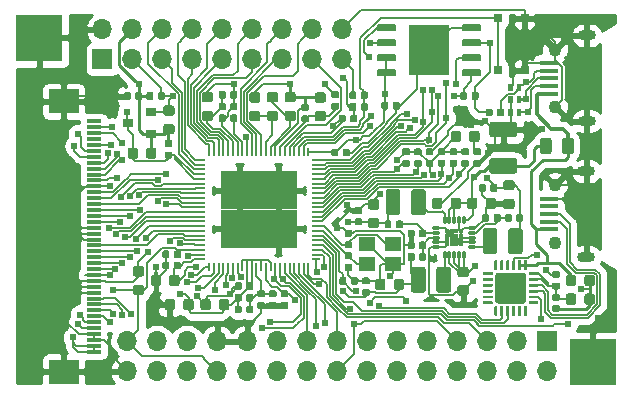
<source format=gbr>
G04 #@! TF.GenerationSoftware,KiCad,Pcbnew,(5.1.5)-3*
G04 #@! TF.CreationDate,2020-02-11T15:58:42+08:00*
G04 #@! TF.ProjectId,F1C200S_KIT,46314332-3030-4535-9f4b-49542e6b6963,V1.0*
G04 #@! TF.SameCoordinates,Original*
G04 #@! TF.FileFunction,Copper,L1,Top*
G04 #@! TF.FilePolarity,Positive*
%FSLAX46Y46*%
G04 Gerber Fmt 4.6, Leading zero omitted, Abs format (unit mm)*
G04 Created by KiCad (PCBNEW (5.1.5)-3) date 2020-02-11 15:58:42*
%MOMM*%
%LPD*%
G04 APERTURE LIST*
%ADD10R,4.000000X4.000000*%
%ADD11R,1.700000X1.700000*%
%ADD12O,1.700000X1.700000*%
%ADD13O,0.750000X0.200000*%
%ADD14O,0.200000X0.750000*%
%ADD15R,3.250000X3.250000*%
%ADD16C,0.100000*%
%ADD17R,0.700000X0.800000*%
%ADD18R,2.500000X2.000000*%
%ADD19R,1.250000X0.300000*%
%ADD20C,1.100000*%
%ADD21O,1.500000X0.900000*%
%ADD22R,1.600000X0.400000*%
%ADD23R,1.400000X1.200000*%
%ADD24R,0.900000X0.800000*%
%ADD25O,0.800000X0.300000*%
%ADD26O,0.300000X0.800000*%
%ADD27R,0.375000X0.375000*%
%ADD28R,3.400000X4.300000*%
%ADD29C,0.609600*%
%ADD30C,0.254000*%
%ADD31C,0.203200*%
%ADD32C,0.304800*%
%ADD33C,0.127000*%
G04 APERTURE END LIST*
D10*
X189458600Y-130022600D03*
X142570200Y-102565200D03*
D11*
X147929600Y-104394000D03*
D12*
X147929600Y-101854000D03*
X150469600Y-104394000D03*
X150469600Y-101854000D03*
X153009600Y-104394000D03*
X153009600Y-101854000D03*
X155549600Y-104394000D03*
X155549600Y-101854000D03*
X158089600Y-104394000D03*
X158089600Y-101854000D03*
X160629600Y-104394000D03*
X160629600Y-101854000D03*
X163169600Y-104394000D03*
X163169600Y-101854000D03*
X165709600Y-104394000D03*
X165709600Y-101854000D03*
X168249600Y-104394000D03*
X168249600Y-101854000D03*
D13*
X156300000Y-112925000D03*
X156300000Y-113325000D03*
X156300000Y-113725000D03*
X156300000Y-114125000D03*
X156300000Y-114525000D03*
X156300000Y-114925000D03*
X156300000Y-115325000D03*
X156300000Y-115725000D03*
X156300000Y-116125000D03*
X156300000Y-116525000D03*
X156300000Y-116925000D03*
X156300000Y-117325000D03*
X156300000Y-117725000D03*
X156300000Y-118125000D03*
X156300000Y-118525000D03*
X156300000Y-118925000D03*
X156300000Y-119325000D03*
X156300000Y-119725000D03*
X156300000Y-120125000D03*
X156300000Y-120525000D03*
X156300000Y-120925000D03*
X156300000Y-121325000D03*
D14*
X156975000Y-122000000D03*
X157375000Y-122000000D03*
X157775000Y-122000000D03*
X158175000Y-122000000D03*
X158575000Y-122000000D03*
X158975000Y-122000000D03*
X159375000Y-122000000D03*
X159775000Y-122000000D03*
X160175000Y-122000000D03*
X160575000Y-122000000D03*
X160975000Y-122000000D03*
X161375000Y-122000000D03*
X161775000Y-122000000D03*
X162175000Y-122000000D03*
X162575000Y-122000000D03*
X162975000Y-122000000D03*
X163375000Y-122000000D03*
X163775000Y-122000000D03*
X164175000Y-122000000D03*
X164575000Y-122000000D03*
X164975000Y-122000000D03*
X165375000Y-122000000D03*
D13*
X166050000Y-121325000D03*
X166050000Y-120925000D03*
X166050000Y-120525000D03*
X166050000Y-120125000D03*
X166050000Y-119725000D03*
X166050000Y-119325000D03*
X166050000Y-118925000D03*
X166050000Y-118525000D03*
X166050000Y-118125000D03*
X166050000Y-117725000D03*
X166050000Y-117325000D03*
X166050000Y-116925000D03*
X166050000Y-116525000D03*
X166050000Y-116125000D03*
X166050000Y-115725000D03*
X166050000Y-115325000D03*
X166050000Y-114925000D03*
X166050000Y-114525000D03*
X166050000Y-114125000D03*
X166050000Y-113725000D03*
X166050000Y-113325000D03*
X166050000Y-112925000D03*
D14*
X165375000Y-112250000D03*
X164975000Y-112250000D03*
X164575000Y-112250000D03*
X164175000Y-112250000D03*
X163775000Y-112250000D03*
X163375000Y-112250000D03*
X162975000Y-112250000D03*
X162575000Y-112250000D03*
X162175000Y-112250000D03*
X161775000Y-112250000D03*
X161375000Y-112250000D03*
X160975000Y-112250000D03*
X160575000Y-112250000D03*
X160175000Y-112250000D03*
X159775000Y-112250000D03*
X159375000Y-112250000D03*
X158975000Y-112250000D03*
X158575000Y-112250000D03*
X158175000Y-112250000D03*
X157775000Y-112250000D03*
X157375000Y-112250000D03*
X156975000Y-112250000D03*
D15*
X159550000Y-115500000D03*
X159550000Y-118750000D03*
X162800000Y-115500000D03*
X162800000Y-118750000D03*
G04 #@! TA.AperFunction,SMDPad,CuDef*
D16*
G36*
X153473958Y-120584710D02*
G01*
X153488276Y-120586834D01*
X153502317Y-120590351D01*
X153515946Y-120595228D01*
X153529031Y-120601417D01*
X153541447Y-120608858D01*
X153553073Y-120617481D01*
X153563798Y-120627202D01*
X153573519Y-120637927D01*
X153582142Y-120649553D01*
X153589583Y-120661969D01*
X153595772Y-120675054D01*
X153600649Y-120688683D01*
X153604166Y-120702724D01*
X153606290Y-120717042D01*
X153607000Y-120731500D01*
X153607000Y-121076500D01*
X153606290Y-121090958D01*
X153604166Y-121105276D01*
X153600649Y-121119317D01*
X153595772Y-121132946D01*
X153589583Y-121146031D01*
X153582142Y-121158447D01*
X153573519Y-121170073D01*
X153563798Y-121180798D01*
X153553073Y-121190519D01*
X153541447Y-121199142D01*
X153529031Y-121206583D01*
X153515946Y-121212772D01*
X153502317Y-121217649D01*
X153488276Y-121221166D01*
X153473958Y-121223290D01*
X153459500Y-121224000D01*
X153164500Y-121224000D01*
X153150042Y-121223290D01*
X153135724Y-121221166D01*
X153121683Y-121217649D01*
X153108054Y-121212772D01*
X153094969Y-121206583D01*
X153082553Y-121199142D01*
X153070927Y-121190519D01*
X153060202Y-121180798D01*
X153050481Y-121170073D01*
X153041858Y-121158447D01*
X153034417Y-121146031D01*
X153028228Y-121132946D01*
X153023351Y-121119317D01*
X153019834Y-121105276D01*
X153017710Y-121090958D01*
X153017000Y-121076500D01*
X153017000Y-120731500D01*
X153017710Y-120717042D01*
X153019834Y-120702724D01*
X153023351Y-120688683D01*
X153028228Y-120675054D01*
X153034417Y-120661969D01*
X153041858Y-120649553D01*
X153050481Y-120637927D01*
X153060202Y-120627202D01*
X153070927Y-120617481D01*
X153082553Y-120608858D01*
X153094969Y-120601417D01*
X153108054Y-120595228D01*
X153121683Y-120590351D01*
X153135724Y-120586834D01*
X153150042Y-120584710D01*
X153164500Y-120584000D01*
X153459500Y-120584000D01*
X153473958Y-120584710D01*
G37*
G04 #@! TD.AperFunction*
G04 #@! TA.AperFunction,SMDPad,CuDef*
G36*
X154443958Y-120584710D02*
G01*
X154458276Y-120586834D01*
X154472317Y-120590351D01*
X154485946Y-120595228D01*
X154499031Y-120601417D01*
X154511447Y-120608858D01*
X154523073Y-120617481D01*
X154533798Y-120627202D01*
X154543519Y-120637927D01*
X154552142Y-120649553D01*
X154559583Y-120661969D01*
X154565772Y-120675054D01*
X154570649Y-120688683D01*
X154574166Y-120702724D01*
X154576290Y-120717042D01*
X154577000Y-120731500D01*
X154577000Y-121076500D01*
X154576290Y-121090958D01*
X154574166Y-121105276D01*
X154570649Y-121119317D01*
X154565772Y-121132946D01*
X154559583Y-121146031D01*
X154552142Y-121158447D01*
X154543519Y-121170073D01*
X154533798Y-121180798D01*
X154523073Y-121190519D01*
X154511447Y-121199142D01*
X154499031Y-121206583D01*
X154485946Y-121212772D01*
X154472317Y-121217649D01*
X154458276Y-121221166D01*
X154443958Y-121223290D01*
X154429500Y-121224000D01*
X154134500Y-121224000D01*
X154120042Y-121223290D01*
X154105724Y-121221166D01*
X154091683Y-121217649D01*
X154078054Y-121212772D01*
X154064969Y-121206583D01*
X154052553Y-121199142D01*
X154040927Y-121190519D01*
X154030202Y-121180798D01*
X154020481Y-121170073D01*
X154011858Y-121158447D01*
X154004417Y-121146031D01*
X153998228Y-121132946D01*
X153993351Y-121119317D01*
X153989834Y-121105276D01*
X153987710Y-121090958D01*
X153987000Y-121076500D01*
X153987000Y-120731500D01*
X153987710Y-120717042D01*
X153989834Y-120702724D01*
X153993351Y-120688683D01*
X153998228Y-120675054D01*
X154004417Y-120661969D01*
X154011858Y-120649553D01*
X154020481Y-120637927D01*
X154030202Y-120627202D01*
X154040927Y-120617481D01*
X154052553Y-120608858D01*
X154064969Y-120601417D01*
X154078054Y-120595228D01*
X154091683Y-120590351D01*
X154105724Y-120586834D01*
X154120042Y-120584710D01*
X154134500Y-120584000D01*
X154429500Y-120584000D01*
X154443958Y-120584710D01*
G37*
G04 #@! TD.AperFunction*
G04 #@! TA.AperFunction,SMDPad,CuDef*
G36*
X152310191Y-111870253D02*
G01*
X152331426Y-111873403D01*
X152352250Y-111878619D01*
X152372462Y-111885851D01*
X152391868Y-111895030D01*
X152410281Y-111906066D01*
X152427524Y-111918854D01*
X152443430Y-111933270D01*
X152457846Y-111949176D01*
X152470634Y-111966419D01*
X152481670Y-111984832D01*
X152490849Y-112004238D01*
X152498081Y-112024450D01*
X152503297Y-112045274D01*
X152506447Y-112066509D01*
X152507500Y-112087950D01*
X152507500Y-112600450D01*
X152506447Y-112621891D01*
X152503297Y-112643126D01*
X152498081Y-112663950D01*
X152490849Y-112684162D01*
X152481670Y-112703568D01*
X152470634Y-112721981D01*
X152457846Y-112739224D01*
X152443430Y-112755130D01*
X152427524Y-112769546D01*
X152410281Y-112782334D01*
X152391868Y-112793370D01*
X152372462Y-112802549D01*
X152352250Y-112809781D01*
X152331426Y-112814997D01*
X152310191Y-112818147D01*
X152288750Y-112819200D01*
X151851250Y-112819200D01*
X151829809Y-112818147D01*
X151808574Y-112814997D01*
X151787750Y-112809781D01*
X151767538Y-112802549D01*
X151748132Y-112793370D01*
X151729719Y-112782334D01*
X151712476Y-112769546D01*
X151696570Y-112755130D01*
X151682154Y-112739224D01*
X151669366Y-112721981D01*
X151658330Y-112703568D01*
X151649151Y-112684162D01*
X151641919Y-112663950D01*
X151636703Y-112643126D01*
X151633553Y-112621891D01*
X151632500Y-112600450D01*
X151632500Y-112087950D01*
X151633553Y-112066509D01*
X151636703Y-112045274D01*
X151641919Y-112024450D01*
X151649151Y-112004238D01*
X151658330Y-111984832D01*
X151669366Y-111966419D01*
X151682154Y-111949176D01*
X151696570Y-111933270D01*
X151712476Y-111918854D01*
X151729719Y-111906066D01*
X151748132Y-111895030D01*
X151767538Y-111885851D01*
X151787750Y-111878619D01*
X151808574Y-111873403D01*
X151829809Y-111870253D01*
X151851250Y-111869200D01*
X152288750Y-111869200D01*
X152310191Y-111870253D01*
G37*
G04 #@! TD.AperFunction*
G04 #@! TA.AperFunction,SMDPad,CuDef*
G36*
X150735191Y-111870253D02*
G01*
X150756426Y-111873403D01*
X150777250Y-111878619D01*
X150797462Y-111885851D01*
X150816868Y-111895030D01*
X150835281Y-111906066D01*
X150852524Y-111918854D01*
X150868430Y-111933270D01*
X150882846Y-111949176D01*
X150895634Y-111966419D01*
X150906670Y-111984832D01*
X150915849Y-112004238D01*
X150923081Y-112024450D01*
X150928297Y-112045274D01*
X150931447Y-112066509D01*
X150932500Y-112087950D01*
X150932500Y-112600450D01*
X150931447Y-112621891D01*
X150928297Y-112643126D01*
X150923081Y-112663950D01*
X150915849Y-112684162D01*
X150906670Y-112703568D01*
X150895634Y-112721981D01*
X150882846Y-112739224D01*
X150868430Y-112755130D01*
X150852524Y-112769546D01*
X150835281Y-112782334D01*
X150816868Y-112793370D01*
X150797462Y-112802549D01*
X150777250Y-112809781D01*
X150756426Y-112814997D01*
X150735191Y-112818147D01*
X150713750Y-112819200D01*
X150276250Y-112819200D01*
X150254809Y-112818147D01*
X150233574Y-112814997D01*
X150212750Y-112809781D01*
X150192538Y-112802549D01*
X150173132Y-112793370D01*
X150154719Y-112782334D01*
X150137476Y-112769546D01*
X150121570Y-112755130D01*
X150107154Y-112739224D01*
X150094366Y-112721981D01*
X150083330Y-112703568D01*
X150074151Y-112684162D01*
X150066919Y-112663950D01*
X150061703Y-112643126D01*
X150058553Y-112621891D01*
X150057500Y-112600450D01*
X150057500Y-112087950D01*
X150058553Y-112066509D01*
X150061703Y-112045274D01*
X150066919Y-112024450D01*
X150074151Y-112004238D01*
X150083330Y-111984832D01*
X150094366Y-111966419D01*
X150107154Y-111949176D01*
X150121570Y-111933270D01*
X150137476Y-111918854D01*
X150154719Y-111906066D01*
X150173132Y-111895030D01*
X150192538Y-111885851D01*
X150212750Y-111878619D01*
X150233574Y-111873403D01*
X150254809Y-111870253D01*
X150276250Y-111869200D01*
X150713750Y-111869200D01*
X150735191Y-111870253D01*
G37*
G04 #@! TD.AperFunction*
G04 #@! TA.AperFunction,SMDPad,CuDef*
G36*
X170265758Y-107122710D02*
G01*
X170280076Y-107124834D01*
X170294117Y-107128351D01*
X170307746Y-107133228D01*
X170320831Y-107139417D01*
X170333247Y-107146858D01*
X170344873Y-107155481D01*
X170355598Y-107165202D01*
X170365319Y-107175927D01*
X170373942Y-107187553D01*
X170381383Y-107199969D01*
X170387572Y-107213054D01*
X170392449Y-107226683D01*
X170395966Y-107240724D01*
X170398090Y-107255042D01*
X170398800Y-107269500D01*
X170398800Y-107614500D01*
X170398090Y-107628958D01*
X170395966Y-107643276D01*
X170392449Y-107657317D01*
X170387572Y-107670946D01*
X170381383Y-107684031D01*
X170373942Y-107696447D01*
X170365319Y-107708073D01*
X170355598Y-107718798D01*
X170344873Y-107728519D01*
X170333247Y-107737142D01*
X170320831Y-107744583D01*
X170307746Y-107750772D01*
X170294117Y-107755649D01*
X170280076Y-107759166D01*
X170265758Y-107761290D01*
X170251300Y-107762000D01*
X169956300Y-107762000D01*
X169941842Y-107761290D01*
X169927524Y-107759166D01*
X169913483Y-107755649D01*
X169899854Y-107750772D01*
X169886769Y-107744583D01*
X169874353Y-107737142D01*
X169862727Y-107728519D01*
X169852002Y-107718798D01*
X169842281Y-107708073D01*
X169833658Y-107696447D01*
X169826217Y-107684031D01*
X169820028Y-107670946D01*
X169815151Y-107657317D01*
X169811634Y-107643276D01*
X169809510Y-107628958D01*
X169808800Y-107614500D01*
X169808800Y-107269500D01*
X169809510Y-107255042D01*
X169811634Y-107240724D01*
X169815151Y-107226683D01*
X169820028Y-107213054D01*
X169826217Y-107199969D01*
X169833658Y-107187553D01*
X169842281Y-107175927D01*
X169852002Y-107165202D01*
X169862727Y-107155481D01*
X169874353Y-107146858D01*
X169886769Y-107139417D01*
X169899854Y-107133228D01*
X169913483Y-107128351D01*
X169927524Y-107124834D01*
X169941842Y-107122710D01*
X169956300Y-107122000D01*
X170251300Y-107122000D01*
X170265758Y-107122710D01*
G37*
G04 #@! TD.AperFunction*
G04 #@! TA.AperFunction,SMDPad,CuDef*
G36*
X169295758Y-107122710D02*
G01*
X169310076Y-107124834D01*
X169324117Y-107128351D01*
X169337746Y-107133228D01*
X169350831Y-107139417D01*
X169363247Y-107146858D01*
X169374873Y-107155481D01*
X169385598Y-107165202D01*
X169395319Y-107175927D01*
X169403942Y-107187553D01*
X169411383Y-107199969D01*
X169417572Y-107213054D01*
X169422449Y-107226683D01*
X169425966Y-107240724D01*
X169428090Y-107255042D01*
X169428800Y-107269500D01*
X169428800Y-107614500D01*
X169428090Y-107628958D01*
X169425966Y-107643276D01*
X169422449Y-107657317D01*
X169417572Y-107670946D01*
X169411383Y-107684031D01*
X169403942Y-107696447D01*
X169395319Y-107708073D01*
X169385598Y-107718798D01*
X169374873Y-107728519D01*
X169363247Y-107737142D01*
X169350831Y-107744583D01*
X169337746Y-107750772D01*
X169324117Y-107755649D01*
X169310076Y-107759166D01*
X169295758Y-107761290D01*
X169281300Y-107762000D01*
X168986300Y-107762000D01*
X168971842Y-107761290D01*
X168957524Y-107759166D01*
X168943483Y-107755649D01*
X168929854Y-107750772D01*
X168916769Y-107744583D01*
X168904353Y-107737142D01*
X168892727Y-107728519D01*
X168882002Y-107718798D01*
X168872281Y-107708073D01*
X168863658Y-107696447D01*
X168856217Y-107684031D01*
X168850028Y-107670946D01*
X168845151Y-107657317D01*
X168841634Y-107643276D01*
X168839510Y-107628958D01*
X168838800Y-107614500D01*
X168838800Y-107269500D01*
X168839510Y-107255042D01*
X168841634Y-107240724D01*
X168845151Y-107226683D01*
X168850028Y-107213054D01*
X168856217Y-107199969D01*
X168863658Y-107187553D01*
X168872281Y-107175927D01*
X168882002Y-107165202D01*
X168892727Y-107155481D01*
X168904353Y-107146858D01*
X168916769Y-107139417D01*
X168929854Y-107133228D01*
X168943483Y-107128351D01*
X168957524Y-107124834D01*
X168971842Y-107122710D01*
X168986300Y-107122000D01*
X169281300Y-107122000D01*
X169295758Y-107122710D01*
G37*
G04 #@! TD.AperFunction*
G04 #@! TA.AperFunction,SMDPad,CuDef*
G36*
X182624291Y-116200453D02*
G01*
X182645526Y-116203603D01*
X182666350Y-116208819D01*
X182686562Y-116216051D01*
X182705968Y-116225230D01*
X182724381Y-116236266D01*
X182741624Y-116249054D01*
X182757530Y-116263470D01*
X182771946Y-116279376D01*
X182784734Y-116296619D01*
X182795770Y-116315032D01*
X182804949Y-116334438D01*
X182812181Y-116354650D01*
X182817397Y-116375474D01*
X182820547Y-116396709D01*
X182821600Y-116418150D01*
X182821600Y-116855650D01*
X182820547Y-116877091D01*
X182817397Y-116898326D01*
X182812181Y-116919150D01*
X182804949Y-116939362D01*
X182795770Y-116958768D01*
X182784734Y-116977181D01*
X182771946Y-116994424D01*
X182757530Y-117010330D01*
X182741624Y-117024746D01*
X182724381Y-117037534D01*
X182705968Y-117048570D01*
X182686562Y-117057749D01*
X182666350Y-117064981D01*
X182645526Y-117070197D01*
X182624291Y-117073347D01*
X182602850Y-117074400D01*
X182090350Y-117074400D01*
X182068909Y-117073347D01*
X182047674Y-117070197D01*
X182026850Y-117064981D01*
X182006638Y-117057749D01*
X181987232Y-117048570D01*
X181968819Y-117037534D01*
X181951576Y-117024746D01*
X181935670Y-117010330D01*
X181921254Y-116994424D01*
X181908466Y-116977181D01*
X181897430Y-116958768D01*
X181888251Y-116939362D01*
X181881019Y-116919150D01*
X181875803Y-116898326D01*
X181872653Y-116877091D01*
X181871600Y-116855650D01*
X181871600Y-116418150D01*
X181872653Y-116396709D01*
X181875803Y-116375474D01*
X181881019Y-116354650D01*
X181888251Y-116334438D01*
X181897430Y-116315032D01*
X181908466Y-116296619D01*
X181921254Y-116279376D01*
X181935670Y-116263470D01*
X181951576Y-116249054D01*
X181968819Y-116236266D01*
X181987232Y-116225230D01*
X182006638Y-116216051D01*
X182026850Y-116208819D01*
X182047674Y-116203603D01*
X182068909Y-116200453D01*
X182090350Y-116199400D01*
X182602850Y-116199400D01*
X182624291Y-116200453D01*
G37*
G04 #@! TD.AperFunction*
G04 #@! TA.AperFunction,SMDPad,CuDef*
G36*
X182624291Y-114625453D02*
G01*
X182645526Y-114628603D01*
X182666350Y-114633819D01*
X182686562Y-114641051D01*
X182705968Y-114650230D01*
X182724381Y-114661266D01*
X182741624Y-114674054D01*
X182757530Y-114688470D01*
X182771946Y-114704376D01*
X182784734Y-114721619D01*
X182795770Y-114740032D01*
X182804949Y-114759438D01*
X182812181Y-114779650D01*
X182817397Y-114800474D01*
X182820547Y-114821709D01*
X182821600Y-114843150D01*
X182821600Y-115280650D01*
X182820547Y-115302091D01*
X182817397Y-115323326D01*
X182812181Y-115344150D01*
X182804949Y-115364362D01*
X182795770Y-115383768D01*
X182784734Y-115402181D01*
X182771946Y-115419424D01*
X182757530Y-115435330D01*
X182741624Y-115449746D01*
X182724381Y-115462534D01*
X182705968Y-115473570D01*
X182686562Y-115482749D01*
X182666350Y-115489981D01*
X182645526Y-115495197D01*
X182624291Y-115498347D01*
X182602850Y-115499400D01*
X182090350Y-115499400D01*
X182068909Y-115498347D01*
X182047674Y-115495197D01*
X182026850Y-115489981D01*
X182006638Y-115482749D01*
X181987232Y-115473570D01*
X181968819Y-115462534D01*
X181951576Y-115449746D01*
X181935670Y-115435330D01*
X181921254Y-115419424D01*
X181908466Y-115402181D01*
X181897430Y-115383768D01*
X181888251Y-115364362D01*
X181881019Y-115344150D01*
X181875803Y-115323326D01*
X181872653Y-115302091D01*
X181871600Y-115280650D01*
X181871600Y-114843150D01*
X181872653Y-114821709D01*
X181875803Y-114800474D01*
X181881019Y-114779650D01*
X181888251Y-114759438D01*
X181897430Y-114740032D01*
X181908466Y-114721619D01*
X181921254Y-114704376D01*
X181935670Y-114688470D01*
X181951576Y-114674054D01*
X181968819Y-114661266D01*
X181987232Y-114650230D01*
X182006638Y-114641051D01*
X182026850Y-114633819D01*
X182047674Y-114628603D01*
X182068909Y-114625453D01*
X182090350Y-114624400D01*
X182602850Y-114624400D01*
X182624291Y-114625453D01*
G37*
G04 #@! TD.AperFunction*
D17*
X181417400Y-105333800D03*
X183667400Y-105333800D03*
X181417400Y-100933800D03*
X183667400Y-100933800D03*
D11*
X185575000Y-128275000D03*
D12*
X185575000Y-130815000D03*
X183035000Y-128275000D03*
X183035000Y-130815000D03*
X180495000Y-128275000D03*
X180495000Y-130815000D03*
X177955000Y-128275000D03*
X177955000Y-130815000D03*
X175415000Y-128275000D03*
X175415000Y-130815000D03*
X172875000Y-128275000D03*
X172875000Y-130815000D03*
X170335000Y-128275000D03*
X170335000Y-130815000D03*
X167795000Y-128275000D03*
X167795000Y-130815000D03*
X165255000Y-128275000D03*
X165255000Y-130815000D03*
X162715000Y-128275000D03*
X162715000Y-130815000D03*
X160175000Y-128275000D03*
X160175000Y-130815000D03*
X157635000Y-128275000D03*
X157635000Y-130815000D03*
X155095000Y-128275000D03*
X155095000Y-130815000D03*
X152555000Y-128275000D03*
X152555000Y-130815000D03*
X150015000Y-128275000D03*
X150015000Y-130815000D03*
D18*
X144643400Y-130845400D03*
X144643400Y-107965400D03*
D19*
X147218400Y-129155400D03*
X147218400Y-128655400D03*
X147218400Y-128155400D03*
X147218400Y-127655400D03*
X147218400Y-127155400D03*
X147218400Y-126655400D03*
X147218400Y-126155400D03*
X147218400Y-125655400D03*
X147218400Y-125155400D03*
X147218400Y-124655400D03*
X147218400Y-124155400D03*
X147218400Y-123655400D03*
X147218400Y-123155400D03*
X147218400Y-122655400D03*
X147218400Y-122155400D03*
X147218400Y-121655400D03*
X147218400Y-121155400D03*
X147218400Y-120655400D03*
X147218400Y-120155400D03*
X147218400Y-119655400D03*
X147218400Y-119155400D03*
X147218400Y-118655400D03*
X147218400Y-118155400D03*
X147218400Y-117655400D03*
X147218400Y-117155400D03*
X147218400Y-116655400D03*
X147218400Y-116155400D03*
X147218400Y-115655400D03*
X147218400Y-115155400D03*
X147218400Y-114655400D03*
X147218400Y-114155400D03*
X147218400Y-113655400D03*
X147218400Y-113155400D03*
X147218400Y-112655400D03*
X147218400Y-112155400D03*
X147218400Y-111655400D03*
X147218400Y-111155400D03*
X147218400Y-110655400D03*
X147218400Y-110155400D03*
X147218400Y-109655400D03*
G04 #@! TA.AperFunction,SMDPad,CuDef*
D16*
G36*
X177840558Y-111937110D02*
G01*
X177854876Y-111939234D01*
X177868917Y-111942751D01*
X177882546Y-111947628D01*
X177895631Y-111953817D01*
X177908047Y-111961258D01*
X177919673Y-111969881D01*
X177930398Y-111979602D01*
X177940119Y-111990327D01*
X177948742Y-112001953D01*
X177956183Y-112014369D01*
X177962372Y-112027454D01*
X177967249Y-112041083D01*
X177970766Y-112055124D01*
X177972890Y-112069442D01*
X177973600Y-112083900D01*
X177973600Y-112378900D01*
X177972890Y-112393358D01*
X177970766Y-112407676D01*
X177967249Y-112421717D01*
X177962372Y-112435346D01*
X177956183Y-112448431D01*
X177948742Y-112460847D01*
X177940119Y-112472473D01*
X177930398Y-112483198D01*
X177919673Y-112492919D01*
X177908047Y-112501542D01*
X177895631Y-112508983D01*
X177882546Y-112515172D01*
X177868917Y-112520049D01*
X177854876Y-112523566D01*
X177840558Y-112525690D01*
X177826100Y-112526400D01*
X177481100Y-112526400D01*
X177466642Y-112525690D01*
X177452324Y-112523566D01*
X177438283Y-112520049D01*
X177424654Y-112515172D01*
X177411569Y-112508983D01*
X177399153Y-112501542D01*
X177387527Y-112492919D01*
X177376802Y-112483198D01*
X177367081Y-112472473D01*
X177358458Y-112460847D01*
X177351017Y-112448431D01*
X177344828Y-112435346D01*
X177339951Y-112421717D01*
X177336434Y-112407676D01*
X177334310Y-112393358D01*
X177333600Y-112378900D01*
X177333600Y-112083900D01*
X177334310Y-112069442D01*
X177336434Y-112055124D01*
X177339951Y-112041083D01*
X177344828Y-112027454D01*
X177351017Y-112014369D01*
X177358458Y-112001953D01*
X177367081Y-111990327D01*
X177376802Y-111979602D01*
X177387527Y-111969881D01*
X177399153Y-111961258D01*
X177411569Y-111953817D01*
X177424654Y-111947628D01*
X177438283Y-111942751D01*
X177452324Y-111939234D01*
X177466642Y-111937110D01*
X177481100Y-111936400D01*
X177826100Y-111936400D01*
X177840558Y-111937110D01*
G37*
G04 #@! TD.AperFunction*
G04 #@! TA.AperFunction,SMDPad,CuDef*
G36*
X177840558Y-112907110D02*
G01*
X177854876Y-112909234D01*
X177868917Y-112912751D01*
X177882546Y-112917628D01*
X177895631Y-112923817D01*
X177908047Y-112931258D01*
X177919673Y-112939881D01*
X177930398Y-112949602D01*
X177940119Y-112960327D01*
X177948742Y-112971953D01*
X177956183Y-112984369D01*
X177962372Y-112997454D01*
X177967249Y-113011083D01*
X177970766Y-113025124D01*
X177972890Y-113039442D01*
X177973600Y-113053900D01*
X177973600Y-113348900D01*
X177972890Y-113363358D01*
X177970766Y-113377676D01*
X177967249Y-113391717D01*
X177962372Y-113405346D01*
X177956183Y-113418431D01*
X177948742Y-113430847D01*
X177940119Y-113442473D01*
X177930398Y-113453198D01*
X177919673Y-113462919D01*
X177908047Y-113471542D01*
X177895631Y-113478983D01*
X177882546Y-113485172D01*
X177868917Y-113490049D01*
X177854876Y-113493566D01*
X177840558Y-113495690D01*
X177826100Y-113496400D01*
X177481100Y-113496400D01*
X177466642Y-113495690D01*
X177452324Y-113493566D01*
X177438283Y-113490049D01*
X177424654Y-113485172D01*
X177411569Y-113478983D01*
X177399153Y-113471542D01*
X177387527Y-113462919D01*
X177376802Y-113453198D01*
X177367081Y-113442473D01*
X177358458Y-113430847D01*
X177351017Y-113418431D01*
X177344828Y-113405346D01*
X177339951Y-113391717D01*
X177336434Y-113377676D01*
X177334310Y-113363358D01*
X177333600Y-113348900D01*
X177333600Y-113053900D01*
X177334310Y-113039442D01*
X177336434Y-113025124D01*
X177339951Y-113011083D01*
X177344828Y-112997454D01*
X177351017Y-112984369D01*
X177358458Y-112971953D01*
X177367081Y-112960327D01*
X177376802Y-112949602D01*
X177387527Y-112939881D01*
X177399153Y-112931258D01*
X177411569Y-112923817D01*
X177424654Y-112917628D01*
X177438283Y-112912751D01*
X177452324Y-112909234D01*
X177466642Y-112907110D01*
X177481100Y-112906400D01*
X177826100Y-112906400D01*
X177840558Y-112907110D01*
G37*
G04 #@! TD.AperFunction*
G04 #@! TA.AperFunction,SMDPad,CuDef*
G36*
X174830558Y-112917110D02*
G01*
X174844876Y-112919234D01*
X174858917Y-112922751D01*
X174872546Y-112927628D01*
X174885631Y-112933817D01*
X174898047Y-112941258D01*
X174909673Y-112949881D01*
X174920398Y-112959602D01*
X174930119Y-112970327D01*
X174938742Y-112981953D01*
X174946183Y-112994369D01*
X174952372Y-113007454D01*
X174957249Y-113021083D01*
X174960766Y-113035124D01*
X174962890Y-113049442D01*
X174963600Y-113063900D01*
X174963600Y-113358900D01*
X174962890Y-113373358D01*
X174960766Y-113387676D01*
X174957249Y-113401717D01*
X174952372Y-113415346D01*
X174946183Y-113428431D01*
X174938742Y-113440847D01*
X174930119Y-113452473D01*
X174920398Y-113463198D01*
X174909673Y-113472919D01*
X174898047Y-113481542D01*
X174885631Y-113488983D01*
X174872546Y-113495172D01*
X174858917Y-113500049D01*
X174844876Y-113503566D01*
X174830558Y-113505690D01*
X174816100Y-113506400D01*
X174471100Y-113506400D01*
X174456642Y-113505690D01*
X174442324Y-113503566D01*
X174428283Y-113500049D01*
X174414654Y-113495172D01*
X174401569Y-113488983D01*
X174389153Y-113481542D01*
X174377527Y-113472919D01*
X174366802Y-113463198D01*
X174357081Y-113452473D01*
X174348458Y-113440847D01*
X174341017Y-113428431D01*
X174334828Y-113415346D01*
X174329951Y-113401717D01*
X174326434Y-113387676D01*
X174324310Y-113373358D01*
X174323600Y-113358900D01*
X174323600Y-113063900D01*
X174324310Y-113049442D01*
X174326434Y-113035124D01*
X174329951Y-113021083D01*
X174334828Y-113007454D01*
X174341017Y-112994369D01*
X174348458Y-112981953D01*
X174357081Y-112970327D01*
X174366802Y-112959602D01*
X174377527Y-112949881D01*
X174389153Y-112941258D01*
X174401569Y-112933817D01*
X174414654Y-112927628D01*
X174428283Y-112922751D01*
X174442324Y-112919234D01*
X174456642Y-112917110D01*
X174471100Y-112916400D01*
X174816100Y-112916400D01*
X174830558Y-112917110D01*
G37*
G04 #@! TD.AperFunction*
G04 #@! TA.AperFunction,SMDPad,CuDef*
G36*
X174830558Y-111947110D02*
G01*
X174844876Y-111949234D01*
X174858917Y-111952751D01*
X174872546Y-111957628D01*
X174885631Y-111963817D01*
X174898047Y-111971258D01*
X174909673Y-111979881D01*
X174920398Y-111989602D01*
X174930119Y-112000327D01*
X174938742Y-112011953D01*
X174946183Y-112024369D01*
X174952372Y-112037454D01*
X174957249Y-112051083D01*
X174960766Y-112065124D01*
X174962890Y-112079442D01*
X174963600Y-112093900D01*
X174963600Y-112388900D01*
X174962890Y-112403358D01*
X174960766Y-112417676D01*
X174957249Y-112431717D01*
X174952372Y-112445346D01*
X174946183Y-112458431D01*
X174938742Y-112470847D01*
X174930119Y-112482473D01*
X174920398Y-112493198D01*
X174909673Y-112502919D01*
X174898047Y-112511542D01*
X174885631Y-112518983D01*
X174872546Y-112525172D01*
X174858917Y-112530049D01*
X174844876Y-112533566D01*
X174830558Y-112535690D01*
X174816100Y-112536400D01*
X174471100Y-112536400D01*
X174456642Y-112535690D01*
X174442324Y-112533566D01*
X174428283Y-112530049D01*
X174414654Y-112525172D01*
X174401569Y-112518983D01*
X174389153Y-112511542D01*
X174377527Y-112502919D01*
X174366802Y-112493198D01*
X174357081Y-112482473D01*
X174348458Y-112470847D01*
X174341017Y-112458431D01*
X174334828Y-112445346D01*
X174329951Y-112431717D01*
X174326434Y-112417676D01*
X174324310Y-112403358D01*
X174323600Y-112388900D01*
X174323600Y-112093900D01*
X174324310Y-112079442D01*
X174326434Y-112065124D01*
X174329951Y-112051083D01*
X174334828Y-112037454D01*
X174341017Y-112024369D01*
X174348458Y-112011953D01*
X174357081Y-112000327D01*
X174366802Y-111989602D01*
X174377527Y-111979881D01*
X174389153Y-111971258D01*
X174401569Y-111963817D01*
X174414654Y-111957628D01*
X174428283Y-111952751D01*
X174442324Y-111949234D01*
X174456642Y-111947110D01*
X174471100Y-111946400D01*
X174816100Y-111946400D01*
X174830558Y-111947110D01*
G37*
G04 #@! TD.AperFunction*
G04 #@! TA.AperFunction,SMDPad,CuDef*
G36*
X176830558Y-111922110D02*
G01*
X176844876Y-111924234D01*
X176858917Y-111927751D01*
X176872546Y-111932628D01*
X176885631Y-111938817D01*
X176898047Y-111946258D01*
X176909673Y-111954881D01*
X176920398Y-111964602D01*
X176930119Y-111975327D01*
X176938742Y-111986953D01*
X176946183Y-111999369D01*
X176952372Y-112012454D01*
X176957249Y-112026083D01*
X176960766Y-112040124D01*
X176962890Y-112054442D01*
X176963600Y-112068900D01*
X176963600Y-112363900D01*
X176962890Y-112378358D01*
X176960766Y-112392676D01*
X176957249Y-112406717D01*
X176952372Y-112420346D01*
X176946183Y-112433431D01*
X176938742Y-112445847D01*
X176930119Y-112457473D01*
X176920398Y-112468198D01*
X176909673Y-112477919D01*
X176898047Y-112486542D01*
X176885631Y-112493983D01*
X176872546Y-112500172D01*
X176858917Y-112505049D01*
X176844876Y-112508566D01*
X176830558Y-112510690D01*
X176816100Y-112511400D01*
X176471100Y-112511400D01*
X176456642Y-112510690D01*
X176442324Y-112508566D01*
X176428283Y-112505049D01*
X176414654Y-112500172D01*
X176401569Y-112493983D01*
X176389153Y-112486542D01*
X176377527Y-112477919D01*
X176366802Y-112468198D01*
X176357081Y-112457473D01*
X176348458Y-112445847D01*
X176341017Y-112433431D01*
X176334828Y-112420346D01*
X176329951Y-112406717D01*
X176326434Y-112392676D01*
X176324310Y-112378358D01*
X176323600Y-112363900D01*
X176323600Y-112068900D01*
X176324310Y-112054442D01*
X176326434Y-112040124D01*
X176329951Y-112026083D01*
X176334828Y-112012454D01*
X176341017Y-111999369D01*
X176348458Y-111986953D01*
X176357081Y-111975327D01*
X176366802Y-111964602D01*
X176377527Y-111954881D01*
X176389153Y-111946258D01*
X176401569Y-111938817D01*
X176414654Y-111932628D01*
X176428283Y-111927751D01*
X176442324Y-111924234D01*
X176456642Y-111922110D01*
X176471100Y-111921400D01*
X176816100Y-111921400D01*
X176830558Y-111922110D01*
G37*
G04 #@! TD.AperFunction*
G04 #@! TA.AperFunction,SMDPad,CuDef*
G36*
X176830558Y-112892110D02*
G01*
X176844876Y-112894234D01*
X176858917Y-112897751D01*
X176872546Y-112902628D01*
X176885631Y-112908817D01*
X176898047Y-112916258D01*
X176909673Y-112924881D01*
X176920398Y-112934602D01*
X176930119Y-112945327D01*
X176938742Y-112956953D01*
X176946183Y-112969369D01*
X176952372Y-112982454D01*
X176957249Y-112996083D01*
X176960766Y-113010124D01*
X176962890Y-113024442D01*
X176963600Y-113038900D01*
X176963600Y-113333900D01*
X176962890Y-113348358D01*
X176960766Y-113362676D01*
X176957249Y-113376717D01*
X176952372Y-113390346D01*
X176946183Y-113403431D01*
X176938742Y-113415847D01*
X176930119Y-113427473D01*
X176920398Y-113438198D01*
X176909673Y-113447919D01*
X176898047Y-113456542D01*
X176885631Y-113463983D01*
X176872546Y-113470172D01*
X176858917Y-113475049D01*
X176844876Y-113478566D01*
X176830558Y-113480690D01*
X176816100Y-113481400D01*
X176471100Y-113481400D01*
X176456642Y-113480690D01*
X176442324Y-113478566D01*
X176428283Y-113475049D01*
X176414654Y-113470172D01*
X176401569Y-113463983D01*
X176389153Y-113456542D01*
X176377527Y-113447919D01*
X176366802Y-113438198D01*
X176357081Y-113427473D01*
X176348458Y-113415847D01*
X176341017Y-113403431D01*
X176334828Y-113390346D01*
X176329951Y-113376717D01*
X176326434Y-113362676D01*
X176324310Y-113348358D01*
X176323600Y-113333900D01*
X176323600Y-113038900D01*
X176324310Y-113024442D01*
X176326434Y-113010124D01*
X176329951Y-112996083D01*
X176334828Y-112982454D01*
X176341017Y-112969369D01*
X176348458Y-112956953D01*
X176357081Y-112945327D01*
X176366802Y-112934602D01*
X176377527Y-112924881D01*
X176389153Y-112916258D01*
X176401569Y-112908817D01*
X176414654Y-112902628D01*
X176428283Y-112897751D01*
X176442324Y-112894234D01*
X176456642Y-112892110D01*
X176471100Y-112891400D01*
X176816100Y-112891400D01*
X176830558Y-112892110D01*
G37*
G04 #@! TD.AperFunction*
G04 #@! TA.AperFunction,SMDPad,CuDef*
G36*
X173830558Y-111937110D02*
G01*
X173844876Y-111939234D01*
X173858917Y-111942751D01*
X173872546Y-111947628D01*
X173885631Y-111953817D01*
X173898047Y-111961258D01*
X173909673Y-111969881D01*
X173920398Y-111979602D01*
X173930119Y-111990327D01*
X173938742Y-112001953D01*
X173946183Y-112014369D01*
X173952372Y-112027454D01*
X173957249Y-112041083D01*
X173960766Y-112055124D01*
X173962890Y-112069442D01*
X173963600Y-112083900D01*
X173963600Y-112378900D01*
X173962890Y-112393358D01*
X173960766Y-112407676D01*
X173957249Y-112421717D01*
X173952372Y-112435346D01*
X173946183Y-112448431D01*
X173938742Y-112460847D01*
X173930119Y-112472473D01*
X173920398Y-112483198D01*
X173909673Y-112492919D01*
X173898047Y-112501542D01*
X173885631Y-112508983D01*
X173872546Y-112515172D01*
X173858917Y-112520049D01*
X173844876Y-112523566D01*
X173830558Y-112525690D01*
X173816100Y-112526400D01*
X173471100Y-112526400D01*
X173456642Y-112525690D01*
X173442324Y-112523566D01*
X173428283Y-112520049D01*
X173414654Y-112515172D01*
X173401569Y-112508983D01*
X173389153Y-112501542D01*
X173377527Y-112492919D01*
X173366802Y-112483198D01*
X173357081Y-112472473D01*
X173348458Y-112460847D01*
X173341017Y-112448431D01*
X173334828Y-112435346D01*
X173329951Y-112421717D01*
X173326434Y-112407676D01*
X173324310Y-112393358D01*
X173323600Y-112378900D01*
X173323600Y-112083900D01*
X173324310Y-112069442D01*
X173326434Y-112055124D01*
X173329951Y-112041083D01*
X173334828Y-112027454D01*
X173341017Y-112014369D01*
X173348458Y-112001953D01*
X173357081Y-111990327D01*
X173366802Y-111979602D01*
X173377527Y-111969881D01*
X173389153Y-111961258D01*
X173401569Y-111953817D01*
X173414654Y-111947628D01*
X173428283Y-111942751D01*
X173442324Y-111939234D01*
X173456642Y-111937110D01*
X173471100Y-111936400D01*
X173816100Y-111936400D01*
X173830558Y-111937110D01*
G37*
G04 #@! TD.AperFunction*
G04 #@! TA.AperFunction,SMDPad,CuDef*
G36*
X173830558Y-112907110D02*
G01*
X173844876Y-112909234D01*
X173858917Y-112912751D01*
X173872546Y-112917628D01*
X173885631Y-112923817D01*
X173898047Y-112931258D01*
X173909673Y-112939881D01*
X173920398Y-112949602D01*
X173930119Y-112960327D01*
X173938742Y-112971953D01*
X173946183Y-112984369D01*
X173952372Y-112997454D01*
X173957249Y-113011083D01*
X173960766Y-113025124D01*
X173962890Y-113039442D01*
X173963600Y-113053900D01*
X173963600Y-113348900D01*
X173962890Y-113363358D01*
X173960766Y-113377676D01*
X173957249Y-113391717D01*
X173952372Y-113405346D01*
X173946183Y-113418431D01*
X173938742Y-113430847D01*
X173930119Y-113442473D01*
X173920398Y-113453198D01*
X173909673Y-113462919D01*
X173898047Y-113471542D01*
X173885631Y-113478983D01*
X173872546Y-113485172D01*
X173858917Y-113490049D01*
X173844876Y-113493566D01*
X173830558Y-113495690D01*
X173816100Y-113496400D01*
X173471100Y-113496400D01*
X173456642Y-113495690D01*
X173442324Y-113493566D01*
X173428283Y-113490049D01*
X173414654Y-113485172D01*
X173401569Y-113478983D01*
X173389153Y-113471542D01*
X173377527Y-113462919D01*
X173366802Y-113453198D01*
X173357081Y-113442473D01*
X173348458Y-113430847D01*
X173341017Y-113418431D01*
X173334828Y-113405346D01*
X173329951Y-113391717D01*
X173326434Y-113377676D01*
X173324310Y-113363358D01*
X173323600Y-113348900D01*
X173323600Y-113053900D01*
X173324310Y-113039442D01*
X173326434Y-113025124D01*
X173329951Y-113011083D01*
X173334828Y-112997454D01*
X173341017Y-112984369D01*
X173348458Y-112971953D01*
X173357081Y-112960327D01*
X173366802Y-112949602D01*
X173377527Y-112939881D01*
X173389153Y-112931258D01*
X173401569Y-112923817D01*
X173414654Y-112917628D01*
X173428283Y-112912751D01*
X173442324Y-112909234D01*
X173456642Y-112907110D01*
X173471100Y-112906400D01*
X173816100Y-112906400D01*
X173830558Y-112907110D01*
G37*
G04 #@! TD.AperFunction*
G04 #@! TA.AperFunction,SMDPad,CuDef*
G36*
X175820558Y-111937110D02*
G01*
X175834876Y-111939234D01*
X175848917Y-111942751D01*
X175862546Y-111947628D01*
X175875631Y-111953817D01*
X175888047Y-111961258D01*
X175899673Y-111969881D01*
X175910398Y-111979602D01*
X175920119Y-111990327D01*
X175928742Y-112001953D01*
X175936183Y-112014369D01*
X175942372Y-112027454D01*
X175947249Y-112041083D01*
X175950766Y-112055124D01*
X175952890Y-112069442D01*
X175953600Y-112083900D01*
X175953600Y-112378900D01*
X175952890Y-112393358D01*
X175950766Y-112407676D01*
X175947249Y-112421717D01*
X175942372Y-112435346D01*
X175936183Y-112448431D01*
X175928742Y-112460847D01*
X175920119Y-112472473D01*
X175910398Y-112483198D01*
X175899673Y-112492919D01*
X175888047Y-112501542D01*
X175875631Y-112508983D01*
X175862546Y-112515172D01*
X175848917Y-112520049D01*
X175834876Y-112523566D01*
X175820558Y-112525690D01*
X175806100Y-112526400D01*
X175461100Y-112526400D01*
X175446642Y-112525690D01*
X175432324Y-112523566D01*
X175418283Y-112520049D01*
X175404654Y-112515172D01*
X175391569Y-112508983D01*
X175379153Y-112501542D01*
X175367527Y-112492919D01*
X175356802Y-112483198D01*
X175347081Y-112472473D01*
X175338458Y-112460847D01*
X175331017Y-112448431D01*
X175324828Y-112435346D01*
X175319951Y-112421717D01*
X175316434Y-112407676D01*
X175314310Y-112393358D01*
X175313600Y-112378900D01*
X175313600Y-112083900D01*
X175314310Y-112069442D01*
X175316434Y-112055124D01*
X175319951Y-112041083D01*
X175324828Y-112027454D01*
X175331017Y-112014369D01*
X175338458Y-112001953D01*
X175347081Y-111990327D01*
X175356802Y-111979602D01*
X175367527Y-111969881D01*
X175379153Y-111961258D01*
X175391569Y-111953817D01*
X175404654Y-111947628D01*
X175418283Y-111942751D01*
X175432324Y-111939234D01*
X175446642Y-111937110D01*
X175461100Y-111936400D01*
X175806100Y-111936400D01*
X175820558Y-111937110D01*
G37*
G04 #@! TD.AperFunction*
G04 #@! TA.AperFunction,SMDPad,CuDef*
G36*
X175820558Y-112907110D02*
G01*
X175834876Y-112909234D01*
X175848917Y-112912751D01*
X175862546Y-112917628D01*
X175875631Y-112923817D01*
X175888047Y-112931258D01*
X175899673Y-112939881D01*
X175910398Y-112949602D01*
X175920119Y-112960327D01*
X175928742Y-112971953D01*
X175936183Y-112984369D01*
X175942372Y-112997454D01*
X175947249Y-113011083D01*
X175950766Y-113025124D01*
X175952890Y-113039442D01*
X175953600Y-113053900D01*
X175953600Y-113348900D01*
X175952890Y-113363358D01*
X175950766Y-113377676D01*
X175947249Y-113391717D01*
X175942372Y-113405346D01*
X175936183Y-113418431D01*
X175928742Y-113430847D01*
X175920119Y-113442473D01*
X175910398Y-113453198D01*
X175899673Y-113462919D01*
X175888047Y-113471542D01*
X175875631Y-113478983D01*
X175862546Y-113485172D01*
X175848917Y-113490049D01*
X175834876Y-113493566D01*
X175820558Y-113495690D01*
X175806100Y-113496400D01*
X175461100Y-113496400D01*
X175446642Y-113495690D01*
X175432324Y-113493566D01*
X175418283Y-113490049D01*
X175404654Y-113485172D01*
X175391569Y-113478983D01*
X175379153Y-113471542D01*
X175367527Y-113462919D01*
X175356802Y-113453198D01*
X175347081Y-113442473D01*
X175338458Y-113430847D01*
X175331017Y-113418431D01*
X175324828Y-113405346D01*
X175319951Y-113391717D01*
X175316434Y-113377676D01*
X175314310Y-113363358D01*
X175313600Y-113348900D01*
X175313600Y-113053900D01*
X175314310Y-113039442D01*
X175316434Y-113025124D01*
X175319951Y-113011083D01*
X175324828Y-112997454D01*
X175331017Y-112984369D01*
X175338458Y-112971953D01*
X175347081Y-112960327D01*
X175356802Y-112949602D01*
X175367527Y-112939881D01*
X175379153Y-112931258D01*
X175391569Y-112923817D01*
X175404654Y-112917628D01*
X175418283Y-112912751D01*
X175432324Y-112909234D01*
X175446642Y-112907110D01*
X175461100Y-112906400D01*
X175806100Y-112906400D01*
X175820558Y-112907110D01*
G37*
G04 #@! TD.AperFunction*
D20*
X186226000Y-119925000D03*
D21*
X188906000Y-121125000D03*
X188906000Y-113875000D03*
D20*
X186226000Y-115075000D03*
D22*
X185706000Y-116200000D03*
X185706000Y-116850000D03*
X185706000Y-118800000D03*
X185706000Y-118150000D03*
X185706000Y-117500000D03*
G04 #@! TA.AperFunction,SMDPad,CuDef*
D16*
G36*
X181062891Y-116112053D02*
G01*
X181084126Y-116115203D01*
X181104950Y-116120419D01*
X181125162Y-116127651D01*
X181144568Y-116136830D01*
X181162981Y-116147866D01*
X181180224Y-116160654D01*
X181196130Y-116175070D01*
X181210546Y-116190976D01*
X181223334Y-116208219D01*
X181234370Y-116226632D01*
X181243549Y-116246038D01*
X181250781Y-116266250D01*
X181255997Y-116287074D01*
X181259147Y-116308309D01*
X181260200Y-116329750D01*
X181260200Y-116842250D01*
X181259147Y-116863691D01*
X181255997Y-116884926D01*
X181250781Y-116905750D01*
X181243549Y-116925962D01*
X181234370Y-116945368D01*
X181223334Y-116963781D01*
X181210546Y-116981024D01*
X181196130Y-116996930D01*
X181180224Y-117011346D01*
X181162981Y-117024134D01*
X181144568Y-117035170D01*
X181125162Y-117044349D01*
X181104950Y-117051581D01*
X181084126Y-117056797D01*
X181062891Y-117059947D01*
X181041450Y-117061000D01*
X180603950Y-117061000D01*
X180582509Y-117059947D01*
X180561274Y-117056797D01*
X180540450Y-117051581D01*
X180520238Y-117044349D01*
X180500832Y-117035170D01*
X180482419Y-117024134D01*
X180465176Y-117011346D01*
X180449270Y-116996930D01*
X180434854Y-116981024D01*
X180422066Y-116963781D01*
X180411030Y-116945368D01*
X180401851Y-116925962D01*
X180394619Y-116905750D01*
X180389403Y-116884926D01*
X180386253Y-116863691D01*
X180385200Y-116842250D01*
X180385200Y-116329750D01*
X180386253Y-116308309D01*
X180389403Y-116287074D01*
X180394619Y-116266250D01*
X180401851Y-116246038D01*
X180411030Y-116226632D01*
X180422066Y-116208219D01*
X180434854Y-116190976D01*
X180449270Y-116175070D01*
X180465176Y-116160654D01*
X180482419Y-116147866D01*
X180500832Y-116136830D01*
X180520238Y-116127651D01*
X180540450Y-116120419D01*
X180561274Y-116115203D01*
X180582509Y-116112053D01*
X180603950Y-116111000D01*
X181041450Y-116111000D01*
X181062891Y-116112053D01*
G37*
G04 #@! TD.AperFunction*
G04 #@! TA.AperFunction,SMDPad,CuDef*
G36*
X179487891Y-116112053D02*
G01*
X179509126Y-116115203D01*
X179529950Y-116120419D01*
X179550162Y-116127651D01*
X179569568Y-116136830D01*
X179587981Y-116147866D01*
X179605224Y-116160654D01*
X179621130Y-116175070D01*
X179635546Y-116190976D01*
X179648334Y-116208219D01*
X179659370Y-116226632D01*
X179668549Y-116246038D01*
X179675781Y-116266250D01*
X179680997Y-116287074D01*
X179684147Y-116308309D01*
X179685200Y-116329750D01*
X179685200Y-116842250D01*
X179684147Y-116863691D01*
X179680997Y-116884926D01*
X179675781Y-116905750D01*
X179668549Y-116925962D01*
X179659370Y-116945368D01*
X179648334Y-116963781D01*
X179635546Y-116981024D01*
X179621130Y-116996930D01*
X179605224Y-117011346D01*
X179587981Y-117024134D01*
X179569568Y-117035170D01*
X179550162Y-117044349D01*
X179529950Y-117051581D01*
X179509126Y-117056797D01*
X179487891Y-117059947D01*
X179466450Y-117061000D01*
X179028950Y-117061000D01*
X179007509Y-117059947D01*
X178986274Y-117056797D01*
X178965450Y-117051581D01*
X178945238Y-117044349D01*
X178925832Y-117035170D01*
X178907419Y-117024134D01*
X178890176Y-117011346D01*
X178874270Y-116996930D01*
X178859854Y-116981024D01*
X178847066Y-116963781D01*
X178836030Y-116945368D01*
X178826851Y-116925962D01*
X178819619Y-116905750D01*
X178814403Y-116884926D01*
X178811253Y-116863691D01*
X178810200Y-116842250D01*
X178810200Y-116329750D01*
X178811253Y-116308309D01*
X178814403Y-116287074D01*
X178819619Y-116266250D01*
X178826851Y-116246038D01*
X178836030Y-116226632D01*
X178847066Y-116208219D01*
X178859854Y-116190976D01*
X178874270Y-116175070D01*
X178890176Y-116160654D01*
X178907419Y-116147866D01*
X178925832Y-116136830D01*
X178945238Y-116127651D01*
X178965450Y-116120419D01*
X178986274Y-116115203D01*
X179007509Y-116112053D01*
X179028950Y-116111000D01*
X179466450Y-116111000D01*
X179487891Y-116112053D01*
G37*
G04 #@! TD.AperFunction*
G04 #@! TA.AperFunction,SMDPad,CuDef*
G36*
X177219504Y-121961204D02*
G01*
X177243773Y-121964804D01*
X177267571Y-121970765D01*
X177290671Y-121979030D01*
X177312849Y-121989520D01*
X177333893Y-122002133D01*
X177353598Y-122016747D01*
X177371777Y-122033223D01*
X177388253Y-122051402D01*
X177402867Y-122071107D01*
X177415480Y-122092151D01*
X177425970Y-122114329D01*
X177434235Y-122137429D01*
X177440196Y-122161227D01*
X177443796Y-122185496D01*
X177445000Y-122210000D01*
X177445000Y-123910000D01*
X177443796Y-123934504D01*
X177440196Y-123958773D01*
X177434235Y-123982571D01*
X177425970Y-124005671D01*
X177415480Y-124027849D01*
X177402867Y-124048893D01*
X177388253Y-124068598D01*
X177371777Y-124086777D01*
X177353598Y-124103253D01*
X177333893Y-124117867D01*
X177312849Y-124130480D01*
X177290671Y-124140970D01*
X177267571Y-124149235D01*
X177243773Y-124155196D01*
X177219504Y-124158796D01*
X177195000Y-124160000D01*
X176445000Y-124160000D01*
X176420496Y-124158796D01*
X176396227Y-124155196D01*
X176372429Y-124149235D01*
X176349329Y-124140970D01*
X176327151Y-124130480D01*
X176306107Y-124117867D01*
X176286402Y-124103253D01*
X176268223Y-124086777D01*
X176251747Y-124068598D01*
X176237133Y-124048893D01*
X176224520Y-124027849D01*
X176214030Y-124005671D01*
X176205765Y-123982571D01*
X176199804Y-123958773D01*
X176196204Y-123934504D01*
X176195000Y-123910000D01*
X176195000Y-122210000D01*
X176196204Y-122185496D01*
X176199804Y-122161227D01*
X176205765Y-122137429D01*
X176214030Y-122114329D01*
X176224520Y-122092151D01*
X176237133Y-122071107D01*
X176251747Y-122051402D01*
X176268223Y-122033223D01*
X176286402Y-122016747D01*
X176306107Y-122002133D01*
X176327151Y-121989520D01*
X176349329Y-121979030D01*
X176372429Y-121970765D01*
X176396227Y-121964804D01*
X176420496Y-121961204D01*
X176445000Y-121960000D01*
X177195000Y-121960000D01*
X177219504Y-121961204D01*
G37*
G04 #@! TD.AperFunction*
G04 #@! TA.AperFunction,SMDPad,CuDef*
G36*
X175069504Y-121961204D02*
G01*
X175093773Y-121964804D01*
X175117571Y-121970765D01*
X175140671Y-121979030D01*
X175162849Y-121989520D01*
X175183893Y-122002133D01*
X175203598Y-122016747D01*
X175221777Y-122033223D01*
X175238253Y-122051402D01*
X175252867Y-122071107D01*
X175265480Y-122092151D01*
X175275970Y-122114329D01*
X175284235Y-122137429D01*
X175290196Y-122161227D01*
X175293796Y-122185496D01*
X175295000Y-122210000D01*
X175295000Y-123910000D01*
X175293796Y-123934504D01*
X175290196Y-123958773D01*
X175284235Y-123982571D01*
X175275970Y-124005671D01*
X175265480Y-124027849D01*
X175252867Y-124048893D01*
X175238253Y-124068598D01*
X175221777Y-124086777D01*
X175203598Y-124103253D01*
X175183893Y-124117867D01*
X175162849Y-124130480D01*
X175140671Y-124140970D01*
X175117571Y-124149235D01*
X175093773Y-124155196D01*
X175069504Y-124158796D01*
X175045000Y-124160000D01*
X174295000Y-124160000D01*
X174270496Y-124158796D01*
X174246227Y-124155196D01*
X174222429Y-124149235D01*
X174199329Y-124140970D01*
X174177151Y-124130480D01*
X174156107Y-124117867D01*
X174136402Y-124103253D01*
X174118223Y-124086777D01*
X174101747Y-124068598D01*
X174087133Y-124048893D01*
X174074520Y-124027849D01*
X174064030Y-124005671D01*
X174055765Y-123982571D01*
X174049804Y-123958773D01*
X174046204Y-123934504D01*
X174045000Y-123910000D01*
X174045000Y-122210000D01*
X174046204Y-122185496D01*
X174049804Y-122161227D01*
X174055765Y-122137429D01*
X174064030Y-122114329D01*
X174074520Y-122092151D01*
X174087133Y-122071107D01*
X174101747Y-122051402D01*
X174118223Y-122033223D01*
X174136402Y-122016747D01*
X174156107Y-122002133D01*
X174177151Y-121989520D01*
X174199329Y-121979030D01*
X174222429Y-121970765D01*
X174246227Y-121964804D01*
X174270496Y-121961204D01*
X174295000Y-121960000D01*
X175045000Y-121960000D01*
X175069504Y-121961204D01*
G37*
G04 #@! TD.AperFunction*
G04 #@! TA.AperFunction,SMDPad,CuDef*
G36*
X185740742Y-111035774D02*
G01*
X185764403Y-111039284D01*
X185787607Y-111045096D01*
X185810129Y-111053154D01*
X185831753Y-111063382D01*
X185852270Y-111075679D01*
X185871483Y-111089929D01*
X185889207Y-111105993D01*
X185905271Y-111123717D01*
X185919521Y-111142930D01*
X185931818Y-111163447D01*
X185942046Y-111185071D01*
X185950104Y-111207593D01*
X185955916Y-111230797D01*
X185959426Y-111254458D01*
X185960600Y-111278350D01*
X185960600Y-112190850D01*
X185959426Y-112214742D01*
X185955916Y-112238403D01*
X185950104Y-112261607D01*
X185942046Y-112284129D01*
X185931818Y-112305753D01*
X185919521Y-112326270D01*
X185905271Y-112345483D01*
X185889207Y-112363207D01*
X185871483Y-112379271D01*
X185852270Y-112393521D01*
X185831753Y-112405818D01*
X185810129Y-112416046D01*
X185787607Y-112424104D01*
X185764403Y-112429916D01*
X185740742Y-112433426D01*
X185716850Y-112434600D01*
X185229350Y-112434600D01*
X185205458Y-112433426D01*
X185181797Y-112429916D01*
X185158593Y-112424104D01*
X185136071Y-112416046D01*
X185114447Y-112405818D01*
X185093930Y-112393521D01*
X185074717Y-112379271D01*
X185056993Y-112363207D01*
X185040929Y-112345483D01*
X185026679Y-112326270D01*
X185014382Y-112305753D01*
X185004154Y-112284129D01*
X184996096Y-112261607D01*
X184990284Y-112238403D01*
X184986774Y-112214742D01*
X184985600Y-112190850D01*
X184985600Y-111278350D01*
X184986774Y-111254458D01*
X184990284Y-111230797D01*
X184996096Y-111207593D01*
X185004154Y-111185071D01*
X185014382Y-111163447D01*
X185026679Y-111142930D01*
X185040929Y-111123717D01*
X185056993Y-111105993D01*
X185074717Y-111089929D01*
X185093930Y-111075679D01*
X185114447Y-111063382D01*
X185136071Y-111053154D01*
X185158593Y-111045096D01*
X185181797Y-111039284D01*
X185205458Y-111035774D01*
X185229350Y-111034600D01*
X185716850Y-111034600D01*
X185740742Y-111035774D01*
G37*
G04 #@! TD.AperFunction*
G04 #@! TA.AperFunction,SMDPad,CuDef*
G36*
X187615742Y-111035774D02*
G01*
X187639403Y-111039284D01*
X187662607Y-111045096D01*
X187685129Y-111053154D01*
X187706753Y-111063382D01*
X187727270Y-111075679D01*
X187746483Y-111089929D01*
X187764207Y-111105993D01*
X187780271Y-111123717D01*
X187794521Y-111142930D01*
X187806818Y-111163447D01*
X187817046Y-111185071D01*
X187825104Y-111207593D01*
X187830916Y-111230797D01*
X187834426Y-111254458D01*
X187835600Y-111278350D01*
X187835600Y-112190850D01*
X187834426Y-112214742D01*
X187830916Y-112238403D01*
X187825104Y-112261607D01*
X187817046Y-112284129D01*
X187806818Y-112305753D01*
X187794521Y-112326270D01*
X187780271Y-112345483D01*
X187764207Y-112363207D01*
X187746483Y-112379271D01*
X187727270Y-112393521D01*
X187706753Y-112405818D01*
X187685129Y-112416046D01*
X187662607Y-112424104D01*
X187639403Y-112429916D01*
X187615742Y-112433426D01*
X187591850Y-112434600D01*
X187104350Y-112434600D01*
X187080458Y-112433426D01*
X187056797Y-112429916D01*
X187033593Y-112424104D01*
X187011071Y-112416046D01*
X186989447Y-112405818D01*
X186968930Y-112393521D01*
X186949717Y-112379271D01*
X186931993Y-112363207D01*
X186915929Y-112345483D01*
X186901679Y-112326270D01*
X186889382Y-112305753D01*
X186879154Y-112284129D01*
X186871096Y-112261607D01*
X186865284Y-112238403D01*
X186861774Y-112214742D01*
X186860600Y-112190850D01*
X186860600Y-111278350D01*
X186861774Y-111254458D01*
X186865284Y-111230797D01*
X186871096Y-111207593D01*
X186879154Y-111185071D01*
X186889382Y-111163447D01*
X186901679Y-111142930D01*
X186915929Y-111123717D01*
X186931993Y-111105993D01*
X186949717Y-111089929D01*
X186968930Y-111075679D01*
X186989447Y-111063382D01*
X187011071Y-111053154D01*
X187033593Y-111045096D01*
X187056797Y-111039284D01*
X187080458Y-111035774D01*
X187104350Y-111034600D01*
X187591850Y-111034600D01*
X187615742Y-111035774D01*
G37*
G04 #@! TD.AperFunction*
G04 #@! TA.AperFunction,SMDPad,CuDef*
G36*
X157097691Y-107168553D02*
G01*
X157118926Y-107171703D01*
X157139750Y-107176919D01*
X157159962Y-107184151D01*
X157179368Y-107193330D01*
X157197781Y-107204366D01*
X157215024Y-107217154D01*
X157230930Y-107231570D01*
X157245346Y-107247476D01*
X157258134Y-107264719D01*
X157269170Y-107283132D01*
X157278349Y-107302538D01*
X157285581Y-107322750D01*
X157290797Y-107343574D01*
X157293947Y-107364809D01*
X157295000Y-107386250D01*
X157295000Y-107823750D01*
X157293947Y-107845191D01*
X157290797Y-107866426D01*
X157285581Y-107887250D01*
X157278349Y-107907462D01*
X157269170Y-107926868D01*
X157258134Y-107945281D01*
X157245346Y-107962524D01*
X157230930Y-107978430D01*
X157215024Y-107992846D01*
X157197781Y-108005634D01*
X157179368Y-108016670D01*
X157159962Y-108025849D01*
X157139750Y-108033081D01*
X157118926Y-108038297D01*
X157097691Y-108041447D01*
X157076250Y-108042500D01*
X156563750Y-108042500D01*
X156542309Y-108041447D01*
X156521074Y-108038297D01*
X156500250Y-108033081D01*
X156480038Y-108025849D01*
X156460632Y-108016670D01*
X156442219Y-108005634D01*
X156424976Y-107992846D01*
X156409070Y-107978430D01*
X156394654Y-107962524D01*
X156381866Y-107945281D01*
X156370830Y-107926868D01*
X156361651Y-107907462D01*
X156354419Y-107887250D01*
X156349203Y-107866426D01*
X156346053Y-107845191D01*
X156345000Y-107823750D01*
X156345000Y-107386250D01*
X156346053Y-107364809D01*
X156349203Y-107343574D01*
X156354419Y-107322750D01*
X156361651Y-107302538D01*
X156370830Y-107283132D01*
X156381866Y-107264719D01*
X156394654Y-107247476D01*
X156409070Y-107231570D01*
X156424976Y-107217154D01*
X156442219Y-107204366D01*
X156460632Y-107193330D01*
X156480038Y-107184151D01*
X156500250Y-107176919D01*
X156521074Y-107171703D01*
X156542309Y-107168553D01*
X156563750Y-107167500D01*
X157076250Y-107167500D01*
X157097691Y-107168553D01*
G37*
G04 #@! TD.AperFunction*
G04 #@! TA.AperFunction,SMDPad,CuDef*
G36*
X157097691Y-108743553D02*
G01*
X157118926Y-108746703D01*
X157139750Y-108751919D01*
X157159962Y-108759151D01*
X157179368Y-108768330D01*
X157197781Y-108779366D01*
X157215024Y-108792154D01*
X157230930Y-108806570D01*
X157245346Y-108822476D01*
X157258134Y-108839719D01*
X157269170Y-108858132D01*
X157278349Y-108877538D01*
X157285581Y-108897750D01*
X157290797Y-108918574D01*
X157293947Y-108939809D01*
X157295000Y-108961250D01*
X157295000Y-109398750D01*
X157293947Y-109420191D01*
X157290797Y-109441426D01*
X157285581Y-109462250D01*
X157278349Y-109482462D01*
X157269170Y-109501868D01*
X157258134Y-109520281D01*
X157245346Y-109537524D01*
X157230930Y-109553430D01*
X157215024Y-109567846D01*
X157197781Y-109580634D01*
X157179368Y-109591670D01*
X157159962Y-109600849D01*
X157139750Y-109608081D01*
X157118926Y-109613297D01*
X157097691Y-109616447D01*
X157076250Y-109617500D01*
X156563750Y-109617500D01*
X156542309Y-109616447D01*
X156521074Y-109613297D01*
X156500250Y-109608081D01*
X156480038Y-109600849D01*
X156460632Y-109591670D01*
X156442219Y-109580634D01*
X156424976Y-109567846D01*
X156409070Y-109553430D01*
X156394654Y-109537524D01*
X156381866Y-109520281D01*
X156370830Y-109501868D01*
X156361651Y-109482462D01*
X156354419Y-109462250D01*
X156349203Y-109441426D01*
X156346053Y-109420191D01*
X156345000Y-109398750D01*
X156345000Y-108961250D01*
X156346053Y-108939809D01*
X156349203Y-108918574D01*
X156354419Y-108897750D01*
X156361651Y-108877538D01*
X156370830Y-108858132D01*
X156381866Y-108839719D01*
X156394654Y-108822476D01*
X156409070Y-108806570D01*
X156424976Y-108792154D01*
X156442219Y-108779366D01*
X156460632Y-108768330D01*
X156480038Y-108759151D01*
X156500250Y-108751919D01*
X156521074Y-108746703D01*
X156542309Y-108743553D01*
X156563750Y-108742500D01*
X157076250Y-108742500D01*
X157097691Y-108743553D01*
G37*
G04 #@! TD.AperFunction*
G04 #@! TA.AperFunction,SMDPad,CuDef*
G36*
X164117691Y-108753553D02*
G01*
X164138926Y-108756703D01*
X164159750Y-108761919D01*
X164179962Y-108769151D01*
X164199368Y-108778330D01*
X164217781Y-108789366D01*
X164235024Y-108802154D01*
X164250930Y-108816570D01*
X164265346Y-108832476D01*
X164278134Y-108849719D01*
X164289170Y-108868132D01*
X164298349Y-108887538D01*
X164305581Y-108907750D01*
X164310797Y-108928574D01*
X164313947Y-108949809D01*
X164315000Y-108971250D01*
X164315000Y-109408750D01*
X164313947Y-109430191D01*
X164310797Y-109451426D01*
X164305581Y-109472250D01*
X164298349Y-109492462D01*
X164289170Y-109511868D01*
X164278134Y-109530281D01*
X164265346Y-109547524D01*
X164250930Y-109563430D01*
X164235024Y-109577846D01*
X164217781Y-109590634D01*
X164199368Y-109601670D01*
X164179962Y-109610849D01*
X164159750Y-109618081D01*
X164138926Y-109623297D01*
X164117691Y-109626447D01*
X164096250Y-109627500D01*
X163583750Y-109627500D01*
X163562309Y-109626447D01*
X163541074Y-109623297D01*
X163520250Y-109618081D01*
X163500038Y-109610849D01*
X163480632Y-109601670D01*
X163462219Y-109590634D01*
X163444976Y-109577846D01*
X163429070Y-109563430D01*
X163414654Y-109547524D01*
X163401866Y-109530281D01*
X163390830Y-109511868D01*
X163381651Y-109492462D01*
X163374419Y-109472250D01*
X163369203Y-109451426D01*
X163366053Y-109430191D01*
X163365000Y-109408750D01*
X163365000Y-108971250D01*
X163366053Y-108949809D01*
X163369203Y-108928574D01*
X163374419Y-108907750D01*
X163381651Y-108887538D01*
X163390830Y-108868132D01*
X163401866Y-108849719D01*
X163414654Y-108832476D01*
X163429070Y-108816570D01*
X163444976Y-108802154D01*
X163462219Y-108789366D01*
X163480632Y-108778330D01*
X163500038Y-108769151D01*
X163520250Y-108761919D01*
X163541074Y-108756703D01*
X163562309Y-108753553D01*
X163583750Y-108752500D01*
X164096250Y-108752500D01*
X164117691Y-108753553D01*
G37*
G04 #@! TD.AperFunction*
G04 #@! TA.AperFunction,SMDPad,CuDef*
G36*
X164117691Y-107178553D02*
G01*
X164138926Y-107181703D01*
X164159750Y-107186919D01*
X164179962Y-107194151D01*
X164199368Y-107203330D01*
X164217781Y-107214366D01*
X164235024Y-107227154D01*
X164250930Y-107241570D01*
X164265346Y-107257476D01*
X164278134Y-107274719D01*
X164289170Y-107293132D01*
X164298349Y-107312538D01*
X164305581Y-107332750D01*
X164310797Y-107353574D01*
X164313947Y-107374809D01*
X164315000Y-107396250D01*
X164315000Y-107833750D01*
X164313947Y-107855191D01*
X164310797Y-107876426D01*
X164305581Y-107897250D01*
X164298349Y-107917462D01*
X164289170Y-107936868D01*
X164278134Y-107955281D01*
X164265346Y-107972524D01*
X164250930Y-107988430D01*
X164235024Y-108002846D01*
X164217781Y-108015634D01*
X164199368Y-108026670D01*
X164179962Y-108035849D01*
X164159750Y-108043081D01*
X164138926Y-108048297D01*
X164117691Y-108051447D01*
X164096250Y-108052500D01*
X163583750Y-108052500D01*
X163562309Y-108051447D01*
X163541074Y-108048297D01*
X163520250Y-108043081D01*
X163500038Y-108035849D01*
X163480632Y-108026670D01*
X163462219Y-108015634D01*
X163444976Y-108002846D01*
X163429070Y-107988430D01*
X163414654Y-107972524D01*
X163401866Y-107955281D01*
X163390830Y-107936868D01*
X163381651Y-107917462D01*
X163374419Y-107897250D01*
X163369203Y-107876426D01*
X163366053Y-107855191D01*
X163365000Y-107833750D01*
X163365000Y-107396250D01*
X163366053Y-107374809D01*
X163369203Y-107353574D01*
X163374419Y-107332750D01*
X163381651Y-107312538D01*
X163390830Y-107293132D01*
X163401866Y-107274719D01*
X163414654Y-107257476D01*
X163429070Y-107241570D01*
X163444976Y-107227154D01*
X163462219Y-107214366D01*
X163480632Y-107203330D01*
X163500038Y-107194151D01*
X163520250Y-107186919D01*
X163541074Y-107181703D01*
X163562309Y-107178553D01*
X163583750Y-107177500D01*
X164096250Y-107177500D01*
X164117691Y-107178553D01*
G37*
G04 #@! TD.AperFunction*
G04 #@! TA.AperFunction,SMDPad,CuDef*
G36*
X162607691Y-107176053D02*
G01*
X162628926Y-107179203D01*
X162649750Y-107184419D01*
X162669962Y-107191651D01*
X162689368Y-107200830D01*
X162707781Y-107211866D01*
X162725024Y-107224654D01*
X162740930Y-107239070D01*
X162755346Y-107254976D01*
X162768134Y-107272219D01*
X162779170Y-107290632D01*
X162788349Y-107310038D01*
X162795581Y-107330250D01*
X162800797Y-107351074D01*
X162803947Y-107372309D01*
X162805000Y-107393750D01*
X162805000Y-107831250D01*
X162803947Y-107852691D01*
X162800797Y-107873926D01*
X162795581Y-107894750D01*
X162788349Y-107914962D01*
X162779170Y-107934368D01*
X162768134Y-107952781D01*
X162755346Y-107970024D01*
X162740930Y-107985930D01*
X162725024Y-108000346D01*
X162707781Y-108013134D01*
X162689368Y-108024170D01*
X162669962Y-108033349D01*
X162649750Y-108040581D01*
X162628926Y-108045797D01*
X162607691Y-108048947D01*
X162586250Y-108050000D01*
X162073750Y-108050000D01*
X162052309Y-108048947D01*
X162031074Y-108045797D01*
X162010250Y-108040581D01*
X161990038Y-108033349D01*
X161970632Y-108024170D01*
X161952219Y-108013134D01*
X161934976Y-108000346D01*
X161919070Y-107985930D01*
X161904654Y-107970024D01*
X161891866Y-107952781D01*
X161880830Y-107934368D01*
X161871651Y-107914962D01*
X161864419Y-107894750D01*
X161859203Y-107873926D01*
X161856053Y-107852691D01*
X161855000Y-107831250D01*
X161855000Y-107393750D01*
X161856053Y-107372309D01*
X161859203Y-107351074D01*
X161864419Y-107330250D01*
X161871651Y-107310038D01*
X161880830Y-107290632D01*
X161891866Y-107272219D01*
X161904654Y-107254976D01*
X161919070Y-107239070D01*
X161934976Y-107224654D01*
X161952219Y-107211866D01*
X161970632Y-107200830D01*
X161990038Y-107191651D01*
X162010250Y-107184419D01*
X162031074Y-107179203D01*
X162052309Y-107176053D01*
X162073750Y-107175000D01*
X162586250Y-107175000D01*
X162607691Y-107176053D01*
G37*
G04 #@! TD.AperFunction*
G04 #@! TA.AperFunction,SMDPad,CuDef*
G36*
X162607691Y-108751053D02*
G01*
X162628926Y-108754203D01*
X162649750Y-108759419D01*
X162669962Y-108766651D01*
X162689368Y-108775830D01*
X162707781Y-108786866D01*
X162725024Y-108799654D01*
X162740930Y-108814070D01*
X162755346Y-108829976D01*
X162768134Y-108847219D01*
X162779170Y-108865632D01*
X162788349Y-108885038D01*
X162795581Y-108905250D01*
X162800797Y-108926074D01*
X162803947Y-108947309D01*
X162805000Y-108968750D01*
X162805000Y-109406250D01*
X162803947Y-109427691D01*
X162800797Y-109448926D01*
X162795581Y-109469750D01*
X162788349Y-109489962D01*
X162779170Y-109509368D01*
X162768134Y-109527781D01*
X162755346Y-109545024D01*
X162740930Y-109560930D01*
X162725024Y-109575346D01*
X162707781Y-109588134D01*
X162689368Y-109599170D01*
X162669962Y-109608349D01*
X162649750Y-109615581D01*
X162628926Y-109620797D01*
X162607691Y-109623947D01*
X162586250Y-109625000D01*
X162073750Y-109625000D01*
X162052309Y-109623947D01*
X162031074Y-109620797D01*
X162010250Y-109615581D01*
X161990038Y-109608349D01*
X161970632Y-109599170D01*
X161952219Y-109588134D01*
X161934976Y-109575346D01*
X161919070Y-109560930D01*
X161904654Y-109545024D01*
X161891866Y-109527781D01*
X161880830Y-109509368D01*
X161871651Y-109489962D01*
X161864419Y-109469750D01*
X161859203Y-109448926D01*
X161856053Y-109427691D01*
X161855000Y-109406250D01*
X161855000Y-108968750D01*
X161856053Y-108947309D01*
X161859203Y-108926074D01*
X161864419Y-108905250D01*
X161871651Y-108885038D01*
X161880830Y-108865632D01*
X161891866Y-108847219D01*
X161904654Y-108829976D01*
X161919070Y-108814070D01*
X161934976Y-108799654D01*
X161952219Y-108786866D01*
X161970632Y-108775830D01*
X161990038Y-108766651D01*
X162010250Y-108759419D01*
X162031074Y-108754203D01*
X162052309Y-108751053D01*
X162073750Y-108750000D01*
X162586250Y-108750000D01*
X162607691Y-108751053D01*
G37*
G04 #@! TD.AperFunction*
G04 #@! TA.AperFunction,SMDPad,CuDef*
G36*
X161107691Y-108763553D02*
G01*
X161128926Y-108766703D01*
X161149750Y-108771919D01*
X161169962Y-108779151D01*
X161189368Y-108788330D01*
X161207781Y-108799366D01*
X161225024Y-108812154D01*
X161240930Y-108826570D01*
X161255346Y-108842476D01*
X161268134Y-108859719D01*
X161279170Y-108878132D01*
X161288349Y-108897538D01*
X161295581Y-108917750D01*
X161300797Y-108938574D01*
X161303947Y-108959809D01*
X161305000Y-108981250D01*
X161305000Y-109418750D01*
X161303947Y-109440191D01*
X161300797Y-109461426D01*
X161295581Y-109482250D01*
X161288349Y-109502462D01*
X161279170Y-109521868D01*
X161268134Y-109540281D01*
X161255346Y-109557524D01*
X161240930Y-109573430D01*
X161225024Y-109587846D01*
X161207781Y-109600634D01*
X161189368Y-109611670D01*
X161169962Y-109620849D01*
X161149750Y-109628081D01*
X161128926Y-109633297D01*
X161107691Y-109636447D01*
X161086250Y-109637500D01*
X160573750Y-109637500D01*
X160552309Y-109636447D01*
X160531074Y-109633297D01*
X160510250Y-109628081D01*
X160490038Y-109620849D01*
X160470632Y-109611670D01*
X160452219Y-109600634D01*
X160434976Y-109587846D01*
X160419070Y-109573430D01*
X160404654Y-109557524D01*
X160391866Y-109540281D01*
X160380830Y-109521868D01*
X160371651Y-109502462D01*
X160364419Y-109482250D01*
X160359203Y-109461426D01*
X160356053Y-109440191D01*
X160355000Y-109418750D01*
X160355000Y-108981250D01*
X160356053Y-108959809D01*
X160359203Y-108938574D01*
X160364419Y-108917750D01*
X160371651Y-108897538D01*
X160380830Y-108878132D01*
X160391866Y-108859719D01*
X160404654Y-108842476D01*
X160419070Y-108826570D01*
X160434976Y-108812154D01*
X160452219Y-108799366D01*
X160470632Y-108788330D01*
X160490038Y-108779151D01*
X160510250Y-108771919D01*
X160531074Y-108766703D01*
X160552309Y-108763553D01*
X160573750Y-108762500D01*
X161086250Y-108762500D01*
X161107691Y-108763553D01*
G37*
G04 #@! TD.AperFunction*
G04 #@! TA.AperFunction,SMDPad,CuDef*
G36*
X161107691Y-107188553D02*
G01*
X161128926Y-107191703D01*
X161149750Y-107196919D01*
X161169962Y-107204151D01*
X161189368Y-107213330D01*
X161207781Y-107224366D01*
X161225024Y-107237154D01*
X161240930Y-107251570D01*
X161255346Y-107267476D01*
X161268134Y-107284719D01*
X161279170Y-107303132D01*
X161288349Y-107322538D01*
X161295581Y-107342750D01*
X161300797Y-107363574D01*
X161303947Y-107384809D01*
X161305000Y-107406250D01*
X161305000Y-107843750D01*
X161303947Y-107865191D01*
X161300797Y-107886426D01*
X161295581Y-107907250D01*
X161288349Y-107927462D01*
X161279170Y-107946868D01*
X161268134Y-107965281D01*
X161255346Y-107982524D01*
X161240930Y-107998430D01*
X161225024Y-108012846D01*
X161207781Y-108025634D01*
X161189368Y-108036670D01*
X161169962Y-108045849D01*
X161149750Y-108053081D01*
X161128926Y-108058297D01*
X161107691Y-108061447D01*
X161086250Y-108062500D01*
X160573750Y-108062500D01*
X160552309Y-108061447D01*
X160531074Y-108058297D01*
X160510250Y-108053081D01*
X160490038Y-108045849D01*
X160470632Y-108036670D01*
X160452219Y-108025634D01*
X160434976Y-108012846D01*
X160419070Y-107998430D01*
X160404654Y-107982524D01*
X160391866Y-107965281D01*
X160380830Y-107946868D01*
X160371651Y-107927462D01*
X160364419Y-107907250D01*
X160359203Y-107886426D01*
X160356053Y-107865191D01*
X160355000Y-107843750D01*
X160355000Y-107406250D01*
X160356053Y-107384809D01*
X160359203Y-107363574D01*
X160364419Y-107342750D01*
X160371651Y-107322538D01*
X160380830Y-107303132D01*
X160391866Y-107284719D01*
X160404654Y-107267476D01*
X160419070Y-107251570D01*
X160434976Y-107237154D01*
X160452219Y-107224366D01*
X160470632Y-107213330D01*
X160490038Y-107204151D01*
X160510250Y-107196919D01*
X160531074Y-107191703D01*
X160552309Y-107188553D01*
X160573750Y-107187500D01*
X161086250Y-107187500D01*
X161107691Y-107188553D01*
G37*
G04 #@! TD.AperFunction*
G04 #@! TA.AperFunction,SMDPad,CuDef*
G36*
X166647691Y-107203553D02*
G01*
X166668926Y-107206703D01*
X166689750Y-107211919D01*
X166709962Y-107219151D01*
X166729368Y-107228330D01*
X166747781Y-107239366D01*
X166765024Y-107252154D01*
X166780930Y-107266570D01*
X166795346Y-107282476D01*
X166808134Y-107299719D01*
X166819170Y-107318132D01*
X166828349Y-107337538D01*
X166835581Y-107357750D01*
X166840797Y-107378574D01*
X166843947Y-107399809D01*
X166845000Y-107421250D01*
X166845000Y-107858750D01*
X166843947Y-107880191D01*
X166840797Y-107901426D01*
X166835581Y-107922250D01*
X166828349Y-107942462D01*
X166819170Y-107961868D01*
X166808134Y-107980281D01*
X166795346Y-107997524D01*
X166780930Y-108013430D01*
X166765024Y-108027846D01*
X166747781Y-108040634D01*
X166729368Y-108051670D01*
X166709962Y-108060849D01*
X166689750Y-108068081D01*
X166668926Y-108073297D01*
X166647691Y-108076447D01*
X166626250Y-108077500D01*
X166113750Y-108077500D01*
X166092309Y-108076447D01*
X166071074Y-108073297D01*
X166050250Y-108068081D01*
X166030038Y-108060849D01*
X166010632Y-108051670D01*
X165992219Y-108040634D01*
X165974976Y-108027846D01*
X165959070Y-108013430D01*
X165944654Y-107997524D01*
X165931866Y-107980281D01*
X165920830Y-107961868D01*
X165911651Y-107942462D01*
X165904419Y-107922250D01*
X165899203Y-107901426D01*
X165896053Y-107880191D01*
X165895000Y-107858750D01*
X165895000Y-107421250D01*
X165896053Y-107399809D01*
X165899203Y-107378574D01*
X165904419Y-107357750D01*
X165911651Y-107337538D01*
X165920830Y-107318132D01*
X165931866Y-107299719D01*
X165944654Y-107282476D01*
X165959070Y-107266570D01*
X165974976Y-107252154D01*
X165992219Y-107239366D01*
X166010632Y-107228330D01*
X166030038Y-107219151D01*
X166050250Y-107211919D01*
X166071074Y-107206703D01*
X166092309Y-107203553D01*
X166113750Y-107202500D01*
X166626250Y-107202500D01*
X166647691Y-107203553D01*
G37*
G04 #@! TD.AperFunction*
G04 #@! TA.AperFunction,SMDPad,CuDef*
G36*
X166647691Y-108778553D02*
G01*
X166668926Y-108781703D01*
X166689750Y-108786919D01*
X166709962Y-108794151D01*
X166729368Y-108803330D01*
X166747781Y-108814366D01*
X166765024Y-108827154D01*
X166780930Y-108841570D01*
X166795346Y-108857476D01*
X166808134Y-108874719D01*
X166819170Y-108893132D01*
X166828349Y-108912538D01*
X166835581Y-108932750D01*
X166840797Y-108953574D01*
X166843947Y-108974809D01*
X166845000Y-108996250D01*
X166845000Y-109433750D01*
X166843947Y-109455191D01*
X166840797Y-109476426D01*
X166835581Y-109497250D01*
X166828349Y-109517462D01*
X166819170Y-109536868D01*
X166808134Y-109555281D01*
X166795346Y-109572524D01*
X166780930Y-109588430D01*
X166765024Y-109602846D01*
X166747781Y-109615634D01*
X166729368Y-109626670D01*
X166709962Y-109635849D01*
X166689750Y-109643081D01*
X166668926Y-109648297D01*
X166647691Y-109651447D01*
X166626250Y-109652500D01*
X166113750Y-109652500D01*
X166092309Y-109651447D01*
X166071074Y-109648297D01*
X166050250Y-109643081D01*
X166030038Y-109635849D01*
X166010632Y-109626670D01*
X165992219Y-109615634D01*
X165974976Y-109602846D01*
X165959070Y-109588430D01*
X165944654Y-109572524D01*
X165931866Y-109555281D01*
X165920830Y-109536868D01*
X165911651Y-109517462D01*
X165904419Y-109497250D01*
X165899203Y-109476426D01*
X165896053Y-109455191D01*
X165895000Y-109433750D01*
X165895000Y-108996250D01*
X165896053Y-108974809D01*
X165899203Y-108953574D01*
X165904419Y-108932750D01*
X165911651Y-108912538D01*
X165920830Y-108893132D01*
X165931866Y-108874719D01*
X165944654Y-108857476D01*
X165959070Y-108841570D01*
X165974976Y-108827154D01*
X165992219Y-108814366D01*
X166010632Y-108803330D01*
X166030038Y-108794151D01*
X166050250Y-108786919D01*
X166071074Y-108781703D01*
X166092309Y-108778553D01*
X166113750Y-108777500D01*
X166626250Y-108777500D01*
X166647691Y-108778553D01*
G37*
G04 #@! TD.AperFunction*
G04 #@! TA.AperFunction,SMDPad,CuDef*
G36*
X178738091Y-123541153D02*
G01*
X178759326Y-123544303D01*
X178780150Y-123549519D01*
X178800362Y-123556751D01*
X178819768Y-123565930D01*
X178838181Y-123576966D01*
X178855424Y-123589754D01*
X178871330Y-123604170D01*
X178885746Y-123620076D01*
X178898534Y-123637319D01*
X178909570Y-123655732D01*
X178918749Y-123675138D01*
X178925981Y-123695350D01*
X178931197Y-123716174D01*
X178934347Y-123737409D01*
X178935400Y-123758850D01*
X178935400Y-124196350D01*
X178934347Y-124217791D01*
X178931197Y-124239026D01*
X178925981Y-124259850D01*
X178918749Y-124280062D01*
X178909570Y-124299468D01*
X178898534Y-124317881D01*
X178885746Y-124335124D01*
X178871330Y-124351030D01*
X178855424Y-124365446D01*
X178838181Y-124378234D01*
X178819768Y-124389270D01*
X178800362Y-124398449D01*
X178780150Y-124405681D01*
X178759326Y-124410897D01*
X178738091Y-124414047D01*
X178716650Y-124415100D01*
X178204150Y-124415100D01*
X178182709Y-124414047D01*
X178161474Y-124410897D01*
X178140650Y-124405681D01*
X178120438Y-124398449D01*
X178101032Y-124389270D01*
X178082619Y-124378234D01*
X178065376Y-124365446D01*
X178049470Y-124351030D01*
X178035054Y-124335124D01*
X178022266Y-124317881D01*
X178011230Y-124299468D01*
X178002051Y-124280062D01*
X177994819Y-124259850D01*
X177989603Y-124239026D01*
X177986453Y-124217791D01*
X177985400Y-124196350D01*
X177985400Y-123758850D01*
X177986453Y-123737409D01*
X177989603Y-123716174D01*
X177994819Y-123695350D01*
X178002051Y-123675138D01*
X178011230Y-123655732D01*
X178022266Y-123637319D01*
X178035054Y-123620076D01*
X178049470Y-123604170D01*
X178065376Y-123589754D01*
X178082619Y-123576966D01*
X178101032Y-123565930D01*
X178120438Y-123556751D01*
X178140650Y-123549519D01*
X178161474Y-123544303D01*
X178182709Y-123541153D01*
X178204150Y-123540100D01*
X178716650Y-123540100D01*
X178738091Y-123541153D01*
G37*
G04 #@! TD.AperFunction*
G04 #@! TA.AperFunction,SMDPad,CuDef*
G36*
X178738091Y-121966153D02*
G01*
X178759326Y-121969303D01*
X178780150Y-121974519D01*
X178800362Y-121981751D01*
X178819768Y-121990930D01*
X178838181Y-122001966D01*
X178855424Y-122014754D01*
X178871330Y-122029170D01*
X178885746Y-122045076D01*
X178898534Y-122062319D01*
X178909570Y-122080732D01*
X178918749Y-122100138D01*
X178925981Y-122120350D01*
X178931197Y-122141174D01*
X178934347Y-122162409D01*
X178935400Y-122183850D01*
X178935400Y-122621350D01*
X178934347Y-122642791D01*
X178931197Y-122664026D01*
X178925981Y-122684850D01*
X178918749Y-122705062D01*
X178909570Y-122724468D01*
X178898534Y-122742881D01*
X178885746Y-122760124D01*
X178871330Y-122776030D01*
X178855424Y-122790446D01*
X178838181Y-122803234D01*
X178819768Y-122814270D01*
X178800362Y-122823449D01*
X178780150Y-122830681D01*
X178759326Y-122835897D01*
X178738091Y-122839047D01*
X178716650Y-122840100D01*
X178204150Y-122840100D01*
X178182709Y-122839047D01*
X178161474Y-122835897D01*
X178140650Y-122830681D01*
X178120438Y-122823449D01*
X178101032Y-122814270D01*
X178082619Y-122803234D01*
X178065376Y-122790446D01*
X178049470Y-122776030D01*
X178035054Y-122760124D01*
X178022266Y-122742881D01*
X178011230Y-122724468D01*
X178002051Y-122705062D01*
X177994819Y-122684850D01*
X177989603Y-122664026D01*
X177986453Y-122642791D01*
X177985400Y-122621350D01*
X177985400Y-122183850D01*
X177986453Y-122162409D01*
X177989603Y-122141174D01*
X177994819Y-122120350D01*
X178002051Y-122100138D01*
X178011230Y-122080732D01*
X178022266Y-122062319D01*
X178035054Y-122045076D01*
X178049470Y-122029170D01*
X178065376Y-122014754D01*
X178082619Y-122001966D01*
X178101032Y-121990930D01*
X178120438Y-121981751D01*
X178140650Y-121974519D01*
X178161474Y-121969303D01*
X178182709Y-121966153D01*
X178204150Y-121965100D01*
X178716650Y-121965100D01*
X178738091Y-121966153D01*
G37*
G04 #@! TD.AperFunction*
G04 #@! TA.AperFunction,SMDPad,CuDef*
G36*
X176516191Y-116112053D02*
G01*
X176537426Y-116115203D01*
X176558250Y-116120419D01*
X176578462Y-116127651D01*
X176597868Y-116136830D01*
X176616281Y-116147866D01*
X176633524Y-116160654D01*
X176649430Y-116175070D01*
X176663846Y-116190976D01*
X176676634Y-116208219D01*
X176687670Y-116226632D01*
X176696849Y-116246038D01*
X176704081Y-116266250D01*
X176709297Y-116287074D01*
X176712447Y-116308309D01*
X176713500Y-116329750D01*
X176713500Y-116842250D01*
X176712447Y-116863691D01*
X176709297Y-116884926D01*
X176704081Y-116905750D01*
X176696849Y-116925962D01*
X176687670Y-116945368D01*
X176676634Y-116963781D01*
X176663846Y-116981024D01*
X176649430Y-116996930D01*
X176633524Y-117011346D01*
X176616281Y-117024134D01*
X176597868Y-117035170D01*
X176578462Y-117044349D01*
X176558250Y-117051581D01*
X176537426Y-117056797D01*
X176516191Y-117059947D01*
X176494750Y-117061000D01*
X176057250Y-117061000D01*
X176035809Y-117059947D01*
X176014574Y-117056797D01*
X175993750Y-117051581D01*
X175973538Y-117044349D01*
X175954132Y-117035170D01*
X175935719Y-117024134D01*
X175918476Y-117011346D01*
X175902570Y-116996930D01*
X175888154Y-116981024D01*
X175875366Y-116963781D01*
X175864330Y-116945368D01*
X175855151Y-116925962D01*
X175847919Y-116905750D01*
X175842703Y-116884926D01*
X175839553Y-116863691D01*
X175838500Y-116842250D01*
X175838500Y-116329750D01*
X175839553Y-116308309D01*
X175842703Y-116287074D01*
X175847919Y-116266250D01*
X175855151Y-116246038D01*
X175864330Y-116226632D01*
X175875366Y-116208219D01*
X175888154Y-116190976D01*
X175902570Y-116175070D01*
X175918476Y-116160654D01*
X175935719Y-116147866D01*
X175954132Y-116136830D01*
X175973538Y-116127651D01*
X175993750Y-116120419D01*
X176014574Y-116115203D01*
X176035809Y-116112053D01*
X176057250Y-116111000D01*
X176494750Y-116111000D01*
X176516191Y-116112053D01*
G37*
G04 #@! TD.AperFunction*
G04 #@! TA.AperFunction,SMDPad,CuDef*
G36*
X178091191Y-116112053D02*
G01*
X178112426Y-116115203D01*
X178133250Y-116120419D01*
X178153462Y-116127651D01*
X178172868Y-116136830D01*
X178191281Y-116147866D01*
X178208524Y-116160654D01*
X178224430Y-116175070D01*
X178238846Y-116190976D01*
X178251634Y-116208219D01*
X178262670Y-116226632D01*
X178271849Y-116246038D01*
X178279081Y-116266250D01*
X178284297Y-116287074D01*
X178287447Y-116308309D01*
X178288500Y-116329750D01*
X178288500Y-116842250D01*
X178287447Y-116863691D01*
X178284297Y-116884926D01*
X178279081Y-116905750D01*
X178271849Y-116925962D01*
X178262670Y-116945368D01*
X178251634Y-116963781D01*
X178238846Y-116981024D01*
X178224430Y-116996930D01*
X178208524Y-117011346D01*
X178191281Y-117024134D01*
X178172868Y-117035170D01*
X178153462Y-117044349D01*
X178133250Y-117051581D01*
X178112426Y-117056797D01*
X178091191Y-117059947D01*
X178069750Y-117061000D01*
X177632250Y-117061000D01*
X177610809Y-117059947D01*
X177589574Y-117056797D01*
X177568750Y-117051581D01*
X177548538Y-117044349D01*
X177529132Y-117035170D01*
X177510719Y-117024134D01*
X177493476Y-117011346D01*
X177477570Y-116996930D01*
X177463154Y-116981024D01*
X177450366Y-116963781D01*
X177439330Y-116945368D01*
X177430151Y-116925962D01*
X177422919Y-116905750D01*
X177417703Y-116884926D01*
X177414553Y-116863691D01*
X177413500Y-116842250D01*
X177413500Y-116329750D01*
X177414553Y-116308309D01*
X177417703Y-116287074D01*
X177422919Y-116266250D01*
X177430151Y-116246038D01*
X177439330Y-116226632D01*
X177450366Y-116208219D01*
X177463154Y-116190976D01*
X177477570Y-116175070D01*
X177493476Y-116160654D01*
X177510719Y-116147866D01*
X177529132Y-116136830D01*
X177548538Y-116127651D01*
X177568750Y-116120419D01*
X177589574Y-116115203D01*
X177610809Y-116112053D01*
X177632250Y-116111000D01*
X178069750Y-116111000D01*
X178091191Y-116112053D01*
G37*
G04 #@! TD.AperFunction*
G04 #@! TA.AperFunction,SMDPad,CuDef*
G36*
X171168891Y-116250953D02*
G01*
X171190126Y-116254103D01*
X171210950Y-116259319D01*
X171231162Y-116266551D01*
X171250568Y-116275730D01*
X171268981Y-116286766D01*
X171286224Y-116299554D01*
X171302130Y-116313970D01*
X171316546Y-116329876D01*
X171329334Y-116347119D01*
X171340370Y-116365532D01*
X171349549Y-116384938D01*
X171356781Y-116405150D01*
X171361997Y-116425974D01*
X171365147Y-116447209D01*
X171366200Y-116468650D01*
X171366200Y-116906150D01*
X171365147Y-116927591D01*
X171361997Y-116948826D01*
X171356781Y-116969650D01*
X171349549Y-116989862D01*
X171340370Y-117009268D01*
X171329334Y-117027681D01*
X171316546Y-117044924D01*
X171302130Y-117060830D01*
X171286224Y-117075246D01*
X171268981Y-117088034D01*
X171250568Y-117099070D01*
X171231162Y-117108249D01*
X171210950Y-117115481D01*
X171190126Y-117120697D01*
X171168891Y-117123847D01*
X171147450Y-117124900D01*
X170634950Y-117124900D01*
X170613509Y-117123847D01*
X170592274Y-117120697D01*
X170571450Y-117115481D01*
X170551238Y-117108249D01*
X170531832Y-117099070D01*
X170513419Y-117088034D01*
X170496176Y-117075246D01*
X170480270Y-117060830D01*
X170465854Y-117044924D01*
X170453066Y-117027681D01*
X170442030Y-117009268D01*
X170432851Y-116989862D01*
X170425619Y-116969650D01*
X170420403Y-116948826D01*
X170417253Y-116927591D01*
X170416200Y-116906150D01*
X170416200Y-116468650D01*
X170417253Y-116447209D01*
X170420403Y-116425974D01*
X170425619Y-116405150D01*
X170432851Y-116384938D01*
X170442030Y-116365532D01*
X170453066Y-116347119D01*
X170465854Y-116329876D01*
X170480270Y-116313970D01*
X170496176Y-116299554D01*
X170513419Y-116286766D01*
X170531832Y-116275730D01*
X170551238Y-116266551D01*
X170571450Y-116259319D01*
X170592274Y-116254103D01*
X170613509Y-116250953D01*
X170634950Y-116249900D01*
X171147450Y-116249900D01*
X171168891Y-116250953D01*
G37*
G04 #@! TD.AperFunction*
G04 #@! TA.AperFunction,SMDPad,CuDef*
G36*
X171168891Y-117825953D02*
G01*
X171190126Y-117829103D01*
X171210950Y-117834319D01*
X171231162Y-117841551D01*
X171250568Y-117850730D01*
X171268981Y-117861766D01*
X171286224Y-117874554D01*
X171302130Y-117888970D01*
X171316546Y-117904876D01*
X171329334Y-117922119D01*
X171340370Y-117940532D01*
X171349549Y-117959938D01*
X171356781Y-117980150D01*
X171361997Y-118000974D01*
X171365147Y-118022209D01*
X171366200Y-118043650D01*
X171366200Y-118481150D01*
X171365147Y-118502591D01*
X171361997Y-118523826D01*
X171356781Y-118544650D01*
X171349549Y-118564862D01*
X171340370Y-118584268D01*
X171329334Y-118602681D01*
X171316546Y-118619924D01*
X171302130Y-118635830D01*
X171286224Y-118650246D01*
X171268981Y-118663034D01*
X171250568Y-118674070D01*
X171231162Y-118683249D01*
X171210950Y-118690481D01*
X171190126Y-118695697D01*
X171168891Y-118698847D01*
X171147450Y-118699900D01*
X170634950Y-118699900D01*
X170613509Y-118698847D01*
X170592274Y-118695697D01*
X170571450Y-118690481D01*
X170551238Y-118683249D01*
X170531832Y-118674070D01*
X170513419Y-118663034D01*
X170496176Y-118650246D01*
X170480270Y-118635830D01*
X170465854Y-118619924D01*
X170453066Y-118602681D01*
X170442030Y-118584268D01*
X170432851Y-118564862D01*
X170425619Y-118544650D01*
X170420403Y-118523826D01*
X170417253Y-118502591D01*
X170416200Y-118481150D01*
X170416200Y-118043650D01*
X170417253Y-118022209D01*
X170420403Y-118000974D01*
X170425619Y-117980150D01*
X170432851Y-117959938D01*
X170442030Y-117940532D01*
X170453066Y-117922119D01*
X170465854Y-117904876D01*
X170480270Y-117888970D01*
X170496176Y-117874554D01*
X170513419Y-117861766D01*
X170531832Y-117850730D01*
X170551238Y-117841551D01*
X170571450Y-117834319D01*
X170592274Y-117829103D01*
X170613509Y-117825953D01*
X170634950Y-117824900D01*
X171147450Y-117824900D01*
X171168891Y-117825953D01*
G37*
G04 #@! TD.AperFunction*
G04 #@! TA.AperFunction,SMDPad,CuDef*
G36*
X171700191Y-122976053D02*
G01*
X171721426Y-122979203D01*
X171742250Y-122984419D01*
X171762462Y-122991651D01*
X171781868Y-123000830D01*
X171800281Y-123011866D01*
X171817524Y-123024654D01*
X171833430Y-123039070D01*
X171847846Y-123054976D01*
X171860634Y-123072219D01*
X171871670Y-123090632D01*
X171880849Y-123110038D01*
X171888081Y-123130250D01*
X171893297Y-123151074D01*
X171896447Y-123172309D01*
X171897500Y-123193750D01*
X171897500Y-123706250D01*
X171896447Y-123727691D01*
X171893297Y-123748926D01*
X171888081Y-123769750D01*
X171880849Y-123789962D01*
X171871670Y-123809368D01*
X171860634Y-123827781D01*
X171847846Y-123845024D01*
X171833430Y-123860930D01*
X171817524Y-123875346D01*
X171800281Y-123888134D01*
X171781868Y-123899170D01*
X171762462Y-123908349D01*
X171742250Y-123915581D01*
X171721426Y-123920797D01*
X171700191Y-123923947D01*
X171678750Y-123925000D01*
X171241250Y-123925000D01*
X171219809Y-123923947D01*
X171198574Y-123920797D01*
X171177750Y-123915581D01*
X171157538Y-123908349D01*
X171138132Y-123899170D01*
X171119719Y-123888134D01*
X171102476Y-123875346D01*
X171086570Y-123860930D01*
X171072154Y-123845024D01*
X171059366Y-123827781D01*
X171048330Y-123809368D01*
X171039151Y-123789962D01*
X171031919Y-123769750D01*
X171026703Y-123748926D01*
X171023553Y-123727691D01*
X171022500Y-123706250D01*
X171022500Y-123193750D01*
X171023553Y-123172309D01*
X171026703Y-123151074D01*
X171031919Y-123130250D01*
X171039151Y-123110038D01*
X171048330Y-123090632D01*
X171059366Y-123072219D01*
X171072154Y-123054976D01*
X171086570Y-123039070D01*
X171102476Y-123024654D01*
X171119719Y-123011866D01*
X171138132Y-123000830D01*
X171157538Y-122991651D01*
X171177750Y-122984419D01*
X171198574Y-122979203D01*
X171219809Y-122976053D01*
X171241250Y-122975000D01*
X171678750Y-122975000D01*
X171700191Y-122976053D01*
G37*
G04 #@! TD.AperFunction*
G04 #@! TA.AperFunction,SMDPad,CuDef*
G36*
X173275191Y-122976053D02*
G01*
X173296426Y-122979203D01*
X173317250Y-122984419D01*
X173337462Y-122991651D01*
X173356868Y-123000830D01*
X173375281Y-123011866D01*
X173392524Y-123024654D01*
X173408430Y-123039070D01*
X173422846Y-123054976D01*
X173435634Y-123072219D01*
X173446670Y-123090632D01*
X173455849Y-123110038D01*
X173463081Y-123130250D01*
X173468297Y-123151074D01*
X173471447Y-123172309D01*
X173472500Y-123193750D01*
X173472500Y-123706250D01*
X173471447Y-123727691D01*
X173468297Y-123748926D01*
X173463081Y-123769750D01*
X173455849Y-123789962D01*
X173446670Y-123809368D01*
X173435634Y-123827781D01*
X173422846Y-123845024D01*
X173408430Y-123860930D01*
X173392524Y-123875346D01*
X173375281Y-123888134D01*
X173356868Y-123899170D01*
X173337462Y-123908349D01*
X173317250Y-123915581D01*
X173296426Y-123920797D01*
X173275191Y-123923947D01*
X173253750Y-123925000D01*
X172816250Y-123925000D01*
X172794809Y-123923947D01*
X172773574Y-123920797D01*
X172752750Y-123915581D01*
X172732538Y-123908349D01*
X172713132Y-123899170D01*
X172694719Y-123888134D01*
X172677476Y-123875346D01*
X172661570Y-123860930D01*
X172647154Y-123845024D01*
X172634366Y-123827781D01*
X172623330Y-123809368D01*
X172614151Y-123789962D01*
X172606919Y-123769750D01*
X172601703Y-123748926D01*
X172598553Y-123727691D01*
X172597500Y-123706250D01*
X172597500Y-123193750D01*
X172598553Y-123172309D01*
X172601703Y-123151074D01*
X172606919Y-123130250D01*
X172614151Y-123110038D01*
X172623330Y-123090632D01*
X172634366Y-123072219D01*
X172647154Y-123054976D01*
X172661570Y-123039070D01*
X172677476Y-123024654D01*
X172694719Y-123011866D01*
X172713132Y-123000830D01*
X172732538Y-122991651D01*
X172752750Y-122984419D01*
X172773574Y-122979203D01*
X172794809Y-122976053D01*
X172816250Y-122975000D01*
X173253750Y-122975000D01*
X173275191Y-122976053D01*
G37*
G04 #@! TD.AperFunction*
G04 #@! TA.AperFunction,SMDPad,CuDef*
G36*
X153837691Y-109878553D02*
G01*
X153858926Y-109881703D01*
X153879750Y-109886919D01*
X153899962Y-109894151D01*
X153919368Y-109903330D01*
X153937781Y-109914366D01*
X153955024Y-109927154D01*
X153970930Y-109941570D01*
X153985346Y-109957476D01*
X153998134Y-109974719D01*
X154009170Y-109993132D01*
X154018349Y-110012538D01*
X154025581Y-110032750D01*
X154030797Y-110053574D01*
X154033947Y-110074809D01*
X154035000Y-110096250D01*
X154035000Y-110533750D01*
X154033947Y-110555191D01*
X154030797Y-110576426D01*
X154025581Y-110597250D01*
X154018349Y-110617462D01*
X154009170Y-110636868D01*
X153998134Y-110655281D01*
X153985346Y-110672524D01*
X153970930Y-110688430D01*
X153955024Y-110702846D01*
X153937781Y-110715634D01*
X153919368Y-110726670D01*
X153899962Y-110735849D01*
X153879750Y-110743081D01*
X153858926Y-110748297D01*
X153837691Y-110751447D01*
X153816250Y-110752500D01*
X153303750Y-110752500D01*
X153282309Y-110751447D01*
X153261074Y-110748297D01*
X153240250Y-110743081D01*
X153220038Y-110735849D01*
X153200632Y-110726670D01*
X153182219Y-110715634D01*
X153164976Y-110702846D01*
X153149070Y-110688430D01*
X153134654Y-110672524D01*
X153121866Y-110655281D01*
X153110830Y-110636868D01*
X153101651Y-110617462D01*
X153094419Y-110597250D01*
X153089203Y-110576426D01*
X153086053Y-110555191D01*
X153085000Y-110533750D01*
X153085000Y-110096250D01*
X153086053Y-110074809D01*
X153089203Y-110053574D01*
X153094419Y-110032750D01*
X153101651Y-110012538D01*
X153110830Y-109993132D01*
X153121866Y-109974719D01*
X153134654Y-109957476D01*
X153149070Y-109941570D01*
X153164976Y-109927154D01*
X153182219Y-109914366D01*
X153200632Y-109903330D01*
X153220038Y-109894151D01*
X153240250Y-109886919D01*
X153261074Y-109881703D01*
X153282309Y-109878553D01*
X153303750Y-109877500D01*
X153816250Y-109877500D01*
X153837691Y-109878553D01*
G37*
G04 #@! TD.AperFunction*
G04 #@! TA.AperFunction,SMDPad,CuDef*
G36*
X153837691Y-108303553D02*
G01*
X153858926Y-108306703D01*
X153879750Y-108311919D01*
X153899962Y-108319151D01*
X153919368Y-108328330D01*
X153937781Y-108339366D01*
X153955024Y-108352154D01*
X153970930Y-108366570D01*
X153985346Y-108382476D01*
X153998134Y-108399719D01*
X154009170Y-108418132D01*
X154018349Y-108437538D01*
X154025581Y-108457750D01*
X154030797Y-108478574D01*
X154033947Y-108499809D01*
X154035000Y-108521250D01*
X154035000Y-108958750D01*
X154033947Y-108980191D01*
X154030797Y-109001426D01*
X154025581Y-109022250D01*
X154018349Y-109042462D01*
X154009170Y-109061868D01*
X153998134Y-109080281D01*
X153985346Y-109097524D01*
X153970930Y-109113430D01*
X153955024Y-109127846D01*
X153937781Y-109140634D01*
X153919368Y-109151670D01*
X153899962Y-109160849D01*
X153879750Y-109168081D01*
X153858926Y-109173297D01*
X153837691Y-109176447D01*
X153816250Y-109177500D01*
X153303750Y-109177500D01*
X153282309Y-109176447D01*
X153261074Y-109173297D01*
X153240250Y-109168081D01*
X153220038Y-109160849D01*
X153200632Y-109151670D01*
X153182219Y-109140634D01*
X153164976Y-109127846D01*
X153149070Y-109113430D01*
X153134654Y-109097524D01*
X153121866Y-109080281D01*
X153110830Y-109061868D01*
X153101651Y-109042462D01*
X153094419Y-109022250D01*
X153089203Y-109001426D01*
X153086053Y-108980191D01*
X153085000Y-108958750D01*
X153085000Y-108521250D01*
X153086053Y-108499809D01*
X153089203Y-108478574D01*
X153094419Y-108457750D01*
X153101651Y-108437538D01*
X153110830Y-108418132D01*
X153121866Y-108399719D01*
X153134654Y-108382476D01*
X153149070Y-108366570D01*
X153164976Y-108352154D01*
X153182219Y-108339366D01*
X153200632Y-108328330D01*
X153220038Y-108319151D01*
X153240250Y-108311919D01*
X153261074Y-108306703D01*
X153282309Y-108303553D01*
X153303750Y-108302500D01*
X153816250Y-108302500D01*
X153837691Y-108303553D01*
G37*
G04 #@! TD.AperFunction*
G04 #@! TA.AperFunction,SMDPad,CuDef*
G36*
X153884591Y-124697253D02*
G01*
X153905826Y-124700403D01*
X153926650Y-124705619D01*
X153946862Y-124712851D01*
X153966268Y-124722030D01*
X153984681Y-124733066D01*
X154001924Y-124745854D01*
X154017830Y-124760270D01*
X154032246Y-124776176D01*
X154045034Y-124793419D01*
X154056070Y-124811832D01*
X154065249Y-124831238D01*
X154072481Y-124851450D01*
X154077697Y-124872274D01*
X154080847Y-124893509D01*
X154081900Y-124914950D01*
X154081900Y-125427450D01*
X154080847Y-125448891D01*
X154077697Y-125470126D01*
X154072481Y-125490950D01*
X154065249Y-125511162D01*
X154056070Y-125530568D01*
X154045034Y-125548981D01*
X154032246Y-125566224D01*
X154017830Y-125582130D01*
X154001924Y-125596546D01*
X153984681Y-125609334D01*
X153966268Y-125620370D01*
X153946862Y-125629549D01*
X153926650Y-125636781D01*
X153905826Y-125641997D01*
X153884591Y-125645147D01*
X153863150Y-125646200D01*
X153425650Y-125646200D01*
X153404209Y-125645147D01*
X153382974Y-125641997D01*
X153362150Y-125636781D01*
X153341938Y-125629549D01*
X153322532Y-125620370D01*
X153304119Y-125609334D01*
X153286876Y-125596546D01*
X153270970Y-125582130D01*
X153256554Y-125566224D01*
X153243766Y-125548981D01*
X153232730Y-125530568D01*
X153223551Y-125511162D01*
X153216319Y-125490950D01*
X153211103Y-125470126D01*
X153207953Y-125448891D01*
X153206900Y-125427450D01*
X153206900Y-124914950D01*
X153207953Y-124893509D01*
X153211103Y-124872274D01*
X153216319Y-124851450D01*
X153223551Y-124831238D01*
X153232730Y-124811832D01*
X153243766Y-124793419D01*
X153256554Y-124776176D01*
X153270970Y-124760270D01*
X153286876Y-124745854D01*
X153304119Y-124733066D01*
X153322532Y-124722030D01*
X153341938Y-124712851D01*
X153362150Y-124705619D01*
X153382974Y-124700403D01*
X153404209Y-124697253D01*
X153425650Y-124696200D01*
X153863150Y-124696200D01*
X153884591Y-124697253D01*
G37*
G04 #@! TD.AperFunction*
G04 #@! TA.AperFunction,SMDPad,CuDef*
G36*
X155459591Y-124697253D02*
G01*
X155480826Y-124700403D01*
X155501650Y-124705619D01*
X155521862Y-124712851D01*
X155541268Y-124722030D01*
X155559681Y-124733066D01*
X155576924Y-124745854D01*
X155592830Y-124760270D01*
X155607246Y-124776176D01*
X155620034Y-124793419D01*
X155631070Y-124811832D01*
X155640249Y-124831238D01*
X155647481Y-124851450D01*
X155652697Y-124872274D01*
X155655847Y-124893509D01*
X155656900Y-124914950D01*
X155656900Y-125427450D01*
X155655847Y-125448891D01*
X155652697Y-125470126D01*
X155647481Y-125490950D01*
X155640249Y-125511162D01*
X155631070Y-125530568D01*
X155620034Y-125548981D01*
X155607246Y-125566224D01*
X155592830Y-125582130D01*
X155576924Y-125596546D01*
X155559681Y-125609334D01*
X155541268Y-125620370D01*
X155521862Y-125629549D01*
X155501650Y-125636781D01*
X155480826Y-125641997D01*
X155459591Y-125645147D01*
X155438150Y-125646200D01*
X155000650Y-125646200D01*
X154979209Y-125645147D01*
X154957974Y-125641997D01*
X154937150Y-125636781D01*
X154916938Y-125629549D01*
X154897532Y-125620370D01*
X154879119Y-125609334D01*
X154861876Y-125596546D01*
X154845970Y-125582130D01*
X154831554Y-125566224D01*
X154818766Y-125548981D01*
X154807730Y-125530568D01*
X154798551Y-125511162D01*
X154791319Y-125490950D01*
X154786103Y-125470126D01*
X154782953Y-125448891D01*
X154781900Y-125427450D01*
X154781900Y-124914950D01*
X154782953Y-124893509D01*
X154786103Y-124872274D01*
X154791319Y-124851450D01*
X154798551Y-124831238D01*
X154807730Y-124811832D01*
X154818766Y-124793419D01*
X154831554Y-124776176D01*
X154845970Y-124760270D01*
X154861876Y-124745854D01*
X154879119Y-124733066D01*
X154897532Y-124722030D01*
X154916938Y-124712851D01*
X154937150Y-124705619D01*
X154957974Y-124700403D01*
X154979209Y-124697253D01*
X155000650Y-124696200D01*
X155438150Y-124696200D01*
X155459591Y-124697253D01*
G37*
G04 #@! TD.AperFunction*
G04 #@! TA.AperFunction,SMDPad,CuDef*
G36*
X152690791Y-122639853D02*
G01*
X152712026Y-122643003D01*
X152732850Y-122648219D01*
X152753062Y-122655451D01*
X152772468Y-122664630D01*
X152790881Y-122675666D01*
X152808124Y-122688454D01*
X152824030Y-122702870D01*
X152838446Y-122718776D01*
X152851234Y-122736019D01*
X152862270Y-122754432D01*
X152871449Y-122773838D01*
X152878681Y-122794050D01*
X152883897Y-122814874D01*
X152887047Y-122836109D01*
X152888100Y-122857550D01*
X152888100Y-123370050D01*
X152887047Y-123391491D01*
X152883897Y-123412726D01*
X152878681Y-123433550D01*
X152871449Y-123453762D01*
X152862270Y-123473168D01*
X152851234Y-123491581D01*
X152838446Y-123508824D01*
X152824030Y-123524730D01*
X152808124Y-123539146D01*
X152790881Y-123551934D01*
X152772468Y-123562970D01*
X152753062Y-123572149D01*
X152732850Y-123579381D01*
X152712026Y-123584597D01*
X152690791Y-123587747D01*
X152669350Y-123588800D01*
X152231850Y-123588800D01*
X152210409Y-123587747D01*
X152189174Y-123584597D01*
X152168350Y-123579381D01*
X152148138Y-123572149D01*
X152128732Y-123562970D01*
X152110319Y-123551934D01*
X152093076Y-123539146D01*
X152077170Y-123524730D01*
X152062754Y-123508824D01*
X152049966Y-123491581D01*
X152038930Y-123473168D01*
X152029751Y-123453762D01*
X152022519Y-123433550D01*
X152017303Y-123412726D01*
X152014153Y-123391491D01*
X152013100Y-123370050D01*
X152013100Y-122857550D01*
X152014153Y-122836109D01*
X152017303Y-122814874D01*
X152022519Y-122794050D01*
X152029751Y-122773838D01*
X152038930Y-122754432D01*
X152049966Y-122736019D01*
X152062754Y-122718776D01*
X152077170Y-122702870D01*
X152093076Y-122688454D01*
X152110319Y-122675666D01*
X152128732Y-122664630D01*
X152148138Y-122655451D01*
X152168350Y-122648219D01*
X152189174Y-122643003D01*
X152210409Y-122639853D01*
X152231850Y-122638800D01*
X152669350Y-122638800D01*
X152690791Y-122639853D01*
G37*
G04 #@! TD.AperFunction*
G04 #@! TA.AperFunction,SMDPad,CuDef*
G36*
X154265791Y-122639853D02*
G01*
X154287026Y-122643003D01*
X154307850Y-122648219D01*
X154328062Y-122655451D01*
X154347468Y-122664630D01*
X154365881Y-122675666D01*
X154383124Y-122688454D01*
X154399030Y-122702870D01*
X154413446Y-122718776D01*
X154426234Y-122736019D01*
X154437270Y-122754432D01*
X154446449Y-122773838D01*
X154453681Y-122794050D01*
X154458897Y-122814874D01*
X154462047Y-122836109D01*
X154463100Y-122857550D01*
X154463100Y-123370050D01*
X154462047Y-123391491D01*
X154458897Y-123412726D01*
X154453681Y-123433550D01*
X154446449Y-123453762D01*
X154437270Y-123473168D01*
X154426234Y-123491581D01*
X154413446Y-123508824D01*
X154399030Y-123524730D01*
X154383124Y-123539146D01*
X154365881Y-123551934D01*
X154347468Y-123562970D01*
X154328062Y-123572149D01*
X154307850Y-123579381D01*
X154287026Y-123584597D01*
X154265791Y-123587747D01*
X154244350Y-123588800D01*
X153806850Y-123588800D01*
X153785409Y-123587747D01*
X153764174Y-123584597D01*
X153743350Y-123579381D01*
X153723138Y-123572149D01*
X153703732Y-123562970D01*
X153685319Y-123551934D01*
X153668076Y-123539146D01*
X153652170Y-123524730D01*
X153637754Y-123508824D01*
X153624966Y-123491581D01*
X153613930Y-123473168D01*
X153604751Y-123453762D01*
X153597519Y-123433550D01*
X153592303Y-123412726D01*
X153589153Y-123391491D01*
X153588100Y-123370050D01*
X153588100Y-122857550D01*
X153589153Y-122836109D01*
X153592303Y-122814874D01*
X153597519Y-122794050D01*
X153604751Y-122773838D01*
X153613930Y-122754432D01*
X153624966Y-122736019D01*
X153637754Y-122718776D01*
X153652170Y-122702870D01*
X153668076Y-122688454D01*
X153685319Y-122675666D01*
X153703732Y-122664630D01*
X153723138Y-122655451D01*
X153743350Y-122648219D01*
X153764174Y-122643003D01*
X153785409Y-122639853D01*
X153806850Y-122638800D01*
X154244350Y-122638800D01*
X154265791Y-122639853D01*
G37*
G04 #@! TD.AperFunction*
G04 #@! TA.AperFunction,SMDPad,CuDef*
G36*
X151255291Y-121915353D02*
G01*
X151276526Y-121918503D01*
X151297350Y-121923719D01*
X151317562Y-121930951D01*
X151336968Y-121940130D01*
X151355381Y-121951166D01*
X151372624Y-121963954D01*
X151388530Y-121978370D01*
X151402946Y-121994276D01*
X151415734Y-122011519D01*
X151426770Y-122029932D01*
X151435949Y-122049338D01*
X151443181Y-122069550D01*
X151448397Y-122090374D01*
X151451547Y-122111609D01*
X151452600Y-122133050D01*
X151452600Y-122570550D01*
X151451547Y-122591991D01*
X151448397Y-122613226D01*
X151443181Y-122634050D01*
X151435949Y-122654262D01*
X151426770Y-122673668D01*
X151415734Y-122692081D01*
X151402946Y-122709324D01*
X151388530Y-122725230D01*
X151372624Y-122739646D01*
X151355381Y-122752434D01*
X151336968Y-122763470D01*
X151317562Y-122772649D01*
X151297350Y-122779881D01*
X151276526Y-122785097D01*
X151255291Y-122788247D01*
X151233850Y-122789300D01*
X150721350Y-122789300D01*
X150699909Y-122788247D01*
X150678674Y-122785097D01*
X150657850Y-122779881D01*
X150637638Y-122772649D01*
X150618232Y-122763470D01*
X150599819Y-122752434D01*
X150582576Y-122739646D01*
X150566670Y-122725230D01*
X150552254Y-122709324D01*
X150539466Y-122692081D01*
X150528430Y-122673668D01*
X150519251Y-122654262D01*
X150512019Y-122634050D01*
X150506803Y-122613226D01*
X150503653Y-122591991D01*
X150502600Y-122570550D01*
X150502600Y-122133050D01*
X150503653Y-122111609D01*
X150506803Y-122090374D01*
X150512019Y-122069550D01*
X150519251Y-122049338D01*
X150528430Y-122029932D01*
X150539466Y-122011519D01*
X150552254Y-121994276D01*
X150566670Y-121978370D01*
X150582576Y-121963954D01*
X150599819Y-121951166D01*
X150618232Y-121940130D01*
X150637638Y-121930951D01*
X150657850Y-121923719D01*
X150678674Y-121918503D01*
X150699909Y-121915353D01*
X150721350Y-121914300D01*
X151233850Y-121914300D01*
X151255291Y-121915353D01*
G37*
G04 #@! TD.AperFunction*
G04 #@! TA.AperFunction,SMDPad,CuDef*
G36*
X151255291Y-123490353D02*
G01*
X151276526Y-123493503D01*
X151297350Y-123498719D01*
X151317562Y-123505951D01*
X151336968Y-123515130D01*
X151355381Y-123526166D01*
X151372624Y-123538954D01*
X151388530Y-123553370D01*
X151402946Y-123569276D01*
X151415734Y-123586519D01*
X151426770Y-123604932D01*
X151435949Y-123624338D01*
X151443181Y-123644550D01*
X151448397Y-123665374D01*
X151451547Y-123686609D01*
X151452600Y-123708050D01*
X151452600Y-124145550D01*
X151451547Y-124166991D01*
X151448397Y-124188226D01*
X151443181Y-124209050D01*
X151435949Y-124229262D01*
X151426770Y-124248668D01*
X151415734Y-124267081D01*
X151402946Y-124284324D01*
X151388530Y-124300230D01*
X151372624Y-124314646D01*
X151355381Y-124327434D01*
X151336968Y-124338470D01*
X151317562Y-124347649D01*
X151297350Y-124354881D01*
X151276526Y-124360097D01*
X151255291Y-124363247D01*
X151233850Y-124364300D01*
X150721350Y-124364300D01*
X150699909Y-124363247D01*
X150678674Y-124360097D01*
X150657850Y-124354881D01*
X150637638Y-124347649D01*
X150618232Y-124338470D01*
X150599819Y-124327434D01*
X150582576Y-124314646D01*
X150566670Y-124300230D01*
X150552254Y-124284324D01*
X150539466Y-124267081D01*
X150528430Y-124248668D01*
X150519251Y-124229262D01*
X150512019Y-124209050D01*
X150506803Y-124188226D01*
X150503653Y-124166991D01*
X150502600Y-124145550D01*
X150502600Y-123708050D01*
X150503653Y-123686609D01*
X150506803Y-123665374D01*
X150512019Y-123644550D01*
X150519251Y-123624338D01*
X150528430Y-123604932D01*
X150539466Y-123586519D01*
X150552254Y-123569276D01*
X150566670Y-123553370D01*
X150582576Y-123538954D01*
X150599819Y-123526166D01*
X150618232Y-123515130D01*
X150637638Y-123505951D01*
X150657850Y-123498719D01*
X150678674Y-123493503D01*
X150699909Y-123490353D01*
X150721350Y-123489300D01*
X151233850Y-123489300D01*
X151255291Y-123490353D01*
G37*
G04 #@! TD.AperFunction*
G04 #@! TA.AperFunction,SMDPad,CuDef*
G36*
X158482191Y-124697253D02*
G01*
X158503426Y-124700403D01*
X158524250Y-124705619D01*
X158544462Y-124712851D01*
X158563868Y-124722030D01*
X158582281Y-124733066D01*
X158599524Y-124745854D01*
X158615430Y-124760270D01*
X158629846Y-124776176D01*
X158642634Y-124793419D01*
X158653670Y-124811832D01*
X158662849Y-124831238D01*
X158670081Y-124851450D01*
X158675297Y-124872274D01*
X158678447Y-124893509D01*
X158679500Y-124914950D01*
X158679500Y-125427450D01*
X158678447Y-125448891D01*
X158675297Y-125470126D01*
X158670081Y-125490950D01*
X158662849Y-125511162D01*
X158653670Y-125530568D01*
X158642634Y-125548981D01*
X158629846Y-125566224D01*
X158615430Y-125582130D01*
X158599524Y-125596546D01*
X158582281Y-125609334D01*
X158563868Y-125620370D01*
X158544462Y-125629549D01*
X158524250Y-125636781D01*
X158503426Y-125641997D01*
X158482191Y-125645147D01*
X158460750Y-125646200D01*
X158023250Y-125646200D01*
X158001809Y-125645147D01*
X157980574Y-125641997D01*
X157959750Y-125636781D01*
X157939538Y-125629549D01*
X157920132Y-125620370D01*
X157901719Y-125609334D01*
X157884476Y-125596546D01*
X157868570Y-125582130D01*
X157854154Y-125566224D01*
X157841366Y-125548981D01*
X157830330Y-125530568D01*
X157821151Y-125511162D01*
X157813919Y-125490950D01*
X157808703Y-125470126D01*
X157805553Y-125448891D01*
X157804500Y-125427450D01*
X157804500Y-124914950D01*
X157805553Y-124893509D01*
X157808703Y-124872274D01*
X157813919Y-124851450D01*
X157821151Y-124831238D01*
X157830330Y-124811832D01*
X157841366Y-124793419D01*
X157854154Y-124776176D01*
X157868570Y-124760270D01*
X157884476Y-124745854D01*
X157901719Y-124733066D01*
X157920132Y-124722030D01*
X157939538Y-124712851D01*
X157959750Y-124705619D01*
X157980574Y-124700403D01*
X158001809Y-124697253D01*
X158023250Y-124696200D01*
X158460750Y-124696200D01*
X158482191Y-124697253D01*
G37*
G04 #@! TD.AperFunction*
G04 #@! TA.AperFunction,SMDPad,CuDef*
G36*
X156907191Y-124697253D02*
G01*
X156928426Y-124700403D01*
X156949250Y-124705619D01*
X156969462Y-124712851D01*
X156988868Y-124722030D01*
X157007281Y-124733066D01*
X157024524Y-124745854D01*
X157040430Y-124760270D01*
X157054846Y-124776176D01*
X157067634Y-124793419D01*
X157078670Y-124811832D01*
X157087849Y-124831238D01*
X157095081Y-124851450D01*
X157100297Y-124872274D01*
X157103447Y-124893509D01*
X157104500Y-124914950D01*
X157104500Y-125427450D01*
X157103447Y-125448891D01*
X157100297Y-125470126D01*
X157095081Y-125490950D01*
X157087849Y-125511162D01*
X157078670Y-125530568D01*
X157067634Y-125548981D01*
X157054846Y-125566224D01*
X157040430Y-125582130D01*
X157024524Y-125596546D01*
X157007281Y-125609334D01*
X156988868Y-125620370D01*
X156969462Y-125629549D01*
X156949250Y-125636781D01*
X156928426Y-125641997D01*
X156907191Y-125645147D01*
X156885750Y-125646200D01*
X156448250Y-125646200D01*
X156426809Y-125645147D01*
X156405574Y-125641997D01*
X156384750Y-125636781D01*
X156364538Y-125629549D01*
X156345132Y-125620370D01*
X156326719Y-125609334D01*
X156309476Y-125596546D01*
X156293570Y-125582130D01*
X156279154Y-125566224D01*
X156266366Y-125548981D01*
X156255330Y-125530568D01*
X156246151Y-125511162D01*
X156238919Y-125490950D01*
X156233703Y-125470126D01*
X156230553Y-125448891D01*
X156229500Y-125427450D01*
X156229500Y-124914950D01*
X156230553Y-124893509D01*
X156233703Y-124872274D01*
X156238919Y-124851450D01*
X156246151Y-124831238D01*
X156255330Y-124811832D01*
X156266366Y-124793419D01*
X156279154Y-124776176D01*
X156293570Y-124760270D01*
X156309476Y-124745854D01*
X156326719Y-124733066D01*
X156345132Y-124722030D01*
X156364538Y-124712851D01*
X156384750Y-124705619D01*
X156405574Y-124700403D01*
X156426809Y-124697253D01*
X156448250Y-124696200D01*
X156885750Y-124696200D01*
X156907191Y-124697253D01*
G37*
G04 #@! TD.AperFunction*
G04 #@! TA.AperFunction,SMDPad,CuDef*
G36*
X153473958Y-121549910D02*
G01*
X153488276Y-121552034D01*
X153502317Y-121555551D01*
X153515946Y-121560428D01*
X153529031Y-121566617D01*
X153541447Y-121574058D01*
X153553073Y-121582681D01*
X153563798Y-121592402D01*
X153573519Y-121603127D01*
X153582142Y-121614753D01*
X153589583Y-121627169D01*
X153595772Y-121640254D01*
X153600649Y-121653883D01*
X153604166Y-121667924D01*
X153606290Y-121682242D01*
X153607000Y-121696700D01*
X153607000Y-122041700D01*
X153606290Y-122056158D01*
X153604166Y-122070476D01*
X153600649Y-122084517D01*
X153595772Y-122098146D01*
X153589583Y-122111231D01*
X153582142Y-122123647D01*
X153573519Y-122135273D01*
X153563798Y-122145998D01*
X153553073Y-122155719D01*
X153541447Y-122164342D01*
X153529031Y-122171783D01*
X153515946Y-122177972D01*
X153502317Y-122182849D01*
X153488276Y-122186366D01*
X153473958Y-122188490D01*
X153459500Y-122189200D01*
X153164500Y-122189200D01*
X153150042Y-122188490D01*
X153135724Y-122186366D01*
X153121683Y-122182849D01*
X153108054Y-122177972D01*
X153094969Y-122171783D01*
X153082553Y-122164342D01*
X153070927Y-122155719D01*
X153060202Y-122145998D01*
X153050481Y-122135273D01*
X153041858Y-122123647D01*
X153034417Y-122111231D01*
X153028228Y-122098146D01*
X153023351Y-122084517D01*
X153019834Y-122070476D01*
X153017710Y-122056158D01*
X153017000Y-122041700D01*
X153017000Y-121696700D01*
X153017710Y-121682242D01*
X153019834Y-121667924D01*
X153023351Y-121653883D01*
X153028228Y-121640254D01*
X153034417Y-121627169D01*
X153041858Y-121614753D01*
X153050481Y-121603127D01*
X153060202Y-121592402D01*
X153070927Y-121582681D01*
X153082553Y-121574058D01*
X153094969Y-121566617D01*
X153108054Y-121560428D01*
X153121683Y-121555551D01*
X153135724Y-121552034D01*
X153150042Y-121549910D01*
X153164500Y-121549200D01*
X153459500Y-121549200D01*
X153473958Y-121549910D01*
G37*
G04 #@! TD.AperFunction*
G04 #@! TA.AperFunction,SMDPad,CuDef*
G36*
X154443958Y-121549910D02*
G01*
X154458276Y-121552034D01*
X154472317Y-121555551D01*
X154485946Y-121560428D01*
X154499031Y-121566617D01*
X154511447Y-121574058D01*
X154523073Y-121582681D01*
X154533798Y-121592402D01*
X154543519Y-121603127D01*
X154552142Y-121614753D01*
X154559583Y-121627169D01*
X154565772Y-121640254D01*
X154570649Y-121653883D01*
X154574166Y-121667924D01*
X154576290Y-121682242D01*
X154577000Y-121696700D01*
X154577000Y-122041700D01*
X154576290Y-122056158D01*
X154574166Y-122070476D01*
X154570649Y-122084517D01*
X154565772Y-122098146D01*
X154559583Y-122111231D01*
X154552142Y-122123647D01*
X154543519Y-122135273D01*
X154533798Y-122145998D01*
X154523073Y-122155719D01*
X154511447Y-122164342D01*
X154499031Y-122171783D01*
X154485946Y-122177972D01*
X154472317Y-122182849D01*
X154458276Y-122186366D01*
X154443958Y-122188490D01*
X154429500Y-122189200D01*
X154134500Y-122189200D01*
X154120042Y-122188490D01*
X154105724Y-122186366D01*
X154091683Y-122182849D01*
X154078054Y-122177972D01*
X154064969Y-122171783D01*
X154052553Y-122164342D01*
X154040927Y-122155719D01*
X154030202Y-122145998D01*
X154020481Y-122135273D01*
X154011858Y-122123647D01*
X154004417Y-122111231D01*
X153998228Y-122098146D01*
X153993351Y-122084517D01*
X153989834Y-122070476D01*
X153987710Y-122056158D01*
X153987000Y-122041700D01*
X153987000Y-121696700D01*
X153987710Y-121682242D01*
X153989834Y-121667924D01*
X153993351Y-121653883D01*
X153998228Y-121640254D01*
X154004417Y-121627169D01*
X154011858Y-121614753D01*
X154020481Y-121603127D01*
X154030202Y-121592402D01*
X154040927Y-121582681D01*
X154052553Y-121574058D01*
X154064969Y-121566617D01*
X154078054Y-121560428D01*
X154091683Y-121555551D01*
X154105724Y-121552034D01*
X154120042Y-121549910D01*
X154134500Y-121549200D01*
X154429500Y-121549200D01*
X154443958Y-121549910D01*
G37*
G04 #@! TD.AperFunction*
G04 #@! TA.AperFunction,SMDPad,CuDef*
G36*
X170426958Y-123840710D02*
G01*
X170441276Y-123842834D01*
X170455317Y-123846351D01*
X170468946Y-123851228D01*
X170482031Y-123857417D01*
X170494447Y-123864858D01*
X170506073Y-123873481D01*
X170516798Y-123883202D01*
X170526519Y-123893927D01*
X170535142Y-123905553D01*
X170542583Y-123917969D01*
X170548772Y-123931054D01*
X170553649Y-123944683D01*
X170557166Y-123958724D01*
X170559290Y-123973042D01*
X170560000Y-123987500D01*
X170560000Y-124282500D01*
X170559290Y-124296958D01*
X170557166Y-124311276D01*
X170553649Y-124325317D01*
X170548772Y-124338946D01*
X170542583Y-124352031D01*
X170535142Y-124364447D01*
X170526519Y-124376073D01*
X170516798Y-124386798D01*
X170506073Y-124396519D01*
X170494447Y-124405142D01*
X170482031Y-124412583D01*
X170468946Y-124418772D01*
X170455317Y-124423649D01*
X170441276Y-124427166D01*
X170426958Y-124429290D01*
X170412500Y-124430000D01*
X170067500Y-124430000D01*
X170053042Y-124429290D01*
X170038724Y-124427166D01*
X170024683Y-124423649D01*
X170011054Y-124418772D01*
X169997969Y-124412583D01*
X169985553Y-124405142D01*
X169973927Y-124396519D01*
X169963202Y-124386798D01*
X169953481Y-124376073D01*
X169944858Y-124364447D01*
X169937417Y-124352031D01*
X169931228Y-124338946D01*
X169926351Y-124325317D01*
X169922834Y-124311276D01*
X169920710Y-124296958D01*
X169920000Y-124282500D01*
X169920000Y-123987500D01*
X169920710Y-123973042D01*
X169922834Y-123958724D01*
X169926351Y-123944683D01*
X169931228Y-123931054D01*
X169937417Y-123917969D01*
X169944858Y-123905553D01*
X169953481Y-123893927D01*
X169963202Y-123883202D01*
X169973927Y-123873481D01*
X169985553Y-123864858D01*
X169997969Y-123857417D01*
X170011054Y-123851228D01*
X170024683Y-123846351D01*
X170038724Y-123842834D01*
X170053042Y-123840710D01*
X170067500Y-123840000D01*
X170412500Y-123840000D01*
X170426958Y-123840710D01*
G37*
G04 #@! TD.AperFunction*
G04 #@! TA.AperFunction,SMDPad,CuDef*
G36*
X170426958Y-122870710D02*
G01*
X170441276Y-122872834D01*
X170455317Y-122876351D01*
X170468946Y-122881228D01*
X170482031Y-122887417D01*
X170494447Y-122894858D01*
X170506073Y-122903481D01*
X170516798Y-122913202D01*
X170526519Y-122923927D01*
X170535142Y-122935553D01*
X170542583Y-122947969D01*
X170548772Y-122961054D01*
X170553649Y-122974683D01*
X170557166Y-122988724D01*
X170559290Y-123003042D01*
X170560000Y-123017500D01*
X170560000Y-123312500D01*
X170559290Y-123326958D01*
X170557166Y-123341276D01*
X170553649Y-123355317D01*
X170548772Y-123368946D01*
X170542583Y-123382031D01*
X170535142Y-123394447D01*
X170526519Y-123406073D01*
X170516798Y-123416798D01*
X170506073Y-123426519D01*
X170494447Y-123435142D01*
X170482031Y-123442583D01*
X170468946Y-123448772D01*
X170455317Y-123453649D01*
X170441276Y-123457166D01*
X170426958Y-123459290D01*
X170412500Y-123460000D01*
X170067500Y-123460000D01*
X170053042Y-123459290D01*
X170038724Y-123457166D01*
X170024683Y-123453649D01*
X170011054Y-123448772D01*
X169997969Y-123442583D01*
X169985553Y-123435142D01*
X169973927Y-123426519D01*
X169963202Y-123416798D01*
X169953481Y-123406073D01*
X169944858Y-123394447D01*
X169937417Y-123382031D01*
X169931228Y-123368946D01*
X169926351Y-123355317D01*
X169922834Y-123341276D01*
X169920710Y-123326958D01*
X169920000Y-123312500D01*
X169920000Y-123017500D01*
X169920710Y-123003042D01*
X169922834Y-122988724D01*
X169926351Y-122974683D01*
X169931228Y-122961054D01*
X169937417Y-122947969D01*
X169944858Y-122935553D01*
X169953481Y-122923927D01*
X169963202Y-122913202D01*
X169973927Y-122903481D01*
X169985553Y-122894858D01*
X169997969Y-122887417D01*
X170011054Y-122881228D01*
X170024683Y-122876351D01*
X170038724Y-122872834D01*
X170053042Y-122870710D01*
X170067500Y-122870000D01*
X170412500Y-122870000D01*
X170426958Y-122870710D01*
G37*
G04 #@! TD.AperFunction*
D23*
X170320000Y-121740000D03*
X172520000Y-121740000D03*
X172520000Y-120040000D03*
X170320000Y-120040000D03*
D20*
X186251400Y-108425000D03*
D21*
X188931400Y-109625000D03*
X188931400Y-102375000D03*
D20*
X186251400Y-103575000D03*
D22*
X185731400Y-104700000D03*
X185731400Y-105350000D03*
X185731400Y-107300000D03*
X185731400Y-106650000D03*
X185731400Y-106000000D03*
G04 #@! TA.AperFunction,SMDPad,CuDef*
D16*
G36*
X182310200Y-106456200D02*
G01*
X182710200Y-106456200D01*
X182710200Y-107056200D01*
X182310200Y-107056200D01*
X182310200Y-106456200D01*
G37*
G04 #@! TD.AperFunction*
G04 #@! TA.AperFunction,SMDPad,CuDef*
G36*
X183010200Y-106456200D02*
G01*
X183410200Y-106456200D01*
X183410200Y-107056200D01*
X183010200Y-107056200D01*
X183010200Y-106456200D01*
G37*
G04 #@! TD.AperFunction*
G04 #@! TA.AperFunction,SMDPad,CuDef*
G36*
X182299000Y-108564400D02*
G01*
X182699000Y-108564400D01*
X182699000Y-109164400D01*
X182299000Y-109164400D01*
X182299000Y-108564400D01*
G37*
G04 #@! TD.AperFunction*
G04 #@! TA.AperFunction,SMDPad,CuDef*
G36*
X182999000Y-108564400D02*
G01*
X183399000Y-108564400D01*
X183399000Y-109164400D01*
X182999000Y-109164400D01*
X182999000Y-108564400D01*
G37*
G04 #@! TD.AperFunction*
G04 #@! TA.AperFunction,SMDPad,CuDef*
G36*
X182310200Y-107523000D02*
G01*
X182710200Y-107523000D01*
X182710200Y-108123000D01*
X182310200Y-108123000D01*
X182310200Y-107523000D01*
G37*
G04 #@! TD.AperFunction*
G04 #@! TA.AperFunction,SMDPad,CuDef*
G36*
X183010200Y-107523000D02*
G01*
X183410200Y-107523000D01*
X183410200Y-108123000D01*
X183010200Y-108123000D01*
X183010200Y-107523000D01*
G37*
G04 #@! TD.AperFunction*
G04 #@! TA.AperFunction,SMDPad,CuDef*
G36*
X167771758Y-111974110D02*
G01*
X167786076Y-111976234D01*
X167800117Y-111979751D01*
X167813746Y-111984628D01*
X167826831Y-111990817D01*
X167839247Y-111998258D01*
X167850873Y-112006881D01*
X167861598Y-112016602D01*
X167871319Y-112027327D01*
X167879942Y-112038953D01*
X167887383Y-112051369D01*
X167893572Y-112064454D01*
X167898449Y-112078083D01*
X167901966Y-112092124D01*
X167904090Y-112106442D01*
X167904800Y-112120900D01*
X167904800Y-112465900D01*
X167904090Y-112480358D01*
X167901966Y-112494676D01*
X167898449Y-112508717D01*
X167893572Y-112522346D01*
X167887383Y-112535431D01*
X167879942Y-112547847D01*
X167871319Y-112559473D01*
X167861598Y-112570198D01*
X167850873Y-112579919D01*
X167839247Y-112588542D01*
X167826831Y-112595983D01*
X167813746Y-112602172D01*
X167800117Y-112607049D01*
X167786076Y-112610566D01*
X167771758Y-112612690D01*
X167757300Y-112613400D01*
X167462300Y-112613400D01*
X167447842Y-112612690D01*
X167433524Y-112610566D01*
X167419483Y-112607049D01*
X167405854Y-112602172D01*
X167392769Y-112595983D01*
X167380353Y-112588542D01*
X167368727Y-112579919D01*
X167358002Y-112570198D01*
X167348281Y-112559473D01*
X167339658Y-112547847D01*
X167332217Y-112535431D01*
X167326028Y-112522346D01*
X167321151Y-112508717D01*
X167317634Y-112494676D01*
X167315510Y-112480358D01*
X167314800Y-112465900D01*
X167314800Y-112120900D01*
X167315510Y-112106442D01*
X167317634Y-112092124D01*
X167321151Y-112078083D01*
X167326028Y-112064454D01*
X167332217Y-112051369D01*
X167339658Y-112038953D01*
X167348281Y-112027327D01*
X167358002Y-112016602D01*
X167368727Y-112006881D01*
X167380353Y-111998258D01*
X167392769Y-111990817D01*
X167405854Y-111984628D01*
X167419483Y-111979751D01*
X167433524Y-111976234D01*
X167447842Y-111974110D01*
X167462300Y-111973400D01*
X167757300Y-111973400D01*
X167771758Y-111974110D01*
G37*
G04 #@! TD.AperFunction*
G04 #@! TA.AperFunction,SMDPad,CuDef*
G36*
X168741758Y-111974110D02*
G01*
X168756076Y-111976234D01*
X168770117Y-111979751D01*
X168783746Y-111984628D01*
X168796831Y-111990817D01*
X168809247Y-111998258D01*
X168820873Y-112006881D01*
X168831598Y-112016602D01*
X168841319Y-112027327D01*
X168849942Y-112038953D01*
X168857383Y-112051369D01*
X168863572Y-112064454D01*
X168868449Y-112078083D01*
X168871966Y-112092124D01*
X168874090Y-112106442D01*
X168874800Y-112120900D01*
X168874800Y-112465900D01*
X168874090Y-112480358D01*
X168871966Y-112494676D01*
X168868449Y-112508717D01*
X168863572Y-112522346D01*
X168857383Y-112535431D01*
X168849942Y-112547847D01*
X168841319Y-112559473D01*
X168831598Y-112570198D01*
X168820873Y-112579919D01*
X168809247Y-112588542D01*
X168796831Y-112595983D01*
X168783746Y-112602172D01*
X168770117Y-112607049D01*
X168756076Y-112610566D01*
X168741758Y-112612690D01*
X168727300Y-112613400D01*
X168432300Y-112613400D01*
X168417842Y-112612690D01*
X168403524Y-112610566D01*
X168389483Y-112607049D01*
X168375854Y-112602172D01*
X168362769Y-112595983D01*
X168350353Y-112588542D01*
X168338727Y-112579919D01*
X168328002Y-112570198D01*
X168318281Y-112559473D01*
X168309658Y-112547847D01*
X168302217Y-112535431D01*
X168296028Y-112522346D01*
X168291151Y-112508717D01*
X168287634Y-112494676D01*
X168285510Y-112480358D01*
X168284800Y-112465900D01*
X168284800Y-112120900D01*
X168285510Y-112106442D01*
X168287634Y-112092124D01*
X168291151Y-112078083D01*
X168296028Y-112064454D01*
X168302217Y-112051369D01*
X168309658Y-112038953D01*
X168318281Y-112027327D01*
X168328002Y-112016602D01*
X168338727Y-112006881D01*
X168350353Y-111998258D01*
X168362769Y-111990817D01*
X168375854Y-111984628D01*
X168389483Y-111979751D01*
X168403524Y-111976234D01*
X168417842Y-111974110D01*
X168432300Y-111973400D01*
X168727300Y-111973400D01*
X168741758Y-111974110D01*
G37*
G04 #@! TD.AperFunction*
G04 #@! TA.AperFunction,SMDPad,CuDef*
G36*
X163534358Y-124930110D02*
G01*
X163548676Y-124932234D01*
X163562717Y-124935751D01*
X163576346Y-124940628D01*
X163589431Y-124946817D01*
X163601847Y-124954258D01*
X163613473Y-124962881D01*
X163624198Y-124972602D01*
X163633919Y-124983327D01*
X163642542Y-124994953D01*
X163649983Y-125007369D01*
X163656172Y-125020454D01*
X163661049Y-125034083D01*
X163664566Y-125048124D01*
X163666690Y-125062442D01*
X163667400Y-125076900D01*
X163667400Y-125371900D01*
X163666690Y-125386358D01*
X163664566Y-125400676D01*
X163661049Y-125414717D01*
X163656172Y-125428346D01*
X163649983Y-125441431D01*
X163642542Y-125453847D01*
X163633919Y-125465473D01*
X163624198Y-125476198D01*
X163613473Y-125485919D01*
X163601847Y-125494542D01*
X163589431Y-125501983D01*
X163576346Y-125508172D01*
X163562717Y-125513049D01*
X163548676Y-125516566D01*
X163534358Y-125518690D01*
X163519900Y-125519400D01*
X163174900Y-125519400D01*
X163160442Y-125518690D01*
X163146124Y-125516566D01*
X163132083Y-125513049D01*
X163118454Y-125508172D01*
X163105369Y-125501983D01*
X163092953Y-125494542D01*
X163081327Y-125485919D01*
X163070602Y-125476198D01*
X163060881Y-125465473D01*
X163052258Y-125453847D01*
X163044817Y-125441431D01*
X163038628Y-125428346D01*
X163033751Y-125414717D01*
X163030234Y-125400676D01*
X163028110Y-125386358D01*
X163027400Y-125371900D01*
X163027400Y-125076900D01*
X163028110Y-125062442D01*
X163030234Y-125048124D01*
X163033751Y-125034083D01*
X163038628Y-125020454D01*
X163044817Y-125007369D01*
X163052258Y-124994953D01*
X163060881Y-124983327D01*
X163070602Y-124972602D01*
X163081327Y-124962881D01*
X163092953Y-124954258D01*
X163105369Y-124946817D01*
X163118454Y-124940628D01*
X163132083Y-124935751D01*
X163146124Y-124932234D01*
X163160442Y-124930110D01*
X163174900Y-124929400D01*
X163519900Y-124929400D01*
X163534358Y-124930110D01*
G37*
G04 #@! TD.AperFunction*
G04 #@! TA.AperFunction,SMDPad,CuDef*
G36*
X163534358Y-123960110D02*
G01*
X163548676Y-123962234D01*
X163562717Y-123965751D01*
X163576346Y-123970628D01*
X163589431Y-123976817D01*
X163601847Y-123984258D01*
X163613473Y-123992881D01*
X163624198Y-124002602D01*
X163633919Y-124013327D01*
X163642542Y-124024953D01*
X163649983Y-124037369D01*
X163656172Y-124050454D01*
X163661049Y-124064083D01*
X163664566Y-124078124D01*
X163666690Y-124092442D01*
X163667400Y-124106900D01*
X163667400Y-124401900D01*
X163666690Y-124416358D01*
X163664566Y-124430676D01*
X163661049Y-124444717D01*
X163656172Y-124458346D01*
X163649983Y-124471431D01*
X163642542Y-124483847D01*
X163633919Y-124495473D01*
X163624198Y-124506198D01*
X163613473Y-124515919D01*
X163601847Y-124524542D01*
X163589431Y-124531983D01*
X163576346Y-124538172D01*
X163562717Y-124543049D01*
X163548676Y-124546566D01*
X163534358Y-124548690D01*
X163519900Y-124549400D01*
X163174900Y-124549400D01*
X163160442Y-124548690D01*
X163146124Y-124546566D01*
X163132083Y-124543049D01*
X163118454Y-124538172D01*
X163105369Y-124531983D01*
X163092953Y-124524542D01*
X163081327Y-124515919D01*
X163070602Y-124506198D01*
X163060881Y-124495473D01*
X163052258Y-124483847D01*
X163044817Y-124471431D01*
X163038628Y-124458346D01*
X163033751Y-124444717D01*
X163030234Y-124430676D01*
X163028110Y-124416358D01*
X163027400Y-124401900D01*
X163027400Y-124106900D01*
X163028110Y-124092442D01*
X163030234Y-124078124D01*
X163033751Y-124064083D01*
X163038628Y-124050454D01*
X163044817Y-124037369D01*
X163052258Y-124024953D01*
X163060881Y-124013327D01*
X163070602Y-124002602D01*
X163081327Y-123992881D01*
X163092953Y-123984258D01*
X163105369Y-123976817D01*
X163118454Y-123970628D01*
X163132083Y-123965751D01*
X163146124Y-123962234D01*
X163160442Y-123960110D01*
X163174900Y-123959400D01*
X163519900Y-123959400D01*
X163534358Y-123960110D01*
G37*
G04 #@! TD.AperFunction*
G04 #@! TA.AperFunction,SMDPad,CuDef*
G36*
X153704558Y-111237110D02*
G01*
X153718876Y-111239234D01*
X153732917Y-111242751D01*
X153746546Y-111247628D01*
X153759631Y-111253817D01*
X153772047Y-111261258D01*
X153783673Y-111269881D01*
X153794398Y-111279602D01*
X153804119Y-111290327D01*
X153812742Y-111301953D01*
X153820183Y-111314369D01*
X153826372Y-111327454D01*
X153831249Y-111341083D01*
X153834766Y-111355124D01*
X153836890Y-111369442D01*
X153837600Y-111383900D01*
X153837600Y-111678900D01*
X153836890Y-111693358D01*
X153834766Y-111707676D01*
X153831249Y-111721717D01*
X153826372Y-111735346D01*
X153820183Y-111748431D01*
X153812742Y-111760847D01*
X153804119Y-111772473D01*
X153794398Y-111783198D01*
X153783673Y-111792919D01*
X153772047Y-111801542D01*
X153759631Y-111808983D01*
X153746546Y-111815172D01*
X153732917Y-111820049D01*
X153718876Y-111823566D01*
X153704558Y-111825690D01*
X153690100Y-111826400D01*
X153345100Y-111826400D01*
X153330642Y-111825690D01*
X153316324Y-111823566D01*
X153302283Y-111820049D01*
X153288654Y-111815172D01*
X153275569Y-111808983D01*
X153263153Y-111801542D01*
X153251527Y-111792919D01*
X153240802Y-111783198D01*
X153231081Y-111772473D01*
X153222458Y-111760847D01*
X153215017Y-111748431D01*
X153208828Y-111735346D01*
X153203951Y-111721717D01*
X153200434Y-111707676D01*
X153198310Y-111693358D01*
X153197600Y-111678900D01*
X153197600Y-111383900D01*
X153198310Y-111369442D01*
X153200434Y-111355124D01*
X153203951Y-111341083D01*
X153208828Y-111327454D01*
X153215017Y-111314369D01*
X153222458Y-111301953D01*
X153231081Y-111290327D01*
X153240802Y-111279602D01*
X153251527Y-111269881D01*
X153263153Y-111261258D01*
X153275569Y-111253817D01*
X153288654Y-111247628D01*
X153302283Y-111242751D01*
X153316324Y-111239234D01*
X153330642Y-111237110D01*
X153345100Y-111236400D01*
X153690100Y-111236400D01*
X153704558Y-111237110D01*
G37*
G04 #@! TD.AperFunction*
G04 #@! TA.AperFunction,SMDPad,CuDef*
G36*
X153704558Y-112207110D02*
G01*
X153718876Y-112209234D01*
X153732917Y-112212751D01*
X153746546Y-112217628D01*
X153759631Y-112223817D01*
X153772047Y-112231258D01*
X153783673Y-112239881D01*
X153794398Y-112249602D01*
X153804119Y-112260327D01*
X153812742Y-112271953D01*
X153820183Y-112284369D01*
X153826372Y-112297454D01*
X153831249Y-112311083D01*
X153834766Y-112325124D01*
X153836890Y-112339442D01*
X153837600Y-112353900D01*
X153837600Y-112648900D01*
X153836890Y-112663358D01*
X153834766Y-112677676D01*
X153831249Y-112691717D01*
X153826372Y-112705346D01*
X153820183Y-112718431D01*
X153812742Y-112730847D01*
X153804119Y-112742473D01*
X153794398Y-112753198D01*
X153783673Y-112762919D01*
X153772047Y-112771542D01*
X153759631Y-112778983D01*
X153746546Y-112785172D01*
X153732917Y-112790049D01*
X153718876Y-112793566D01*
X153704558Y-112795690D01*
X153690100Y-112796400D01*
X153345100Y-112796400D01*
X153330642Y-112795690D01*
X153316324Y-112793566D01*
X153302283Y-112790049D01*
X153288654Y-112785172D01*
X153275569Y-112778983D01*
X153263153Y-112771542D01*
X153251527Y-112762919D01*
X153240802Y-112753198D01*
X153231081Y-112742473D01*
X153222458Y-112730847D01*
X153215017Y-112718431D01*
X153208828Y-112705346D01*
X153203951Y-112691717D01*
X153200434Y-112677676D01*
X153198310Y-112663358D01*
X153197600Y-112648900D01*
X153197600Y-112353900D01*
X153198310Y-112339442D01*
X153200434Y-112325124D01*
X153203951Y-112311083D01*
X153208828Y-112297454D01*
X153215017Y-112284369D01*
X153222458Y-112271953D01*
X153231081Y-112260327D01*
X153240802Y-112249602D01*
X153251527Y-112239881D01*
X153263153Y-112231258D01*
X153275569Y-112223817D01*
X153288654Y-112217628D01*
X153302283Y-112212751D01*
X153316324Y-112209234D01*
X153330642Y-112207110D01*
X153345100Y-112206400D01*
X153690100Y-112206400D01*
X153704558Y-112207110D01*
G37*
G04 #@! TD.AperFunction*
G04 #@! TA.AperFunction,SMDPad,CuDef*
G36*
X169427558Y-122845310D02*
G01*
X169441876Y-122847434D01*
X169455917Y-122850951D01*
X169469546Y-122855828D01*
X169482631Y-122862017D01*
X169495047Y-122869458D01*
X169506673Y-122878081D01*
X169517398Y-122887802D01*
X169527119Y-122898527D01*
X169535742Y-122910153D01*
X169543183Y-122922569D01*
X169549372Y-122935654D01*
X169554249Y-122949283D01*
X169557766Y-122963324D01*
X169559890Y-122977642D01*
X169560600Y-122992100D01*
X169560600Y-123337100D01*
X169559890Y-123351558D01*
X169557766Y-123365876D01*
X169554249Y-123379917D01*
X169549372Y-123393546D01*
X169543183Y-123406631D01*
X169535742Y-123419047D01*
X169527119Y-123430673D01*
X169517398Y-123441398D01*
X169506673Y-123451119D01*
X169495047Y-123459742D01*
X169482631Y-123467183D01*
X169469546Y-123473372D01*
X169455917Y-123478249D01*
X169441876Y-123481766D01*
X169427558Y-123483890D01*
X169413100Y-123484600D01*
X169118100Y-123484600D01*
X169103642Y-123483890D01*
X169089324Y-123481766D01*
X169075283Y-123478249D01*
X169061654Y-123473372D01*
X169048569Y-123467183D01*
X169036153Y-123459742D01*
X169024527Y-123451119D01*
X169013802Y-123441398D01*
X169004081Y-123430673D01*
X168995458Y-123419047D01*
X168988017Y-123406631D01*
X168981828Y-123393546D01*
X168976951Y-123379917D01*
X168973434Y-123365876D01*
X168971310Y-123351558D01*
X168970600Y-123337100D01*
X168970600Y-122992100D01*
X168971310Y-122977642D01*
X168973434Y-122963324D01*
X168976951Y-122949283D01*
X168981828Y-122935654D01*
X168988017Y-122922569D01*
X168995458Y-122910153D01*
X169004081Y-122898527D01*
X169013802Y-122887802D01*
X169024527Y-122878081D01*
X169036153Y-122869458D01*
X169048569Y-122862017D01*
X169061654Y-122855828D01*
X169075283Y-122850951D01*
X169089324Y-122847434D01*
X169103642Y-122845310D01*
X169118100Y-122844600D01*
X169413100Y-122844600D01*
X169427558Y-122845310D01*
G37*
G04 #@! TD.AperFunction*
G04 #@! TA.AperFunction,SMDPad,CuDef*
G36*
X168457558Y-122845310D02*
G01*
X168471876Y-122847434D01*
X168485917Y-122850951D01*
X168499546Y-122855828D01*
X168512631Y-122862017D01*
X168525047Y-122869458D01*
X168536673Y-122878081D01*
X168547398Y-122887802D01*
X168557119Y-122898527D01*
X168565742Y-122910153D01*
X168573183Y-122922569D01*
X168579372Y-122935654D01*
X168584249Y-122949283D01*
X168587766Y-122963324D01*
X168589890Y-122977642D01*
X168590600Y-122992100D01*
X168590600Y-123337100D01*
X168589890Y-123351558D01*
X168587766Y-123365876D01*
X168584249Y-123379917D01*
X168579372Y-123393546D01*
X168573183Y-123406631D01*
X168565742Y-123419047D01*
X168557119Y-123430673D01*
X168547398Y-123441398D01*
X168536673Y-123451119D01*
X168525047Y-123459742D01*
X168512631Y-123467183D01*
X168499546Y-123473372D01*
X168485917Y-123478249D01*
X168471876Y-123481766D01*
X168457558Y-123483890D01*
X168443100Y-123484600D01*
X168148100Y-123484600D01*
X168133642Y-123483890D01*
X168119324Y-123481766D01*
X168105283Y-123478249D01*
X168091654Y-123473372D01*
X168078569Y-123467183D01*
X168066153Y-123459742D01*
X168054527Y-123451119D01*
X168043802Y-123441398D01*
X168034081Y-123430673D01*
X168025458Y-123419047D01*
X168018017Y-123406631D01*
X168011828Y-123393546D01*
X168006951Y-123379917D01*
X168003434Y-123365876D01*
X168001310Y-123351558D01*
X168000600Y-123337100D01*
X168000600Y-122992100D01*
X168001310Y-122977642D01*
X168003434Y-122963324D01*
X168006951Y-122949283D01*
X168011828Y-122935654D01*
X168018017Y-122922569D01*
X168025458Y-122910153D01*
X168034081Y-122898527D01*
X168043802Y-122887802D01*
X168054527Y-122878081D01*
X168066153Y-122869458D01*
X168078569Y-122862017D01*
X168091654Y-122855828D01*
X168105283Y-122850951D01*
X168119324Y-122847434D01*
X168133642Y-122845310D01*
X168148100Y-122844600D01*
X168443100Y-122844600D01*
X168457558Y-122845310D01*
G37*
G04 #@! TD.AperFunction*
G04 #@! TA.AperFunction,SMDPad,CuDef*
G36*
X168383758Y-109103910D02*
G01*
X168398076Y-109106034D01*
X168412117Y-109109551D01*
X168425746Y-109114428D01*
X168438831Y-109120617D01*
X168451247Y-109128058D01*
X168462873Y-109136681D01*
X168473598Y-109146402D01*
X168483319Y-109157127D01*
X168491942Y-109168753D01*
X168499383Y-109181169D01*
X168505572Y-109194254D01*
X168510449Y-109207883D01*
X168513966Y-109221924D01*
X168516090Y-109236242D01*
X168516800Y-109250700D01*
X168516800Y-109595700D01*
X168516090Y-109610158D01*
X168513966Y-109624476D01*
X168510449Y-109638517D01*
X168505572Y-109652146D01*
X168499383Y-109665231D01*
X168491942Y-109677647D01*
X168483319Y-109689273D01*
X168473598Y-109699998D01*
X168462873Y-109709719D01*
X168451247Y-109718342D01*
X168438831Y-109725783D01*
X168425746Y-109731972D01*
X168412117Y-109736849D01*
X168398076Y-109740366D01*
X168383758Y-109742490D01*
X168369300Y-109743200D01*
X168074300Y-109743200D01*
X168059842Y-109742490D01*
X168045524Y-109740366D01*
X168031483Y-109736849D01*
X168017854Y-109731972D01*
X168004769Y-109725783D01*
X167992353Y-109718342D01*
X167980727Y-109709719D01*
X167970002Y-109699998D01*
X167960281Y-109689273D01*
X167951658Y-109677647D01*
X167944217Y-109665231D01*
X167938028Y-109652146D01*
X167933151Y-109638517D01*
X167929634Y-109624476D01*
X167927510Y-109610158D01*
X167926800Y-109595700D01*
X167926800Y-109250700D01*
X167927510Y-109236242D01*
X167929634Y-109221924D01*
X167933151Y-109207883D01*
X167938028Y-109194254D01*
X167944217Y-109181169D01*
X167951658Y-109168753D01*
X167960281Y-109157127D01*
X167970002Y-109146402D01*
X167980727Y-109136681D01*
X167992353Y-109128058D01*
X168004769Y-109120617D01*
X168017854Y-109114428D01*
X168031483Y-109109551D01*
X168045524Y-109106034D01*
X168059842Y-109103910D01*
X168074300Y-109103200D01*
X168369300Y-109103200D01*
X168383758Y-109103910D01*
G37*
G04 #@! TD.AperFunction*
G04 #@! TA.AperFunction,SMDPad,CuDef*
G36*
X169353758Y-109103910D02*
G01*
X169368076Y-109106034D01*
X169382117Y-109109551D01*
X169395746Y-109114428D01*
X169408831Y-109120617D01*
X169421247Y-109128058D01*
X169432873Y-109136681D01*
X169443598Y-109146402D01*
X169453319Y-109157127D01*
X169461942Y-109168753D01*
X169469383Y-109181169D01*
X169475572Y-109194254D01*
X169480449Y-109207883D01*
X169483966Y-109221924D01*
X169486090Y-109236242D01*
X169486800Y-109250700D01*
X169486800Y-109595700D01*
X169486090Y-109610158D01*
X169483966Y-109624476D01*
X169480449Y-109638517D01*
X169475572Y-109652146D01*
X169469383Y-109665231D01*
X169461942Y-109677647D01*
X169453319Y-109689273D01*
X169443598Y-109699998D01*
X169432873Y-109709719D01*
X169421247Y-109718342D01*
X169408831Y-109725783D01*
X169395746Y-109731972D01*
X169382117Y-109736849D01*
X169368076Y-109740366D01*
X169353758Y-109742490D01*
X169339300Y-109743200D01*
X169044300Y-109743200D01*
X169029842Y-109742490D01*
X169015524Y-109740366D01*
X169001483Y-109736849D01*
X168987854Y-109731972D01*
X168974769Y-109725783D01*
X168962353Y-109718342D01*
X168950727Y-109709719D01*
X168940002Y-109699998D01*
X168930281Y-109689273D01*
X168921658Y-109677647D01*
X168914217Y-109665231D01*
X168908028Y-109652146D01*
X168903151Y-109638517D01*
X168899634Y-109624476D01*
X168897510Y-109610158D01*
X168896800Y-109595700D01*
X168896800Y-109250700D01*
X168897510Y-109236242D01*
X168899634Y-109221924D01*
X168903151Y-109207883D01*
X168908028Y-109194254D01*
X168914217Y-109181169D01*
X168921658Y-109168753D01*
X168930281Y-109157127D01*
X168940002Y-109146402D01*
X168950727Y-109136681D01*
X168962353Y-109128058D01*
X168974769Y-109120617D01*
X168987854Y-109114428D01*
X169001483Y-109109551D01*
X169015524Y-109106034D01*
X169029842Y-109103910D01*
X169044300Y-109103200D01*
X169339300Y-109103200D01*
X169353758Y-109103910D01*
G37*
G04 #@! TD.AperFunction*
G04 #@! TA.AperFunction,SMDPad,CuDef*
G36*
X160562958Y-123277110D02*
G01*
X160577276Y-123279234D01*
X160591317Y-123282751D01*
X160604946Y-123287628D01*
X160618031Y-123293817D01*
X160630447Y-123301258D01*
X160642073Y-123309881D01*
X160652798Y-123319602D01*
X160662519Y-123330327D01*
X160671142Y-123341953D01*
X160678583Y-123354369D01*
X160684772Y-123367454D01*
X160689649Y-123381083D01*
X160693166Y-123395124D01*
X160695290Y-123409442D01*
X160696000Y-123423900D01*
X160696000Y-123768900D01*
X160695290Y-123783358D01*
X160693166Y-123797676D01*
X160689649Y-123811717D01*
X160684772Y-123825346D01*
X160678583Y-123838431D01*
X160671142Y-123850847D01*
X160662519Y-123862473D01*
X160652798Y-123873198D01*
X160642073Y-123882919D01*
X160630447Y-123891542D01*
X160618031Y-123898983D01*
X160604946Y-123905172D01*
X160591317Y-123910049D01*
X160577276Y-123913566D01*
X160562958Y-123915690D01*
X160548500Y-123916400D01*
X160253500Y-123916400D01*
X160239042Y-123915690D01*
X160224724Y-123913566D01*
X160210683Y-123910049D01*
X160197054Y-123905172D01*
X160183969Y-123898983D01*
X160171553Y-123891542D01*
X160159927Y-123882919D01*
X160149202Y-123873198D01*
X160139481Y-123862473D01*
X160130858Y-123850847D01*
X160123417Y-123838431D01*
X160117228Y-123825346D01*
X160112351Y-123811717D01*
X160108834Y-123797676D01*
X160106710Y-123783358D01*
X160106000Y-123768900D01*
X160106000Y-123423900D01*
X160106710Y-123409442D01*
X160108834Y-123395124D01*
X160112351Y-123381083D01*
X160117228Y-123367454D01*
X160123417Y-123354369D01*
X160130858Y-123341953D01*
X160139481Y-123330327D01*
X160149202Y-123319602D01*
X160159927Y-123309881D01*
X160171553Y-123301258D01*
X160183969Y-123293817D01*
X160197054Y-123287628D01*
X160210683Y-123282751D01*
X160224724Y-123279234D01*
X160239042Y-123277110D01*
X160253500Y-123276400D01*
X160548500Y-123276400D01*
X160562958Y-123277110D01*
G37*
G04 #@! TD.AperFunction*
G04 #@! TA.AperFunction,SMDPad,CuDef*
G36*
X159592958Y-123277110D02*
G01*
X159607276Y-123279234D01*
X159621317Y-123282751D01*
X159634946Y-123287628D01*
X159648031Y-123293817D01*
X159660447Y-123301258D01*
X159672073Y-123309881D01*
X159682798Y-123319602D01*
X159692519Y-123330327D01*
X159701142Y-123341953D01*
X159708583Y-123354369D01*
X159714772Y-123367454D01*
X159719649Y-123381083D01*
X159723166Y-123395124D01*
X159725290Y-123409442D01*
X159726000Y-123423900D01*
X159726000Y-123768900D01*
X159725290Y-123783358D01*
X159723166Y-123797676D01*
X159719649Y-123811717D01*
X159714772Y-123825346D01*
X159708583Y-123838431D01*
X159701142Y-123850847D01*
X159692519Y-123862473D01*
X159682798Y-123873198D01*
X159672073Y-123882919D01*
X159660447Y-123891542D01*
X159648031Y-123898983D01*
X159634946Y-123905172D01*
X159621317Y-123910049D01*
X159607276Y-123913566D01*
X159592958Y-123915690D01*
X159578500Y-123916400D01*
X159283500Y-123916400D01*
X159269042Y-123915690D01*
X159254724Y-123913566D01*
X159240683Y-123910049D01*
X159227054Y-123905172D01*
X159213969Y-123898983D01*
X159201553Y-123891542D01*
X159189927Y-123882919D01*
X159179202Y-123873198D01*
X159169481Y-123862473D01*
X159160858Y-123850847D01*
X159153417Y-123838431D01*
X159147228Y-123825346D01*
X159142351Y-123811717D01*
X159138834Y-123797676D01*
X159136710Y-123783358D01*
X159136000Y-123768900D01*
X159136000Y-123423900D01*
X159136710Y-123409442D01*
X159138834Y-123395124D01*
X159142351Y-123381083D01*
X159147228Y-123367454D01*
X159153417Y-123354369D01*
X159160858Y-123341953D01*
X159169481Y-123330327D01*
X159179202Y-123319602D01*
X159189927Y-123309881D01*
X159201553Y-123301258D01*
X159213969Y-123293817D01*
X159227054Y-123287628D01*
X159240683Y-123282751D01*
X159254724Y-123279234D01*
X159269042Y-123277110D01*
X159283500Y-123276400D01*
X159578500Y-123276400D01*
X159592958Y-123277110D01*
G37*
G04 #@! TD.AperFunction*
G04 #@! TA.AperFunction,SMDPad,CuDef*
G36*
X160562958Y-124267710D02*
G01*
X160577276Y-124269834D01*
X160591317Y-124273351D01*
X160604946Y-124278228D01*
X160618031Y-124284417D01*
X160630447Y-124291858D01*
X160642073Y-124300481D01*
X160652798Y-124310202D01*
X160662519Y-124320927D01*
X160671142Y-124332553D01*
X160678583Y-124344969D01*
X160684772Y-124358054D01*
X160689649Y-124371683D01*
X160693166Y-124385724D01*
X160695290Y-124400042D01*
X160696000Y-124414500D01*
X160696000Y-124759500D01*
X160695290Y-124773958D01*
X160693166Y-124788276D01*
X160689649Y-124802317D01*
X160684772Y-124815946D01*
X160678583Y-124829031D01*
X160671142Y-124841447D01*
X160662519Y-124853073D01*
X160652798Y-124863798D01*
X160642073Y-124873519D01*
X160630447Y-124882142D01*
X160618031Y-124889583D01*
X160604946Y-124895772D01*
X160591317Y-124900649D01*
X160577276Y-124904166D01*
X160562958Y-124906290D01*
X160548500Y-124907000D01*
X160253500Y-124907000D01*
X160239042Y-124906290D01*
X160224724Y-124904166D01*
X160210683Y-124900649D01*
X160197054Y-124895772D01*
X160183969Y-124889583D01*
X160171553Y-124882142D01*
X160159927Y-124873519D01*
X160149202Y-124863798D01*
X160139481Y-124853073D01*
X160130858Y-124841447D01*
X160123417Y-124829031D01*
X160117228Y-124815946D01*
X160112351Y-124802317D01*
X160108834Y-124788276D01*
X160106710Y-124773958D01*
X160106000Y-124759500D01*
X160106000Y-124414500D01*
X160106710Y-124400042D01*
X160108834Y-124385724D01*
X160112351Y-124371683D01*
X160117228Y-124358054D01*
X160123417Y-124344969D01*
X160130858Y-124332553D01*
X160139481Y-124320927D01*
X160149202Y-124310202D01*
X160159927Y-124300481D01*
X160171553Y-124291858D01*
X160183969Y-124284417D01*
X160197054Y-124278228D01*
X160210683Y-124273351D01*
X160224724Y-124269834D01*
X160239042Y-124267710D01*
X160253500Y-124267000D01*
X160548500Y-124267000D01*
X160562958Y-124267710D01*
G37*
G04 #@! TD.AperFunction*
G04 #@! TA.AperFunction,SMDPad,CuDef*
G36*
X159592958Y-124267710D02*
G01*
X159607276Y-124269834D01*
X159621317Y-124273351D01*
X159634946Y-124278228D01*
X159648031Y-124284417D01*
X159660447Y-124291858D01*
X159672073Y-124300481D01*
X159682798Y-124310202D01*
X159692519Y-124320927D01*
X159701142Y-124332553D01*
X159708583Y-124344969D01*
X159714772Y-124358054D01*
X159719649Y-124371683D01*
X159723166Y-124385724D01*
X159725290Y-124400042D01*
X159726000Y-124414500D01*
X159726000Y-124759500D01*
X159725290Y-124773958D01*
X159723166Y-124788276D01*
X159719649Y-124802317D01*
X159714772Y-124815946D01*
X159708583Y-124829031D01*
X159701142Y-124841447D01*
X159692519Y-124853073D01*
X159682798Y-124863798D01*
X159672073Y-124873519D01*
X159660447Y-124882142D01*
X159648031Y-124889583D01*
X159634946Y-124895772D01*
X159621317Y-124900649D01*
X159607276Y-124904166D01*
X159592958Y-124906290D01*
X159578500Y-124907000D01*
X159283500Y-124907000D01*
X159269042Y-124906290D01*
X159254724Y-124904166D01*
X159240683Y-124900649D01*
X159227054Y-124895772D01*
X159213969Y-124889583D01*
X159201553Y-124882142D01*
X159189927Y-124873519D01*
X159179202Y-124863798D01*
X159169481Y-124853073D01*
X159160858Y-124841447D01*
X159153417Y-124829031D01*
X159147228Y-124815946D01*
X159142351Y-124802317D01*
X159138834Y-124788276D01*
X159136710Y-124773958D01*
X159136000Y-124759500D01*
X159136000Y-124414500D01*
X159136710Y-124400042D01*
X159138834Y-124385724D01*
X159142351Y-124371683D01*
X159147228Y-124358054D01*
X159153417Y-124344969D01*
X159160858Y-124332553D01*
X159169481Y-124320927D01*
X159179202Y-124310202D01*
X159189927Y-124300481D01*
X159201553Y-124291858D01*
X159213969Y-124284417D01*
X159227054Y-124278228D01*
X159240683Y-124273351D01*
X159254724Y-124269834D01*
X159269042Y-124267710D01*
X159283500Y-124267000D01*
X159578500Y-124267000D01*
X159592958Y-124267710D01*
G37*
G04 #@! TD.AperFunction*
G04 #@! TA.AperFunction,SMDPad,CuDef*
G36*
X162543758Y-123962510D02*
G01*
X162558076Y-123964634D01*
X162572117Y-123968151D01*
X162585746Y-123973028D01*
X162598831Y-123979217D01*
X162611247Y-123986658D01*
X162622873Y-123995281D01*
X162633598Y-124005002D01*
X162643319Y-124015727D01*
X162651942Y-124027353D01*
X162659383Y-124039769D01*
X162665572Y-124052854D01*
X162670449Y-124066483D01*
X162673966Y-124080524D01*
X162676090Y-124094842D01*
X162676800Y-124109300D01*
X162676800Y-124404300D01*
X162676090Y-124418758D01*
X162673966Y-124433076D01*
X162670449Y-124447117D01*
X162665572Y-124460746D01*
X162659383Y-124473831D01*
X162651942Y-124486247D01*
X162643319Y-124497873D01*
X162633598Y-124508598D01*
X162622873Y-124518319D01*
X162611247Y-124526942D01*
X162598831Y-124534383D01*
X162585746Y-124540572D01*
X162572117Y-124545449D01*
X162558076Y-124548966D01*
X162543758Y-124551090D01*
X162529300Y-124551800D01*
X162184300Y-124551800D01*
X162169842Y-124551090D01*
X162155524Y-124548966D01*
X162141483Y-124545449D01*
X162127854Y-124540572D01*
X162114769Y-124534383D01*
X162102353Y-124526942D01*
X162090727Y-124518319D01*
X162080002Y-124508598D01*
X162070281Y-124497873D01*
X162061658Y-124486247D01*
X162054217Y-124473831D01*
X162048028Y-124460746D01*
X162043151Y-124447117D01*
X162039634Y-124433076D01*
X162037510Y-124418758D01*
X162036800Y-124404300D01*
X162036800Y-124109300D01*
X162037510Y-124094842D01*
X162039634Y-124080524D01*
X162043151Y-124066483D01*
X162048028Y-124052854D01*
X162054217Y-124039769D01*
X162061658Y-124027353D01*
X162070281Y-124015727D01*
X162080002Y-124005002D01*
X162090727Y-123995281D01*
X162102353Y-123986658D01*
X162114769Y-123979217D01*
X162127854Y-123973028D01*
X162141483Y-123968151D01*
X162155524Y-123964634D01*
X162169842Y-123962510D01*
X162184300Y-123961800D01*
X162529300Y-123961800D01*
X162543758Y-123962510D01*
G37*
G04 #@! TD.AperFunction*
G04 #@! TA.AperFunction,SMDPad,CuDef*
G36*
X162543758Y-124932510D02*
G01*
X162558076Y-124934634D01*
X162572117Y-124938151D01*
X162585746Y-124943028D01*
X162598831Y-124949217D01*
X162611247Y-124956658D01*
X162622873Y-124965281D01*
X162633598Y-124975002D01*
X162643319Y-124985727D01*
X162651942Y-124997353D01*
X162659383Y-125009769D01*
X162665572Y-125022854D01*
X162670449Y-125036483D01*
X162673966Y-125050524D01*
X162676090Y-125064842D01*
X162676800Y-125079300D01*
X162676800Y-125374300D01*
X162676090Y-125388758D01*
X162673966Y-125403076D01*
X162670449Y-125417117D01*
X162665572Y-125430746D01*
X162659383Y-125443831D01*
X162651942Y-125456247D01*
X162643319Y-125467873D01*
X162633598Y-125478598D01*
X162622873Y-125488319D01*
X162611247Y-125496942D01*
X162598831Y-125504383D01*
X162585746Y-125510572D01*
X162572117Y-125515449D01*
X162558076Y-125518966D01*
X162543758Y-125521090D01*
X162529300Y-125521800D01*
X162184300Y-125521800D01*
X162169842Y-125521090D01*
X162155524Y-125518966D01*
X162141483Y-125515449D01*
X162127854Y-125510572D01*
X162114769Y-125504383D01*
X162102353Y-125496942D01*
X162090727Y-125488319D01*
X162080002Y-125478598D01*
X162070281Y-125467873D01*
X162061658Y-125456247D01*
X162054217Y-125443831D01*
X162048028Y-125430746D01*
X162043151Y-125417117D01*
X162039634Y-125403076D01*
X162037510Y-125388758D01*
X162036800Y-125374300D01*
X162036800Y-125079300D01*
X162037510Y-125064842D01*
X162039634Y-125050524D01*
X162043151Y-125036483D01*
X162048028Y-125022854D01*
X162054217Y-125009769D01*
X162061658Y-124997353D01*
X162070281Y-124985727D01*
X162080002Y-124975002D01*
X162090727Y-124965281D01*
X162102353Y-124956658D01*
X162114769Y-124949217D01*
X162127854Y-124943028D01*
X162141483Y-124938151D01*
X162155524Y-124934634D01*
X162169842Y-124932510D01*
X162184300Y-124931800D01*
X162529300Y-124931800D01*
X162543758Y-124932510D01*
G37*
G04 #@! TD.AperFunction*
G04 #@! TA.AperFunction,SMDPad,CuDef*
G36*
X169295758Y-108113310D02*
G01*
X169310076Y-108115434D01*
X169324117Y-108118951D01*
X169337746Y-108123828D01*
X169350831Y-108130017D01*
X169363247Y-108137458D01*
X169374873Y-108146081D01*
X169385598Y-108155802D01*
X169395319Y-108166527D01*
X169403942Y-108178153D01*
X169411383Y-108190569D01*
X169417572Y-108203654D01*
X169422449Y-108217283D01*
X169425966Y-108231324D01*
X169428090Y-108245642D01*
X169428800Y-108260100D01*
X169428800Y-108605100D01*
X169428090Y-108619558D01*
X169425966Y-108633876D01*
X169422449Y-108647917D01*
X169417572Y-108661546D01*
X169411383Y-108674631D01*
X169403942Y-108687047D01*
X169395319Y-108698673D01*
X169385598Y-108709398D01*
X169374873Y-108719119D01*
X169363247Y-108727742D01*
X169350831Y-108735183D01*
X169337746Y-108741372D01*
X169324117Y-108746249D01*
X169310076Y-108749766D01*
X169295758Y-108751890D01*
X169281300Y-108752600D01*
X168986300Y-108752600D01*
X168971842Y-108751890D01*
X168957524Y-108749766D01*
X168943483Y-108746249D01*
X168929854Y-108741372D01*
X168916769Y-108735183D01*
X168904353Y-108727742D01*
X168892727Y-108719119D01*
X168882002Y-108709398D01*
X168872281Y-108698673D01*
X168863658Y-108687047D01*
X168856217Y-108674631D01*
X168850028Y-108661546D01*
X168845151Y-108647917D01*
X168841634Y-108633876D01*
X168839510Y-108619558D01*
X168838800Y-108605100D01*
X168838800Y-108260100D01*
X168839510Y-108245642D01*
X168841634Y-108231324D01*
X168845151Y-108217283D01*
X168850028Y-108203654D01*
X168856217Y-108190569D01*
X168863658Y-108178153D01*
X168872281Y-108166527D01*
X168882002Y-108155802D01*
X168892727Y-108146081D01*
X168904353Y-108137458D01*
X168916769Y-108130017D01*
X168929854Y-108123828D01*
X168943483Y-108118951D01*
X168957524Y-108115434D01*
X168971842Y-108113310D01*
X168986300Y-108112600D01*
X169281300Y-108112600D01*
X169295758Y-108113310D01*
G37*
G04 #@! TD.AperFunction*
G04 #@! TA.AperFunction,SMDPad,CuDef*
G36*
X170265758Y-108113310D02*
G01*
X170280076Y-108115434D01*
X170294117Y-108118951D01*
X170307746Y-108123828D01*
X170320831Y-108130017D01*
X170333247Y-108137458D01*
X170344873Y-108146081D01*
X170355598Y-108155802D01*
X170365319Y-108166527D01*
X170373942Y-108178153D01*
X170381383Y-108190569D01*
X170387572Y-108203654D01*
X170392449Y-108217283D01*
X170395966Y-108231324D01*
X170398090Y-108245642D01*
X170398800Y-108260100D01*
X170398800Y-108605100D01*
X170398090Y-108619558D01*
X170395966Y-108633876D01*
X170392449Y-108647917D01*
X170387572Y-108661546D01*
X170381383Y-108674631D01*
X170373942Y-108687047D01*
X170365319Y-108698673D01*
X170355598Y-108709398D01*
X170344873Y-108719119D01*
X170333247Y-108727742D01*
X170320831Y-108735183D01*
X170307746Y-108741372D01*
X170294117Y-108746249D01*
X170280076Y-108749766D01*
X170265758Y-108751890D01*
X170251300Y-108752600D01*
X169956300Y-108752600D01*
X169941842Y-108751890D01*
X169927524Y-108749766D01*
X169913483Y-108746249D01*
X169899854Y-108741372D01*
X169886769Y-108735183D01*
X169874353Y-108727742D01*
X169862727Y-108719119D01*
X169852002Y-108709398D01*
X169842281Y-108698673D01*
X169833658Y-108687047D01*
X169826217Y-108674631D01*
X169820028Y-108661546D01*
X169815151Y-108647917D01*
X169811634Y-108633876D01*
X169809510Y-108619558D01*
X169808800Y-108605100D01*
X169808800Y-108260100D01*
X169809510Y-108245642D01*
X169811634Y-108231324D01*
X169815151Y-108217283D01*
X169820028Y-108203654D01*
X169826217Y-108190569D01*
X169833658Y-108178153D01*
X169842281Y-108166527D01*
X169852002Y-108155802D01*
X169862727Y-108146081D01*
X169874353Y-108137458D01*
X169886769Y-108130017D01*
X169899854Y-108123828D01*
X169913483Y-108118951D01*
X169927524Y-108115434D01*
X169941842Y-108113310D01*
X169956300Y-108112600D01*
X170251300Y-108112600D01*
X170265758Y-108113310D01*
G37*
G04 #@! TD.AperFunction*
G04 #@! TA.AperFunction,SMDPad,CuDef*
G36*
X168946958Y-120745710D02*
G01*
X168961276Y-120747834D01*
X168975317Y-120751351D01*
X168988946Y-120756228D01*
X169002031Y-120762417D01*
X169014447Y-120769858D01*
X169026073Y-120778481D01*
X169036798Y-120788202D01*
X169046519Y-120798927D01*
X169055142Y-120810553D01*
X169062583Y-120822969D01*
X169068772Y-120836054D01*
X169073649Y-120849683D01*
X169077166Y-120863724D01*
X169079290Y-120878042D01*
X169080000Y-120892500D01*
X169080000Y-121187500D01*
X169079290Y-121201958D01*
X169077166Y-121216276D01*
X169073649Y-121230317D01*
X169068772Y-121243946D01*
X169062583Y-121257031D01*
X169055142Y-121269447D01*
X169046519Y-121281073D01*
X169036798Y-121291798D01*
X169026073Y-121301519D01*
X169014447Y-121310142D01*
X169002031Y-121317583D01*
X168988946Y-121323772D01*
X168975317Y-121328649D01*
X168961276Y-121332166D01*
X168946958Y-121334290D01*
X168932500Y-121335000D01*
X168587500Y-121335000D01*
X168573042Y-121334290D01*
X168558724Y-121332166D01*
X168544683Y-121328649D01*
X168531054Y-121323772D01*
X168517969Y-121317583D01*
X168505553Y-121310142D01*
X168493927Y-121301519D01*
X168483202Y-121291798D01*
X168473481Y-121281073D01*
X168464858Y-121269447D01*
X168457417Y-121257031D01*
X168451228Y-121243946D01*
X168446351Y-121230317D01*
X168442834Y-121216276D01*
X168440710Y-121201958D01*
X168440000Y-121187500D01*
X168440000Y-120892500D01*
X168440710Y-120878042D01*
X168442834Y-120863724D01*
X168446351Y-120849683D01*
X168451228Y-120836054D01*
X168457417Y-120822969D01*
X168464858Y-120810553D01*
X168473481Y-120798927D01*
X168483202Y-120788202D01*
X168493927Y-120778481D01*
X168505553Y-120769858D01*
X168517969Y-120762417D01*
X168531054Y-120756228D01*
X168544683Y-120751351D01*
X168558724Y-120747834D01*
X168573042Y-120745710D01*
X168587500Y-120745000D01*
X168932500Y-120745000D01*
X168946958Y-120745710D01*
G37*
G04 #@! TD.AperFunction*
G04 #@! TA.AperFunction,SMDPad,CuDef*
G36*
X168946958Y-121715710D02*
G01*
X168961276Y-121717834D01*
X168975317Y-121721351D01*
X168988946Y-121726228D01*
X169002031Y-121732417D01*
X169014447Y-121739858D01*
X169026073Y-121748481D01*
X169036798Y-121758202D01*
X169046519Y-121768927D01*
X169055142Y-121780553D01*
X169062583Y-121792969D01*
X169068772Y-121806054D01*
X169073649Y-121819683D01*
X169077166Y-121833724D01*
X169079290Y-121848042D01*
X169080000Y-121862500D01*
X169080000Y-122157500D01*
X169079290Y-122171958D01*
X169077166Y-122186276D01*
X169073649Y-122200317D01*
X169068772Y-122213946D01*
X169062583Y-122227031D01*
X169055142Y-122239447D01*
X169046519Y-122251073D01*
X169036798Y-122261798D01*
X169026073Y-122271519D01*
X169014447Y-122280142D01*
X169002031Y-122287583D01*
X168988946Y-122293772D01*
X168975317Y-122298649D01*
X168961276Y-122302166D01*
X168946958Y-122304290D01*
X168932500Y-122305000D01*
X168587500Y-122305000D01*
X168573042Y-122304290D01*
X168558724Y-122302166D01*
X168544683Y-122298649D01*
X168531054Y-122293772D01*
X168517969Y-122287583D01*
X168505553Y-122280142D01*
X168493927Y-122271519D01*
X168483202Y-122261798D01*
X168473481Y-122251073D01*
X168464858Y-122239447D01*
X168457417Y-122227031D01*
X168451228Y-122213946D01*
X168446351Y-122200317D01*
X168442834Y-122186276D01*
X168440710Y-122171958D01*
X168440000Y-122157500D01*
X168440000Y-121862500D01*
X168440710Y-121848042D01*
X168442834Y-121833724D01*
X168446351Y-121819683D01*
X168451228Y-121806054D01*
X168457417Y-121792969D01*
X168464858Y-121780553D01*
X168473481Y-121768927D01*
X168483202Y-121758202D01*
X168493927Y-121748481D01*
X168505553Y-121739858D01*
X168517969Y-121732417D01*
X168531054Y-121726228D01*
X168544683Y-121721351D01*
X168558724Y-121717834D01*
X168573042Y-121715710D01*
X168587500Y-121715000D01*
X168932500Y-121715000D01*
X168946958Y-121715710D01*
G37*
G04 #@! TD.AperFunction*
G04 #@! TA.AperFunction,SMDPad,CuDef*
G36*
X168946958Y-118835710D02*
G01*
X168961276Y-118837834D01*
X168975317Y-118841351D01*
X168988946Y-118846228D01*
X169002031Y-118852417D01*
X169014447Y-118859858D01*
X169026073Y-118868481D01*
X169036798Y-118878202D01*
X169046519Y-118888927D01*
X169055142Y-118900553D01*
X169062583Y-118912969D01*
X169068772Y-118926054D01*
X169073649Y-118939683D01*
X169077166Y-118953724D01*
X169079290Y-118968042D01*
X169080000Y-118982500D01*
X169080000Y-119277500D01*
X169079290Y-119291958D01*
X169077166Y-119306276D01*
X169073649Y-119320317D01*
X169068772Y-119333946D01*
X169062583Y-119347031D01*
X169055142Y-119359447D01*
X169046519Y-119371073D01*
X169036798Y-119381798D01*
X169026073Y-119391519D01*
X169014447Y-119400142D01*
X169002031Y-119407583D01*
X168988946Y-119413772D01*
X168975317Y-119418649D01*
X168961276Y-119422166D01*
X168946958Y-119424290D01*
X168932500Y-119425000D01*
X168587500Y-119425000D01*
X168573042Y-119424290D01*
X168558724Y-119422166D01*
X168544683Y-119418649D01*
X168531054Y-119413772D01*
X168517969Y-119407583D01*
X168505553Y-119400142D01*
X168493927Y-119391519D01*
X168483202Y-119381798D01*
X168473481Y-119371073D01*
X168464858Y-119359447D01*
X168457417Y-119347031D01*
X168451228Y-119333946D01*
X168446351Y-119320317D01*
X168442834Y-119306276D01*
X168440710Y-119291958D01*
X168440000Y-119277500D01*
X168440000Y-118982500D01*
X168440710Y-118968042D01*
X168442834Y-118953724D01*
X168446351Y-118939683D01*
X168451228Y-118926054D01*
X168457417Y-118912969D01*
X168464858Y-118900553D01*
X168473481Y-118888927D01*
X168483202Y-118878202D01*
X168493927Y-118868481D01*
X168505553Y-118859858D01*
X168517969Y-118852417D01*
X168531054Y-118846228D01*
X168544683Y-118841351D01*
X168558724Y-118837834D01*
X168573042Y-118835710D01*
X168587500Y-118835000D01*
X168932500Y-118835000D01*
X168946958Y-118835710D01*
G37*
G04 #@! TD.AperFunction*
G04 #@! TA.AperFunction,SMDPad,CuDef*
G36*
X168946958Y-119805710D02*
G01*
X168961276Y-119807834D01*
X168975317Y-119811351D01*
X168988946Y-119816228D01*
X169002031Y-119822417D01*
X169014447Y-119829858D01*
X169026073Y-119838481D01*
X169036798Y-119848202D01*
X169046519Y-119858927D01*
X169055142Y-119870553D01*
X169062583Y-119882969D01*
X169068772Y-119896054D01*
X169073649Y-119909683D01*
X169077166Y-119923724D01*
X169079290Y-119938042D01*
X169080000Y-119952500D01*
X169080000Y-120247500D01*
X169079290Y-120261958D01*
X169077166Y-120276276D01*
X169073649Y-120290317D01*
X169068772Y-120303946D01*
X169062583Y-120317031D01*
X169055142Y-120329447D01*
X169046519Y-120341073D01*
X169036798Y-120351798D01*
X169026073Y-120361519D01*
X169014447Y-120370142D01*
X169002031Y-120377583D01*
X168988946Y-120383772D01*
X168975317Y-120388649D01*
X168961276Y-120392166D01*
X168946958Y-120394290D01*
X168932500Y-120395000D01*
X168587500Y-120395000D01*
X168573042Y-120394290D01*
X168558724Y-120392166D01*
X168544683Y-120388649D01*
X168531054Y-120383772D01*
X168517969Y-120377583D01*
X168505553Y-120370142D01*
X168493927Y-120361519D01*
X168483202Y-120351798D01*
X168473481Y-120341073D01*
X168464858Y-120329447D01*
X168457417Y-120317031D01*
X168451228Y-120303946D01*
X168446351Y-120290317D01*
X168442834Y-120276276D01*
X168440710Y-120261958D01*
X168440000Y-120247500D01*
X168440000Y-119952500D01*
X168440710Y-119938042D01*
X168442834Y-119923724D01*
X168446351Y-119909683D01*
X168451228Y-119896054D01*
X168457417Y-119882969D01*
X168464858Y-119870553D01*
X168473481Y-119858927D01*
X168483202Y-119848202D01*
X168493927Y-119838481D01*
X168505553Y-119829858D01*
X168517969Y-119822417D01*
X168531054Y-119816228D01*
X168544683Y-119811351D01*
X168558724Y-119807834D01*
X168573042Y-119805710D01*
X168587500Y-119805000D01*
X168932500Y-119805000D01*
X168946958Y-119805710D01*
G37*
G04 #@! TD.AperFunction*
G04 #@! TA.AperFunction,SMDPad,CuDef*
G36*
X152116958Y-107190710D02*
G01*
X152131276Y-107192834D01*
X152145317Y-107196351D01*
X152158946Y-107201228D01*
X152172031Y-107207417D01*
X152184447Y-107214858D01*
X152196073Y-107223481D01*
X152206798Y-107233202D01*
X152216519Y-107243927D01*
X152225142Y-107255553D01*
X152232583Y-107267969D01*
X152238772Y-107281054D01*
X152243649Y-107294683D01*
X152247166Y-107308724D01*
X152249290Y-107323042D01*
X152250000Y-107337500D01*
X152250000Y-107682500D01*
X152249290Y-107696958D01*
X152247166Y-107711276D01*
X152243649Y-107725317D01*
X152238772Y-107738946D01*
X152232583Y-107752031D01*
X152225142Y-107764447D01*
X152216519Y-107776073D01*
X152206798Y-107786798D01*
X152196073Y-107796519D01*
X152184447Y-107805142D01*
X152172031Y-107812583D01*
X152158946Y-107818772D01*
X152145317Y-107823649D01*
X152131276Y-107827166D01*
X152116958Y-107829290D01*
X152102500Y-107830000D01*
X151807500Y-107830000D01*
X151793042Y-107829290D01*
X151778724Y-107827166D01*
X151764683Y-107823649D01*
X151751054Y-107818772D01*
X151737969Y-107812583D01*
X151725553Y-107805142D01*
X151713927Y-107796519D01*
X151703202Y-107786798D01*
X151693481Y-107776073D01*
X151684858Y-107764447D01*
X151677417Y-107752031D01*
X151671228Y-107738946D01*
X151666351Y-107725317D01*
X151662834Y-107711276D01*
X151660710Y-107696958D01*
X151660000Y-107682500D01*
X151660000Y-107337500D01*
X151660710Y-107323042D01*
X151662834Y-107308724D01*
X151666351Y-107294683D01*
X151671228Y-107281054D01*
X151677417Y-107267969D01*
X151684858Y-107255553D01*
X151693481Y-107243927D01*
X151703202Y-107233202D01*
X151713927Y-107223481D01*
X151725553Y-107214858D01*
X151737969Y-107207417D01*
X151751054Y-107201228D01*
X151764683Y-107196351D01*
X151778724Y-107192834D01*
X151793042Y-107190710D01*
X151807500Y-107190000D01*
X152102500Y-107190000D01*
X152116958Y-107190710D01*
G37*
G04 #@! TD.AperFunction*
G04 #@! TA.AperFunction,SMDPad,CuDef*
G36*
X153086958Y-107190710D02*
G01*
X153101276Y-107192834D01*
X153115317Y-107196351D01*
X153128946Y-107201228D01*
X153142031Y-107207417D01*
X153154447Y-107214858D01*
X153166073Y-107223481D01*
X153176798Y-107233202D01*
X153186519Y-107243927D01*
X153195142Y-107255553D01*
X153202583Y-107267969D01*
X153208772Y-107281054D01*
X153213649Y-107294683D01*
X153217166Y-107308724D01*
X153219290Y-107323042D01*
X153220000Y-107337500D01*
X153220000Y-107682500D01*
X153219290Y-107696958D01*
X153217166Y-107711276D01*
X153213649Y-107725317D01*
X153208772Y-107738946D01*
X153202583Y-107752031D01*
X153195142Y-107764447D01*
X153186519Y-107776073D01*
X153176798Y-107786798D01*
X153166073Y-107796519D01*
X153154447Y-107805142D01*
X153142031Y-107812583D01*
X153128946Y-107818772D01*
X153115317Y-107823649D01*
X153101276Y-107827166D01*
X153086958Y-107829290D01*
X153072500Y-107830000D01*
X152777500Y-107830000D01*
X152763042Y-107829290D01*
X152748724Y-107827166D01*
X152734683Y-107823649D01*
X152721054Y-107818772D01*
X152707969Y-107812583D01*
X152695553Y-107805142D01*
X152683927Y-107796519D01*
X152673202Y-107786798D01*
X152663481Y-107776073D01*
X152654858Y-107764447D01*
X152647417Y-107752031D01*
X152641228Y-107738946D01*
X152636351Y-107725317D01*
X152632834Y-107711276D01*
X152630710Y-107696958D01*
X152630000Y-107682500D01*
X152630000Y-107337500D01*
X152630710Y-107323042D01*
X152632834Y-107308724D01*
X152636351Y-107294683D01*
X152641228Y-107281054D01*
X152647417Y-107267969D01*
X152654858Y-107255553D01*
X152663481Y-107243927D01*
X152673202Y-107233202D01*
X152683927Y-107223481D01*
X152695553Y-107214858D01*
X152707969Y-107207417D01*
X152721054Y-107201228D01*
X152734683Y-107196351D01*
X152748724Y-107192834D01*
X152763042Y-107190710D01*
X152777500Y-107190000D01*
X153072500Y-107190000D01*
X153086958Y-107190710D01*
G37*
G04 #@! TD.AperFunction*
G04 #@! TA.AperFunction,SMDPad,CuDef*
G36*
X181238558Y-114971310D02*
G01*
X181252876Y-114973434D01*
X181266917Y-114976951D01*
X181280546Y-114981828D01*
X181293631Y-114988017D01*
X181306047Y-114995458D01*
X181317673Y-115004081D01*
X181328398Y-115013802D01*
X181338119Y-115024527D01*
X181346742Y-115036153D01*
X181354183Y-115048569D01*
X181360372Y-115061654D01*
X181365249Y-115075283D01*
X181368766Y-115089324D01*
X181370890Y-115103642D01*
X181371600Y-115118100D01*
X181371600Y-115463100D01*
X181370890Y-115477558D01*
X181368766Y-115491876D01*
X181365249Y-115505917D01*
X181360372Y-115519546D01*
X181354183Y-115532631D01*
X181346742Y-115545047D01*
X181338119Y-115556673D01*
X181328398Y-115567398D01*
X181317673Y-115577119D01*
X181306047Y-115585742D01*
X181293631Y-115593183D01*
X181280546Y-115599372D01*
X181266917Y-115604249D01*
X181252876Y-115607766D01*
X181238558Y-115609890D01*
X181224100Y-115610600D01*
X180929100Y-115610600D01*
X180914642Y-115609890D01*
X180900324Y-115607766D01*
X180886283Y-115604249D01*
X180872654Y-115599372D01*
X180859569Y-115593183D01*
X180847153Y-115585742D01*
X180835527Y-115577119D01*
X180824802Y-115567398D01*
X180815081Y-115556673D01*
X180806458Y-115545047D01*
X180799017Y-115532631D01*
X180792828Y-115519546D01*
X180787951Y-115505917D01*
X180784434Y-115491876D01*
X180782310Y-115477558D01*
X180781600Y-115463100D01*
X180781600Y-115118100D01*
X180782310Y-115103642D01*
X180784434Y-115089324D01*
X180787951Y-115075283D01*
X180792828Y-115061654D01*
X180799017Y-115048569D01*
X180806458Y-115036153D01*
X180815081Y-115024527D01*
X180824802Y-115013802D01*
X180835527Y-115004081D01*
X180847153Y-114995458D01*
X180859569Y-114988017D01*
X180872654Y-114981828D01*
X180886283Y-114976951D01*
X180900324Y-114973434D01*
X180914642Y-114971310D01*
X180929100Y-114970600D01*
X181224100Y-114970600D01*
X181238558Y-114971310D01*
G37*
G04 #@! TD.AperFunction*
G04 #@! TA.AperFunction,SMDPad,CuDef*
G36*
X180268558Y-114971310D02*
G01*
X180282876Y-114973434D01*
X180296917Y-114976951D01*
X180310546Y-114981828D01*
X180323631Y-114988017D01*
X180336047Y-114995458D01*
X180347673Y-115004081D01*
X180358398Y-115013802D01*
X180368119Y-115024527D01*
X180376742Y-115036153D01*
X180384183Y-115048569D01*
X180390372Y-115061654D01*
X180395249Y-115075283D01*
X180398766Y-115089324D01*
X180400890Y-115103642D01*
X180401600Y-115118100D01*
X180401600Y-115463100D01*
X180400890Y-115477558D01*
X180398766Y-115491876D01*
X180395249Y-115505917D01*
X180390372Y-115519546D01*
X180384183Y-115532631D01*
X180376742Y-115545047D01*
X180368119Y-115556673D01*
X180358398Y-115567398D01*
X180347673Y-115577119D01*
X180336047Y-115585742D01*
X180323631Y-115593183D01*
X180310546Y-115599372D01*
X180296917Y-115604249D01*
X180282876Y-115607766D01*
X180268558Y-115609890D01*
X180254100Y-115610600D01*
X179959100Y-115610600D01*
X179944642Y-115609890D01*
X179930324Y-115607766D01*
X179916283Y-115604249D01*
X179902654Y-115599372D01*
X179889569Y-115593183D01*
X179877153Y-115585742D01*
X179865527Y-115577119D01*
X179854802Y-115567398D01*
X179845081Y-115556673D01*
X179836458Y-115545047D01*
X179829017Y-115532631D01*
X179822828Y-115519546D01*
X179817951Y-115505917D01*
X179814434Y-115491876D01*
X179812310Y-115477558D01*
X179811600Y-115463100D01*
X179811600Y-115118100D01*
X179812310Y-115103642D01*
X179814434Y-115089324D01*
X179817951Y-115075283D01*
X179822828Y-115061654D01*
X179829017Y-115048569D01*
X179836458Y-115036153D01*
X179845081Y-115024527D01*
X179854802Y-115013802D01*
X179865527Y-115004081D01*
X179877153Y-114995458D01*
X179889569Y-114988017D01*
X179902654Y-114981828D01*
X179916283Y-114976951D01*
X179930324Y-114973434D01*
X179944642Y-114971310D01*
X179959100Y-114970600D01*
X180254100Y-114970600D01*
X180268558Y-114971310D01*
G37*
G04 #@! TD.AperFunction*
G04 #@! TA.AperFunction,SMDPad,CuDef*
G36*
X169808158Y-117866510D02*
G01*
X169822476Y-117868634D01*
X169836517Y-117872151D01*
X169850146Y-117877028D01*
X169863231Y-117883217D01*
X169875647Y-117890658D01*
X169887273Y-117899281D01*
X169897998Y-117909002D01*
X169907719Y-117919727D01*
X169916342Y-117931353D01*
X169923783Y-117943769D01*
X169929972Y-117956854D01*
X169934849Y-117970483D01*
X169938366Y-117984524D01*
X169940490Y-117998842D01*
X169941200Y-118013300D01*
X169941200Y-118308300D01*
X169940490Y-118322758D01*
X169938366Y-118337076D01*
X169934849Y-118351117D01*
X169929972Y-118364746D01*
X169923783Y-118377831D01*
X169916342Y-118390247D01*
X169907719Y-118401873D01*
X169897998Y-118412598D01*
X169887273Y-118422319D01*
X169875647Y-118430942D01*
X169863231Y-118438383D01*
X169850146Y-118444572D01*
X169836517Y-118449449D01*
X169822476Y-118452966D01*
X169808158Y-118455090D01*
X169793700Y-118455800D01*
X169448700Y-118455800D01*
X169434242Y-118455090D01*
X169419924Y-118452966D01*
X169405883Y-118449449D01*
X169392254Y-118444572D01*
X169379169Y-118438383D01*
X169366753Y-118430942D01*
X169355127Y-118422319D01*
X169344402Y-118412598D01*
X169334681Y-118401873D01*
X169326058Y-118390247D01*
X169318617Y-118377831D01*
X169312428Y-118364746D01*
X169307551Y-118351117D01*
X169304034Y-118337076D01*
X169301910Y-118322758D01*
X169301200Y-118308300D01*
X169301200Y-118013300D01*
X169301910Y-117998842D01*
X169304034Y-117984524D01*
X169307551Y-117970483D01*
X169312428Y-117956854D01*
X169318617Y-117943769D01*
X169326058Y-117931353D01*
X169334681Y-117919727D01*
X169344402Y-117909002D01*
X169355127Y-117899281D01*
X169366753Y-117890658D01*
X169379169Y-117883217D01*
X169392254Y-117877028D01*
X169405883Y-117872151D01*
X169419924Y-117868634D01*
X169434242Y-117866510D01*
X169448700Y-117865800D01*
X169793700Y-117865800D01*
X169808158Y-117866510D01*
G37*
G04 #@! TD.AperFunction*
G04 #@! TA.AperFunction,SMDPad,CuDef*
G36*
X169808158Y-116896510D02*
G01*
X169822476Y-116898634D01*
X169836517Y-116902151D01*
X169850146Y-116907028D01*
X169863231Y-116913217D01*
X169875647Y-116920658D01*
X169887273Y-116929281D01*
X169897998Y-116939002D01*
X169907719Y-116949727D01*
X169916342Y-116961353D01*
X169923783Y-116973769D01*
X169929972Y-116986854D01*
X169934849Y-117000483D01*
X169938366Y-117014524D01*
X169940490Y-117028842D01*
X169941200Y-117043300D01*
X169941200Y-117338300D01*
X169940490Y-117352758D01*
X169938366Y-117367076D01*
X169934849Y-117381117D01*
X169929972Y-117394746D01*
X169923783Y-117407831D01*
X169916342Y-117420247D01*
X169907719Y-117431873D01*
X169897998Y-117442598D01*
X169887273Y-117452319D01*
X169875647Y-117460942D01*
X169863231Y-117468383D01*
X169850146Y-117474572D01*
X169836517Y-117479449D01*
X169822476Y-117482966D01*
X169808158Y-117485090D01*
X169793700Y-117485800D01*
X169448700Y-117485800D01*
X169434242Y-117485090D01*
X169419924Y-117482966D01*
X169405883Y-117479449D01*
X169392254Y-117474572D01*
X169379169Y-117468383D01*
X169366753Y-117460942D01*
X169355127Y-117452319D01*
X169344402Y-117442598D01*
X169334681Y-117431873D01*
X169326058Y-117420247D01*
X169318617Y-117407831D01*
X169312428Y-117394746D01*
X169307551Y-117381117D01*
X169304034Y-117367076D01*
X169301910Y-117352758D01*
X169301200Y-117338300D01*
X169301200Y-117043300D01*
X169301910Y-117028842D01*
X169304034Y-117014524D01*
X169307551Y-117000483D01*
X169312428Y-116986854D01*
X169318617Y-116973769D01*
X169326058Y-116961353D01*
X169334681Y-116949727D01*
X169344402Y-116939002D01*
X169355127Y-116929281D01*
X169366753Y-116920658D01*
X169379169Y-116913217D01*
X169392254Y-116907028D01*
X169405883Y-116902151D01*
X169419924Y-116898634D01*
X169434242Y-116896510D01*
X169448700Y-116895800D01*
X169793700Y-116895800D01*
X169808158Y-116896510D01*
G37*
G04 #@! TD.AperFunction*
G04 #@! TA.AperFunction,SMDPad,CuDef*
G36*
X182813505Y-112751304D02*
G01*
X182837773Y-112754904D01*
X182861572Y-112760865D01*
X182884671Y-112769130D01*
X182906850Y-112779620D01*
X182927893Y-112792232D01*
X182947599Y-112806847D01*
X182965777Y-112823323D01*
X182982253Y-112841501D01*
X182996868Y-112861207D01*
X183009480Y-112882250D01*
X183019970Y-112904429D01*
X183028235Y-112927528D01*
X183034196Y-112951327D01*
X183037796Y-112975595D01*
X183039000Y-113000099D01*
X183039000Y-113825101D01*
X183037796Y-113849605D01*
X183034196Y-113873873D01*
X183028235Y-113897672D01*
X183019970Y-113920771D01*
X183009480Y-113942950D01*
X182996868Y-113963993D01*
X182982253Y-113983699D01*
X182965777Y-114001877D01*
X182947599Y-114018353D01*
X182927893Y-114032968D01*
X182906850Y-114045580D01*
X182884671Y-114056070D01*
X182861572Y-114064335D01*
X182837773Y-114070296D01*
X182813505Y-114073896D01*
X182789001Y-114075100D01*
X180938999Y-114075100D01*
X180914495Y-114073896D01*
X180890227Y-114070296D01*
X180866428Y-114064335D01*
X180843329Y-114056070D01*
X180821150Y-114045580D01*
X180800107Y-114032968D01*
X180780401Y-114018353D01*
X180762223Y-114001877D01*
X180745747Y-113983699D01*
X180731132Y-113963993D01*
X180718520Y-113942950D01*
X180708030Y-113920771D01*
X180699765Y-113897672D01*
X180693804Y-113873873D01*
X180690204Y-113849605D01*
X180689000Y-113825101D01*
X180689000Y-113000099D01*
X180690204Y-112975595D01*
X180693804Y-112951327D01*
X180699765Y-112927528D01*
X180708030Y-112904429D01*
X180718520Y-112882250D01*
X180731132Y-112861207D01*
X180745747Y-112841501D01*
X180762223Y-112823323D01*
X180780401Y-112806847D01*
X180800107Y-112792232D01*
X180821150Y-112779620D01*
X180843329Y-112769130D01*
X180866428Y-112760865D01*
X180890227Y-112754904D01*
X180914495Y-112751304D01*
X180938999Y-112750100D01*
X182789001Y-112750100D01*
X182813505Y-112751304D01*
G37*
G04 #@! TD.AperFunction*
G04 #@! TA.AperFunction,SMDPad,CuDef*
G36*
X182813505Y-109676304D02*
G01*
X182837773Y-109679904D01*
X182861572Y-109685865D01*
X182884671Y-109694130D01*
X182906850Y-109704620D01*
X182927893Y-109717232D01*
X182947599Y-109731847D01*
X182965777Y-109748323D01*
X182982253Y-109766501D01*
X182996868Y-109786207D01*
X183009480Y-109807250D01*
X183019970Y-109829429D01*
X183028235Y-109852528D01*
X183034196Y-109876327D01*
X183037796Y-109900595D01*
X183039000Y-109925099D01*
X183039000Y-110750101D01*
X183037796Y-110774605D01*
X183034196Y-110798873D01*
X183028235Y-110822672D01*
X183019970Y-110845771D01*
X183009480Y-110867950D01*
X182996868Y-110888993D01*
X182982253Y-110908699D01*
X182965777Y-110926877D01*
X182947599Y-110943353D01*
X182927893Y-110957968D01*
X182906850Y-110970580D01*
X182884671Y-110981070D01*
X182861572Y-110989335D01*
X182837773Y-110995296D01*
X182813505Y-110998896D01*
X182789001Y-111000100D01*
X180938999Y-111000100D01*
X180914495Y-110998896D01*
X180890227Y-110995296D01*
X180866428Y-110989335D01*
X180843329Y-110981070D01*
X180821150Y-110970580D01*
X180800107Y-110957968D01*
X180780401Y-110943353D01*
X180762223Y-110926877D01*
X180745747Y-110908699D01*
X180731132Y-110888993D01*
X180718520Y-110867950D01*
X180708030Y-110845771D01*
X180699765Y-110822672D01*
X180693804Y-110798873D01*
X180690204Y-110774605D01*
X180689000Y-110750101D01*
X180689000Y-109925099D01*
X180690204Y-109900595D01*
X180693804Y-109876327D01*
X180699765Y-109852528D01*
X180708030Y-109829429D01*
X180718520Y-109807250D01*
X180731132Y-109786207D01*
X180745747Y-109766501D01*
X180762223Y-109748323D01*
X180780401Y-109731847D01*
X180800107Y-109717232D01*
X180821150Y-109704620D01*
X180843329Y-109694130D01*
X180866428Y-109685865D01*
X180890227Y-109679904D01*
X180914495Y-109676304D01*
X180938999Y-109675100D01*
X182789001Y-109675100D01*
X182813505Y-109676304D01*
G37*
G04 #@! TD.AperFunction*
G04 #@! TA.AperFunction,SMDPad,CuDef*
G36*
X189423191Y-122651453D02*
G01*
X189444426Y-122654603D01*
X189465250Y-122659819D01*
X189485462Y-122667051D01*
X189504868Y-122676230D01*
X189523281Y-122687266D01*
X189540524Y-122700054D01*
X189556430Y-122714470D01*
X189570846Y-122730376D01*
X189583634Y-122747619D01*
X189594670Y-122766032D01*
X189603849Y-122785438D01*
X189611081Y-122805650D01*
X189616297Y-122826474D01*
X189619447Y-122847709D01*
X189620500Y-122869150D01*
X189620500Y-123381650D01*
X189619447Y-123403091D01*
X189616297Y-123424326D01*
X189611081Y-123445150D01*
X189603849Y-123465362D01*
X189594670Y-123484768D01*
X189583634Y-123503181D01*
X189570846Y-123520424D01*
X189556430Y-123536330D01*
X189540524Y-123550746D01*
X189523281Y-123563534D01*
X189504868Y-123574570D01*
X189485462Y-123583749D01*
X189465250Y-123590981D01*
X189444426Y-123596197D01*
X189423191Y-123599347D01*
X189401750Y-123600400D01*
X188964250Y-123600400D01*
X188942809Y-123599347D01*
X188921574Y-123596197D01*
X188900750Y-123590981D01*
X188880538Y-123583749D01*
X188861132Y-123574570D01*
X188842719Y-123563534D01*
X188825476Y-123550746D01*
X188809570Y-123536330D01*
X188795154Y-123520424D01*
X188782366Y-123503181D01*
X188771330Y-123484768D01*
X188762151Y-123465362D01*
X188754919Y-123445150D01*
X188749703Y-123424326D01*
X188746553Y-123403091D01*
X188745500Y-123381650D01*
X188745500Y-122869150D01*
X188746553Y-122847709D01*
X188749703Y-122826474D01*
X188754919Y-122805650D01*
X188762151Y-122785438D01*
X188771330Y-122766032D01*
X188782366Y-122747619D01*
X188795154Y-122730376D01*
X188809570Y-122714470D01*
X188825476Y-122700054D01*
X188842719Y-122687266D01*
X188861132Y-122676230D01*
X188880538Y-122667051D01*
X188900750Y-122659819D01*
X188921574Y-122654603D01*
X188942809Y-122651453D01*
X188964250Y-122650400D01*
X189401750Y-122650400D01*
X189423191Y-122651453D01*
G37*
G04 #@! TD.AperFunction*
G04 #@! TA.AperFunction,SMDPad,CuDef*
G36*
X187848191Y-122651453D02*
G01*
X187869426Y-122654603D01*
X187890250Y-122659819D01*
X187910462Y-122667051D01*
X187929868Y-122676230D01*
X187948281Y-122687266D01*
X187965524Y-122700054D01*
X187981430Y-122714470D01*
X187995846Y-122730376D01*
X188008634Y-122747619D01*
X188019670Y-122766032D01*
X188028849Y-122785438D01*
X188036081Y-122805650D01*
X188041297Y-122826474D01*
X188044447Y-122847709D01*
X188045500Y-122869150D01*
X188045500Y-123381650D01*
X188044447Y-123403091D01*
X188041297Y-123424326D01*
X188036081Y-123445150D01*
X188028849Y-123465362D01*
X188019670Y-123484768D01*
X188008634Y-123503181D01*
X187995846Y-123520424D01*
X187981430Y-123536330D01*
X187965524Y-123550746D01*
X187948281Y-123563534D01*
X187929868Y-123574570D01*
X187910462Y-123583749D01*
X187890250Y-123590981D01*
X187869426Y-123596197D01*
X187848191Y-123599347D01*
X187826750Y-123600400D01*
X187389250Y-123600400D01*
X187367809Y-123599347D01*
X187346574Y-123596197D01*
X187325750Y-123590981D01*
X187305538Y-123583749D01*
X187286132Y-123574570D01*
X187267719Y-123563534D01*
X187250476Y-123550746D01*
X187234570Y-123536330D01*
X187220154Y-123520424D01*
X187207366Y-123503181D01*
X187196330Y-123484768D01*
X187187151Y-123465362D01*
X187179919Y-123445150D01*
X187174703Y-123424326D01*
X187171553Y-123403091D01*
X187170500Y-123381650D01*
X187170500Y-122869150D01*
X187171553Y-122847709D01*
X187174703Y-122826474D01*
X187179919Y-122805650D01*
X187187151Y-122785438D01*
X187196330Y-122766032D01*
X187207366Y-122747619D01*
X187220154Y-122730376D01*
X187234570Y-122714470D01*
X187250476Y-122700054D01*
X187267719Y-122687266D01*
X187286132Y-122676230D01*
X187305538Y-122667051D01*
X187325750Y-122659819D01*
X187346574Y-122654603D01*
X187367809Y-122651453D01*
X187389250Y-122650400D01*
X187826750Y-122650400D01*
X187848191Y-122651453D01*
G37*
G04 #@! TD.AperFunction*
G04 #@! TA.AperFunction,SMDPad,CuDef*
G36*
X187848191Y-124226453D02*
G01*
X187869426Y-124229603D01*
X187890250Y-124234819D01*
X187910462Y-124242051D01*
X187929868Y-124251230D01*
X187948281Y-124262266D01*
X187965524Y-124275054D01*
X187981430Y-124289470D01*
X187995846Y-124305376D01*
X188008634Y-124322619D01*
X188019670Y-124341032D01*
X188028849Y-124360438D01*
X188036081Y-124380650D01*
X188041297Y-124401474D01*
X188044447Y-124422709D01*
X188045500Y-124444150D01*
X188045500Y-124956650D01*
X188044447Y-124978091D01*
X188041297Y-124999326D01*
X188036081Y-125020150D01*
X188028849Y-125040362D01*
X188019670Y-125059768D01*
X188008634Y-125078181D01*
X187995846Y-125095424D01*
X187981430Y-125111330D01*
X187965524Y-125125746D01*
X187948281Y-125138534D01*
X187929868Y-125149570D01*
X187910462Y-125158749D01*
X187890250Y-125165981D01*
X187869426Y-125171197D01*
X187848191Y-125174347D01*
X187826750Y-125175400D01*
X187389250Y-125175400D01*
X187367809Y-125174347D01*
X187346574Y-125171197D01*
X187325750Y-125165981D01*
X187305538Y-125158749D01*
X187286132Y-125149570D01*
X187267719Y-125138534D01*
X187250476Y-125125746D01*
X187234570Y-125111330D01*
X187220154Y-125095424D01*
X187207366Y-125078181D01*
X187196330Y-125059768D01*
X187187151Y-125040362D01*
X187179919Y-125020150D01*
X187174703Y-124999326D01*
X187171553Y-124978091D01*
X187170500Y-124956650D01*
X187170500Y-124444150D01*
X187171553Y-124422709D01*
X187174703Y-124401474D01*
X187179919Y-124380650D01*
X187187151Y-124360438D01*
X187196330Y-124341032D01*
X187207366Y-124322619D01*
X187220154Y-124305376D01*
X187234570Y-124289470D01*
X187250476Y-124275054D01*
X187267719Y-124262266D01*
X187286132Y-124251230D01*
X187305538Y-124242051D01*
X187325750Y-124234819D01*
X187346574Y-124229603D01*
X187367809Y-124226453D01*
X187389250Y-124225400D01*
X187826750Y-124225400D01*
X187848191Y-124226453D01*
G37*
G04 #@! TD.AperFunction*
G04 #@! TA.AperFunction,SMDPad,CuDef*
G36*
X189423191Y-124226453D02*
G01*
X189444426Y-124229603D01*
X189465250Y-124234819D01*
X189485462Y-124242051D01*
X189504868Y-124251230D01*
X189523281Y-124262266D01*
X189540524Y-124275054D01*
X189556430Y-124289470D01*
X189570846Y-124305376D01*
X189583634Y-124322619D01*
X189594670Y-124341032D01*
X189603849Y-124360438D01*
X189611081Y-124380650D01*
X189616297Y-124401474D01*
X189619447Y-124422709D01*
X189620500Y-124444150D01*
X189620500Y-124956650D01*
X189619447Y-124978091D01*
X189616297Y-124999326D01*
X189611081Y-125020150D01*
X189603849Y-125040362D01*
X189594670Y-125059768D01*
X189583634Y-125078181D01*
X189570846Y-125095424D01*
X189556430Y-125111330D01*
X189540524Y-125125746D01*
X189523281Y-125138534D01*
X189504868Y-125149570D01*
X189485462Y-125158749D01*
X189465250Y-125165981D01*
X189444426Y-125171197D01*
X189423191Y-125174347D01*
X189401750Y-125175400D01*
X188964250Y-125175400D01*
X188942809Y-125174347D01*
X188921574Y-125171197D01*
X188900750Y-125165981D01*
X188880538Y-125158749D01*
X188861132Y-125149570D01*
X188842719Y-125138534D01*
X188825476Y-125125746D01*
X188809570Y-125111330D01*
X188795154Y-125095424D01*
X188782366Y-125078181D01*
X188771330Y-125059768D01*
X188762151Y-125040362D01*
X188754919Y-125020150D01*
X188749703Y-124999326D01*
X188746553Y-124978091D01*
X188745500Y-124956650D01*
X188745500Y-124444150D01*
X188746553Y-124422709D01*
X188749703Y-124401474D01*
X188754919Y-124380650D01*
X188762151Y-124360438D01*
X188771330Y-124341032D01*
X188782366Y-124322619D01*
X188795154Y-124305376D01*
X188809570Y-124289470D01*
X188825476Y-124275054D01*
X188842719Y-124262266D01*
X188861132Y-124251230D01*
X188880538Y-124242051D01*
X188900750Y-124234819D01*
X188921574Y-124229603D01*
X188942809Y-124226453D01*
X188964250Y-124225400D01*
X189401750Y-124225400D01*
X189423191Y-124226453D01*
G37*
G04 #@! TD.AperFunction*
G04 #@! TA.AperFunction,SMDPad,CuDef*
G36*
X186519958Y-124256110D02*
G01*
X186534276Y-124258234D01*
X186548317Y-124261751D01*
X186561946Y-124266628D01*
X186575031Y-124272817D01*
X186587447Y-124280258D01*
X186599073Y-124288881D01*
X186609798Y-124298602D01*
X186619519Y-124309327D01*
X186628142Y-124320953D01*
X186635583Y-124333369D01*
X186641772Y-124346454D01*
X186646649Y-124360083D01*
X186650166Y-124374124D01*
X186652290Y-124388442D01*
X186653000Y-124402900D01*
X186653000Y-124697900D01*
X186652290Y-124712358D01*
X186650166Y-124726676D01*
X186646649Y-124740717D01*
X186641772Y-124754346D01*
X186635583Y-124767431D01*
X186628142Y-124779847D01*
X186619519Y-124791473D01*
X186609798Y-124802198D01*
X186599073Y-124811919D01*
X186587447Y-124820542D01*
X186575031Y-124827983D01*
X186561946Y-124834172D01*
X186548317Y-124839049D01*
X186534276Y-124842566D01*
X186519958Y-124844690D01*
X186505500Y-124845400D01*
X186160500Y-124845400D01*
X186146042Y-124844690D01*
X186131724Y-124842566D01*
X186117683Y-124839049D01*
X186104054Y-124834172D01*
X186090969Y-124827983D01*
X186078553Y-124820542D01*
X186066927Y-124811919D01*
X186056202Y-124802198D01*
X186046481Y-124791473D01*
X186037858Y-124779847D01*
X186030417Y-124767431D01*
X186024228Y-124754346D01*
X186019351Y-124740717D01*
X186015834Y-124726676D01*
X186013710Y-124712358D01*
X186013000Y-124697900D01*
X186013000Y-124402900D01*
X186013710Y-124388442D01*
X186015834Y-124374124D01*
X186019351Y-124360083D01*
X186024228Y-124346454D01*
X186030417Y-124333369D01*
X186037858Y-124320953D01*
X186046481Y-124309327D01*
X186056202Y-124298602D01*
X186066927Y-124288881D01*
X186078553Y-124280258D01*
X186090969Y-124272817D01*
X186104054Y-124266628D01*
X186117683Y-124261751D01*
X186131724Y-124258234D01*
X186146042Y-124256110D01*
X186160500Y-124255400D01*
X186505500Y-124255400D01*
X186519958Y-124256110D01*
G37*
G04 #@! TD.AperFunction*
G04 #@! TA.AperFunction,SMDPad,CuDef*
G36*
X186519958Y-125226110D02*
G01*
X186534276Y-125228234D01*
X186548317Y-125231751D01*
X186561946Y-125236628D01*
X186575031Y-125242817D01*
X186587447Y-125250258D01*
X186599073Y-125258881D01*
X186609798Y-125268602D01*
X186619519Y-125279327D01*
X186628142Y-125290953D01*
X186635583Y-125303369D01*
X186641772Y-125316454D01*
X186646649Y-125330083D01*
X186650166Y-125344124D01*
X186652290Y-125358442D01*
X186653000Y-125372900D01*
X186653000Y-125667900D01*
X186652290Y-125682358D01*
X186650166Y-125696676D01*
X186646649Y-125710717D01*
X186641772Y-125724346D01*
X186635583Y-125737431D01*
X186628142Y-125749847D01*
X186619519Y-125761473D01*
X186609798Y-125772198D01*
X186599073Y-125781919D01*
X186587447Y-125790542D01*
X186575031Y-125797983D01*
X186561946Y-125804172D01*
X186548317Y-125809049D01*
X186534276Y-125812566D01*
X186519958Y-125814690D01*
X186505500Y-125815400D01*
X186160500Y-125815400D01*
X186146042Y-125814690D01*
X186131724Y-125812566D01*
X186117683Y-125809049D01*
X186104054Y-125804172D01*
X186090969Y-125797983D01*
X186078553Y-125790542D01*
X186066927Y-125781919D01*
X186056202Y-125772198D01*
X186046481Y-125761473D01*
X186037858Y-125749847D01*
X186030417Y-125737431D01*
X186024228Y-125724346D01*
X186019351Y-125710717D01*
X186015834Y-125696676D01*
X186013710Y-125682358D01*
X186013000Y-125667900D01*
X186013000Y-125372900D01*
X186013710Y-125358442D01*
X186015834Y-125344124D01*
X186019351Y-125330083D01*
X186024228Y-125316454D01*
X186030417Y-125303369D01*
X186037858Y-125290953D01*
X186046481Y-125279327D01*
X186056202Y-125268602D01*
X186066927Y-125258881D01*
X186078553Y-125250258D01*
X186090969Y-125242817D01*
X186104054Y-125236628D01*
X186117683Y-125231751D01*
X186131724Y-125228234D01*
X186146042Y-125226110D01*
X186160500Y-125225400D01*
X186505500Y-125225400D01*
X186519958Y-125226110D01*
G37*
G04 #@! TD.AperFunction*
G04 #@! TA.AperFunction,SMDPad,CuDef*
G36*
X172013558Y-108011710D02*
G01*
X172027876Y-108013834D01*
X172041917Y-108017351D01*
X172055546Y-108022228D01*
X172068631Y-108028417D01*
X172081047Y-108035858D01*
X172092673Y-108044481D01*
X172103398Y-108054202D01*
X172113119Y-108064927D01*
X172121742Y-108076553D01*
X172129183Y-108088969D01*
X172135372Y-108102054D01*
X172140249Y-108115683D01*
X172143766Y-108129724D01*
X172145890Y-108144042D01*
X172146600Y-108158500D01*
X172146600Y-108503500D01*
X172145890Y-108517958D01*
X172143766Y-108532276D01*
X172140249Y-108546317D01*
X172135372Y-108559946D01*
X172129183Y-108573031D01*
X172121742Y-108585447D01*
X172113119Y-108597073D01*
X172103398Y-108607798D01*
X172092673Y-108617519D01*
X172081047Y-108626142D01*
X172068631Y-108633583D01*
X172055546Y-108639772D01*
X172041917Y-108644649D01*
X172027876Y-108648166D01*
X172013558Y-108650290D01*
X171999100Y-108651000D01*
X171704100Y-108651000D01*
X171689642Y-108650290D01*
X171675324Y-108648166D01*
X171661283Y-108644649D01*
X171647654Y-108639772D01*
X171634569Y-108633583D01*
X171622153Y-108626142D01*
X171610527Y-108617519D01*
X171599802Y-108607798D01*
X171590081Y-108597073D01*
X171581458Y-108585447D01*
X171574017Y-108573031D01*
X171567828Y-108559946D01*
X171562951Y-108546317D01*
X171559434Y-108532276D01*
X171557310Y-108517958D01*
X171556600Y-108503500D01*
X171556600Y-108158500D01*
X171557310Y-108144042D01*
X171559434Y-108129724D01*
X171562951Y-108115683D01*
X171567828Y-108102054D01*
X171574017Y-108088969D01*
X171581458Y-108076553D01*
X171590081Y-108064927D01*
X171599802Y-108054202D01*
X171610527Y-108044481D01*
X171622153Y-108035858D01*
X171634569Y-108028417D01*
X171647654Y-108022228D01*
X171661283Y-108017351D01*
X171675324Y-108013834D01*
X171689642Y-108011710D01*
X171704100Y-108011000D01*
X171999100Y-108011000D01*
X172013558Y-108011710D01*
G37*
G04 #@! TD.AperFunction*
G04 #@! TA.AperFunction,SMDPad,CuDef*
G36*
X172983558Y-108011710D02*
G01*
X172997876Y-108013834D01*
X173011917Y-108017351D01*
X173025546Y-108022228D01*
X173038631Y-108028417D01*
X173051047Y-108035858D01*
X173062673Y-108044481D01*
X173073398Y-108054202D01*
X173083119Y-108064927D01*
X173091742Y-108076553D01*
X173099183Y-108088969D01*
X173105372Y-108102054D01*
X173110249Y-108115683D01*
X173113766Y-108129724D01*
X173115890Y-108144042D01*
X173116600Y-108158500D01*
X173116600Y-108503500D01*
X173115890Y-108517958D01*
X173113766Y-108532276D01*
X173110249Y-108546317D01*
X173105372Y-108559946D01*
X173099183Y-108573031D01*
X173091742Y-108585447D01*
X173083119Y-108597073D01*
X173073398Y-108607798D01*
X173062673Y-108617519D01*
X173051047Y-108626142D01*
X173038631Y-108633583D01*
X173025546Y-108639772D01*
X173011917Y-108644649D01*
X172997876Y-108648166D01*
X172983558Y-108650290D01*
X172969100Y-108651000D01*
X172674100Y-108651000D01*
X172659642Y-108650290D01*
X172645324Y-108648166D01*
X172631283Y-108644649D01*
X172617654Y-108639772D01*
X172604569Y-108633583D01*
X172592153Y-108626142D01*
X172580527Y-108617519D01*
X172569802Y-108607798D01*
X172560081Y-108597073D01*
X172551458Y-108585447D01*
X172544017Y-108573031D01*
X172537828Y-108559946D01*
X172532951Y-108546317D01*
X172529434Y-108532276D01*
X172527310Y-108517958D01*
X172526600Y-108503500D01*
X172526600Y-108158500D01*
X172527310Y-108144042D01*
X172529434Y-108129724D01*
X172532951Y-108115683D01*
X172537828Y-108102054D01*
X172544017Y-108088969D01*
X172551458Y-108076553D01*
X172560081Y-108064927D01*
X172569802Y-108054202D01*
X172580527Y-108044481D01*
X172592153Y-108035858D01*
X172604569Y-108028417D01*
X172617654Y-108022228D01*
X172631283Y-108017351D01*
X172645324Y-108013834D01*
X172659642Y-108011710D01*
X172674100Y-108011000D01*
X172969100Y-108011000D01*
X172983558Y-108011710D01*
G37*
G04 #@! TD.AperFunction*
G04 #@! TA.AperFunction,SMDPad,CuDef*
G36*
X159206958Y-109070710D02*
G01*
X159221276Y-109072834D01*
X159235317Y-109076351D01*
X159248946Y-109081228D01*
X159262031Y-109087417D01*
X159274447Y-109094858D01*
X159286073Y-109103481D01*
X159296798Y-109113202D01*
X159306519Y-109123927D01*
X159315142Y-109135553D01*
X159322583Y-109147969D01*
X159328772Y-109161054D01*
X159333649Y-109174683D01*
X159337166Y-109188724D01*
X159339290Y-109203042D01*
X159340000Y-109217500D01*
X159340000Y-109562500D01*
X159339290Y-109576958D01*
X159337166Y-109591276D01*
X159333649Y-109605317D01*
X159328772Y-109618946D01*
X159322583Y-109632031D01*
X159315142Y-109644447D01*
X159306519Y-109656073D01*
X159296798Y-109666798D01*
X159286073Y-109676519D01*
X159274447Y-109685142D01*
X159262031Y-109692583D01*
X159248946Y-109698772D01*
X159235317Y-109703649D01*
X159221276Y-109707166D01*
X159206958Y-109709290D01*
X159192500Y-109710000D01*
X158897500Y-109710000D01*
X158883042Y-109709290D01*
X158868724Y-109707166D01*
X158854683Y-109703649D01*
X158841054Y-109698772D01*
X158827969Y-109692583D01*
X158815553Y-109685142D01*
X158803927Y-109676519D01*
X158793202Y-109666798D01*
X158783481Y-109656073D01*
X158774858Y-109644447D01*
X158767417Y-109632031D01*
X158761228Y-109618946D01*
X158756351Y-109605317D01*
X158752834Y-109591276D01*
X158750710Y-109576958D01*
X158750000Y-109562500D01*
X158750000Y-109217500D01*
X158750710Y-109203042D01*
X158752834Y-109188724D01*
X158756351Y-109174683D01*
X158761228Y-109161054D01*
X158767417Y-109147969D01*
X158774858Y-109135553D01*
X158783481Y-109123927D01*
X158793202Y-109113202D01*
X158803927Y-109103481D01*
X158815553Y-109094858D01*
X158827969Y-109087417D01*
X158841054Y-109081228D01*
X158854683Y-109076351D01*
X158868724Y-109072834D01*
X158883042Y-109070710D01*
X158897500Y-109070000D01*
X159192500Y-109070000D01*
X159206958Y-109070710D01*
G37*
G04 #@! TD.AperFunction*
G04 #@! TA.AperFunction,SMDPad,CuDef*
G36*
X158236958Y-109070710D02*
G01*
X158251276Y-109072834D01*
X158265317Y-109076351D01*
X158278946Y-109081228D01*
X158292031Y-109087417D01*
X158304447Y-109094858D01*
X158316073Y-109103481D01*
X158326798Y-109113202D01*
X158336519Y-109123927D01*
X158345142Y-109135553D01*
X158352583Y-109147969D01*
X158358772Y-109161054D01*
X158363649Y-109174683D01*
X158367166Y-109188724D01*
X158369290Y-109203042D01*
X158370000Y-109217500D01*
X158370000Y-109562500D01*
X158369290Y-109576958D01*
X158367166Y-109591276D01*
X158363649Y-109605317D01*
X158358772Y-109618946D01*
X158352583Y-109632031D01*
X158345142Y-109644447D01*
X158336519Y-109656073D01*
X158326798Y-109666798D01*
X158316073Y-109676519D01*
X158304447Y-109685142D01*
X158292031Y-109692583D01*
X158278946Y-109698772D01*
X158265317Y-109703649D01*
X158251276Y-109707166D01*
X158236958Y-109709290D01*
X158222500Y-109710000D01*
X157927500Y-109710000D01*
X157913042Y-109709290D01*
X157898724Y-109707166D01*
X157884683Y-109703649D01*
X157871054Y-109698772D01*
X157857969Y-109692583D01*
X157845553Y-109685142D01*
X157833927Y-109676519D01*
X157823202Y-109666798D01*
X157813481Y-109656073D01*
X157804858Y-109644447D01*
X157797417Y-109632031D01*
X157791228Y-109618946D01*
X157786351Y-109605317D01*
X157782834Y-109591276D01*
X157780710Y-109576958D01*
X157780000Y-109562500D01*
X157780000Y-109217500D01*
X157780710Y-109203042D01*
X157782834Y-109188724D01*
X157786351Y-109174683D01*
X157791228Y-109161054D01*
X157797417Y-109147969D01*
X157804858Y-109135553D01*
X157813481Y-109123927D01*
X157823202Y-109113202D01*
X157833927Y-109103481D01*
X157845553Y-109094858D01*
X157857969Y-109087417D01*
X157871054Y-109081228D01*
X157884683Y-109076351D01*
X157898724Y-109072834D01*
X157913042Y-109070710D01*
X157927500Y-109070000D01*
X158222500Y-109070000D01*
X158236958Y-109070710D01*
G37*
G04 #@! TD.AperFunction*
G04 #@! TA.AperFunction,SMDPad,CuDef*
G36*
X158236958Y-108080710D02*
G01*
X158251276Y-108082834D01*
X158265317Y-108086351D01*
X158278946Y-108091228D01*
X158292031Y-108097417D01*
X158304447Y-108104858D01*
X158316073Y-108113481D01*
X158326798Y-108123202D01*
X158336519Y-108133927D01*
X158345142Y-108145553D01*
X158352583Y-108157969D01*
X158358772Y-108171054D01*
X158363649Y-108184683D01*
X158367166Y-108198724D01*
X158369290Y-108213042D01*
X158370000Y-108227500D01*
X158370000Y-108572500D01*
X158369290Y-108586958D01*
X158367166Y-108601276D01*
X158363649Y-108615317D01*
X158358772Y-108628946D01*
X158352583Y-108642031D01*
X158345142Y-108654447D01*
X158336519Y-108666073D01*
X158326798Y-108676798D01*
X158316073Y-108686519D01*
X158304447Y-108695142D01*
X158292031Y-108702583D01*
X158278946Y-108708772D01*
X158265317Y-108713649D01*
X158251276Y-108717166D01*
X158236958Y-108719290D01*
X158222500Y-108720000D01*
X157927500Y-108720000D01*
X157913042Y-108719290D01*
X157898724Y-108717166D01*
X157884683Y-108713649D01*
X157871054Y-108708772D01*
X157857969Y-108702583D01*
X157845553Y-108695142D01*
X157833927Y-108686519D01*
X157823202Y-108676798D01*
X157813481Y-108666073D01*
X157804858Y-108654447D01*
X157797417Y-108642031D01*
X157791228Y-108628946D01*
X157786351Y-108615317D01*
X157782834Y-108601276D01*
X157780710Y-108586958D01*
X157780000Y-108572500D01*
X157780000Y-108227500D01*
X157780710Y-108213042D01*
X157782834Y-108198724D01*
X157786351Y-108184683D01*
X157791228Y-108171054D01*
X157797417Y-108157969D01*
X157804858Y-108145553D01*
X157813481Y-108133927D01*
X157823202Y-108123202D01*
X157833927Y-108113481D01*
X157845553Y-108104858D01*
X157857969Y-108097417D01*
X157871054Y-108091228D01*
X157884683Y-108086351D01*
X157898724Y-108082834D01*
X157913042Y-108080710D01*
X157927500Y-108080000D01*
X158222500Y-108080000D01*
X158236958Y-108080710D01*
G37*
G04 #@! TD.AperFunction*
G04 #@! TA.AperFunction,SMDPad,CuDef*
G36*
X159206958Y-108080710D02*
G01*
X159221276Y-108082834D01*
X159235317Y-108086351D01*
X159248946Y-108091228D01*
X159262031Y-108097417D01*
X159274447Y-108104858D01*
X159286073Y-108113481D01*
X159296798Y-108123202D01*
X159306519Y-108133927D01*
X159315142Y-108145553D01*
X159322583Y-108157969D01*
X159328772Y-108171054D01*
X159333649Y-108184683D01*
X159337166Y-108198724D01*
X159339290Y-108213042D01*
X159340000Y-108227500D01*
X159340000Y-108572500D01*
X159339290Y-108586958D01*
X159337166Y-108601276D01*
X159333649Y-108615317D01*
X159328772Y-108628946D01*
X159322583Y-108642031D01*
X159315142Y-108654447D01*
X159306519Y-108666073D01*
X159296798Y-108676798D01*
X159286073Y-108686519D01*
X159274447Y-108695142D01*
X159262031Y-108702583D01*
X159248946Y-108708772D01*
X159235317Y-108713649D01*
X159221276Y-108717166D01*
X159206958Y-108719290D01*
X159192500Y-108720000D01*
X158897500Y-108720000D01*
X158883042Y-108719290D01*
X158868724Y-108717166D01*
X158854683Y-108713649D01*
X158841054Y-108708772D01*
X158827969Y-108702583D01*
X158815553Y-108695142D01*
X158803927Y-108686519D01*
X158793202Y-108676798D01*
X158783481Y-108666073D01*
X158774858Y-108654447D01*
X158767417Y-108642031D01*
X158761228Y-108628946D01*
X158756351Y-108615317D01*
X158752834Y-108601276D01*
X158750710Y-108586958D01*
X158750000Y-108572500D01*
X158750000Y-108227500D01*
X158750710Y-108213042D01*
X158752834Y-108198724D01*
X158756351Y-108184683D01*
X158761228Y-108171054D01*
X158767417Y-108157969D01*
X158774858Y-108145553D01*
X158783481Y-108133927D01*
X158793202Y-108123202D01*
X158803927Y-108113481D01*
X158815553Y-108104858D01*
X158827969Y-108097417D01*
X158841054Y-108091228D01*
X158854683Y-108086351D01*
X158868724Y-108082834D01*
X158883042Y-108080710D01*
X158897500Y-108080000D01*
X159192500Y-108080000D01*
X159206958Y-108080710D01*
G37*
G04 #@! TD.AperFunction*
G04 #@! TA.AperFunction,SMDPad,CuDef*
G36*
X165286958Y-109155710D02*
G01*
X165301276Y-109157834D01*
X165315317Y-109161351D01*
X165328946Y-109166228D01*
X165342031Y-109172417D01*
X165354447Y-109179858D01*
X165366073Y-109188481D01*
X165376798Y-109198202D01*
X165386519Y-109208927D01*
X165395142Y-109220553D01*
X165402583Y-109232969D01*
X165408772Y-109246054D01*
X165413649Y-109259683D01*
X165417166Y-109273724D01*
X165419290Y-109288042D01*
X165420000Y-109302500D01*
X165420000Y-109597500D01*
X165419290Y-109611958D01*
X165417166Y-109626276D01*
X165413649Y-109640317D01*
X165408772Y-109653946D01*
X165402583Y-109667031D01*
X165395142Y-109679447D01*
X165386519Y-109691073D01*
X165376798Y-109701798D01*
X165366073Y-109711519D01*
X165354447Y-109720142D01*
X165342031Y-109727583D01*
X165328946Y-109733772D01*
X165315317Y-109738649D01*
X165301276Y-109742166D01*
X165286958Y-109744290D01*
X165272500Y-109745000D01*
X164927500Y-109745000D01*
X164913042Y-109744290D01*
X164898724Y-109742166D01
... [334110 chars truncated]
</source>
